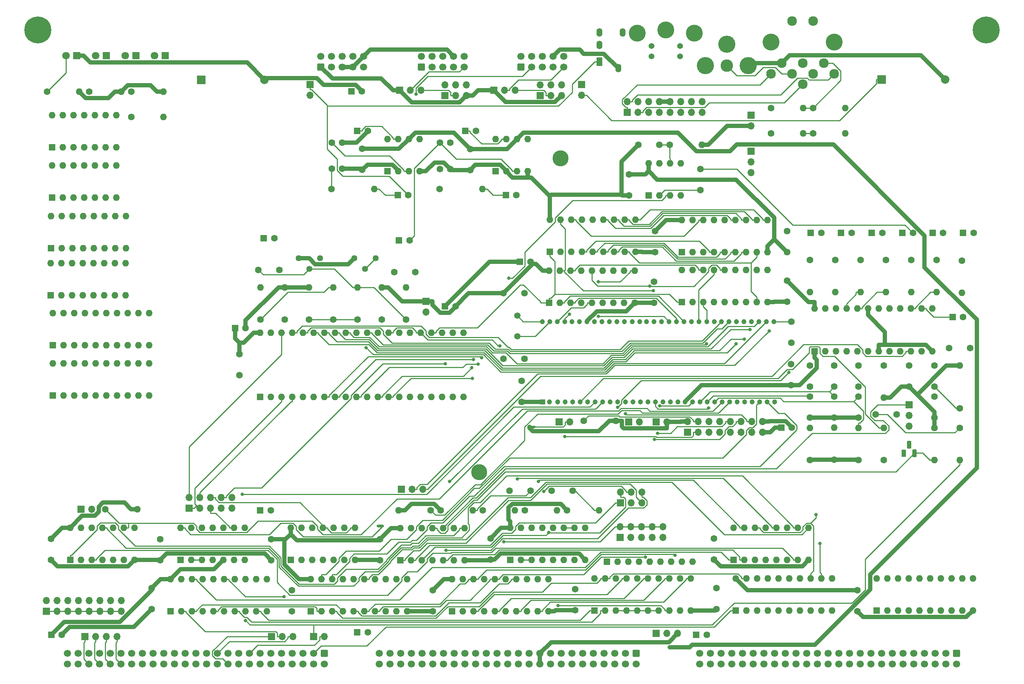
<source format=gbr>
%TF.GenerationSoftware,KiCad,Pcbnew,(6.0.11)*%
%TF.CreationDate,2023-12-29T11:58:43-05:00*%
%TF.ProjectId,input-output.Media,696e7075-742d-46f7-9574-7075742e4d65,rev?*%
%TF.SameCoordinates,Original*%
%TF.FileFunction,Copper,L1,Top*%
%TF.FilePolarity,Positive*%
%FSLAX46Y46*%
G04 Gerber Fmt 4.6, Leading zero omitted, Abs format (unit mm)*
G04 Created by KiCad (PCBNEW (6.0.11)) date 2023-12-29 11:58:43*
%MOMM*%
%LPD*%
G01*
G04 APERTURE LIST*
G04 Aperture macros list*
%AMRoundRect*
0 Rectangle with rounded corners*
0 $1 Rounding radius*
0 $2 $3 $4 $5 $6 $7 $8 $9 X,Y pos of 4 corners*
0 Add a 4 corners polygon primitive as box body*
4,1,4,$2,$3,$4,$5,$6,$7,$8,$9,$2,$3,0*
0 Add four circle primitives for the rounded corners*
1,1,$1+$1,$2,$3*
1,1,$1+$1,$4,$5*
1,1,$1+$1,$6,$7*
1,1,$1+$1,$8,$9*
0 Add four rect primitives between the rounded corners*
20,1,$1+$1,$2,$3,$4,$5,0*
20,1,$1+$1,$4,$5,$6,$7,0*
20,1,$1+$1,$6,$7,$8,$9,0*
20,1,$1+$1,$8,$9,$2,$3,0*%
G04 Aperture macros list end*
%TA.AperFunction,ComponentPad*%
%ADD10C,6.400000*%
%TD*%
%TA.AperFunction,ComponentPad*%
%ADD11RoundRect,0.250000X-0.600000X0.600000X-0.600000X-0.600000X0.600000X-0.600000X0.600000X0.600000X0*%
%TD*%
%TA.AperFunction,ComponentPad*%
%ADD12C,1.700000*%
%TD*%
%TA.AperFunction,ComponentPad*%
%ADD13R,1.100000X1.800000*%
%TD*%
%TA.AperFunction,ComponentPad*%
%ADD14RoundRect,0.275000X-0.275000X-0.625000X0.275000X-0.625000X0.275000X0.625000X-0.275000X0.625000X0*%
%TD*%
%TA.AperFunction,ComponentPad*%
%ADD15C,3.800000*%
%TD*%
%TA.AperFunction,ComponentPad*%
%ADD16O,1.400000X2.000000*%
%TD*%
%TA.AperFunction,ComponentPad*%
%ADD17R,1.400000X2.000000*%
%TD*%
%TA.AperFunction,ComponentPad*%
%ADD18R,1.600000X1.600000*%
%TD*%
%TA.AperFunction,ComponentPad*%
%ADD19C,1.600000*%
%TD*%
%TA.AperFunction,ComponentPad*%
%ADD20R,1.700000X1.700000*%
%TD*%
%TA.AperFunction,ComponentPad*%
%ADD21O,1.700000X1.700000*%
%TD*%
%TA.AperFunction,ComponentPad*%
%ADD22O,1.600000X1.600000*%
%TD*%
%TA.AperFunction,ComponentPad*%
%ADD23R,2.000000X2.000000*%
%TD*%
%TA.AperFunction,ComponentPad*%
%ADD24C,2.000000*%
%TD*%
%TA.AperFunction,ComponentPad*%
%ADD25C,0.600000*%
%TD*%
%TA.AperFunction,ComponentPad*%
%ADD26R,1.800000X1.800000*%
%TD*%
%TA.AperFunction,ComponentPad*%
%ADD27C,1.800000*%
%TD*%
%TA.AperFunction,ComponentPad*%
%ADD28C,1.371600*%
%TD*%
%TA.AperFunction,ComponentPad*%
%ADD29C,4.000500*%
%TD*%
%TA.AperFunction,ComponentPad*%
%ADD30C,1.500000*%
%TD*%
%TA.AperFunction,ComponentPad*%
%ADD31RoundRect,0.250000X0.600000X-0.600000X0.600000X0.600000X-0.600000X0.600000X-0.600000X-0.600000X0*%
%TD*%
%TA.AperFunction,ComponentPad*%
%ADD32R,1.173480X1.173480*%
%TD*%
%TA.AperFunction,ComponentPad*%
%ADD33C,1.198880*%
%TD*%
%TA.AperFunction,ComponentPad*%
%ADD34C,1.440000*%
%TD*%
%TA.AperFunction,ComponentPad*%
%ADD35C,2.300000*%
%TD*%
%TA.AperFunction,ComponentPad*%
%ADD36C,4.000000*%
%TD*%
%TA.AperFunction,ComponentPad*%
%ADD37C,2.971800*%
%TD*%
%TA.AperFunction,ComponentPad*%
%ADD38C,4.064000*%
%TD*%
%TA.AperFunction,ViaPad*%
%ADD39C,0.800000*%
%TD*%
%TA.AperFunction,Conductor*%
%ADD40C,0.250000*%
%TD*%
%TA.AperFunction,Conductor*%
%ADD41C,1.000000*%
%TD*%
G04 APERTURE END LIST*
%TO.C,NT2*%
G36*
X121850000Y-193050000D02*
G01*
X120650000Y-193050000D01*
X120650000Y-192450000D01*
X121850000Y-192450000D01*
X121850000Y-193050000D01*
G37*
%TO.C,NT1*%
G36*
X157850000Y-169550000D02*
G01*
X156650000Y-169550000D01*
X156650000Y-168950000D01*
X157850000Y-168950000D01*
X157850000Y-169550000D01*
G37*
%TD*%
D10*
%TO.P,H2,1,1*%
%TO.N,GND*%
X265000000Y-75000000D03*
%TD*%
%TO.P,H1,1,1*%
%TO.N,GND*%
X40000000Y-75000000D03*
%TD*%
D11*
%TO.P,P2,1,Pin_1*%
%TO.N,VCC*%
X182000000Y-223000000D03*
D12*
%TO.P,P2,2,Pin_2*%
X182000000Y-225540000D03*
%TO.P,P2,3,Pin_3*%
%TO.N,/bus/A15*%
X179460000Y-223000000D03*
%TO.P,P2,4,Pin_4*%
%TO.N,/bus/A31*%
X179460000Y-225540000D03*
%TO.P,P2,5,Pin_5*%
%TO.N,/bus/A14*%
X176920000Y-223000000D03*
%TO.P,P2,6,Pin_6*%
%TO.N,/bus/A30*%
X176920000Y-225540000D03*
%TO.P,P2,7,Pin_7*%
%TO.N,/bus/A13*%
X174380000Y-223000000D03*
%TO.P,P2,8,Pin_8*%
%TO.N,/bus/A29*%
X174380000Y-225540000D03*
%TO.P,P2,9,Pin_9*%
%TO.N,/bus/A12*%
X171840000Y-223000000D03*
%TO.P,P2,10,Pin_10*%
%TO.N,/bus/A28*%
X171840000Y-225540000D03*
%TO.P,P2,11,Pin_11*%
%TO.N,/bus/A11*%
X169300000Y-223000000D03*
%TO.P,P2,12,Pin_12*%
%TO.N,/bus/A27*%
X169300000Y-225540000D03*
%TO.P,P2,13,Pin_13*%
%TO.N,/bus/A10*%
X166760000Y-223000000D03*
%TO.P,P2,14,Pin_14*%
%TO.N,/bus/A26*%
X166760000Y-225540000D03*
%TO.P,P2,15,Pin_15*%
%TO.N,/bus/A9*%
X164220000Y-223000000D03*
%TO.P,P2,16,Pin_16*%
%TO.N,/bus/A25*%
X164220000Y-225540000D03*
%TO.P,P2,17,Pin_17*%
%TO.N,/bus/A8*%
X161680000Y-223000000D03*
%TO.P,P2,18,Pin_18*%
%TO.N,/bus/A24*%
X161680000Y-225540000D03*
%TO.P,P2,19,Pin_19*%
%TO.N,+12V*%
X159140000Y-223000000D03*
%TO.P,P2,20,Pin_20*%
X159140000Y-225540000D03*
%TO.P,P2,21,Pin_21*%
%TO.N,A7*%
X156600000Y-223000000D03*
%TO.P,P2,22,Pin_22*%
%TO.N,/bus/A23*%
X156600000Y-225540000D03*
%TO.P,P2,23,Pin_23*%
%TO.N,A6*%
X154060000Y-223000000D03*
%TO.P,P2,24,Pin_24*%
%TO.N,/bus/A22*%
X154060000Y-225540000D03*
%TO.P,P2,25,Pin_25*%
%TO.N,A5*%
X151520000Y-223000000D03*
%TO.P,P2,26,Pin_26*%
%TO.N,/bus/A21*%
X151520000Y-225540000D03*
%TO.P,P2,27,Pin_27*%
%TO.N,A4*%
X148980000Y-223000000D03*
%TO.P,P2,28,Pin_28*%
%TO.N,/bus/A20*%
X148980000Y-225540000D03*
%TO.P,P2,29,Pin_29*%
%TO.N,A3*%
X146440000Y-223000000D03*
%TO.P,P2,30,Pin_30*%
%TO.N,/bus/A19*%
X146440000Y-225540000D03*
%TO.P,P2,31,Pin_31*%
%TO.N,A2*%
X143900000Y-223000000D03*
%TO.P,P2,32,Pin_32*%
%TO.N,/bus/A18*%
X143900000Y-225540000D03*
%TO.P,P2,33,Pin_33*%
%TO.N,A1*%
X141360000Y-223000000D03*
%TO.P,P2,34,Pin_34*%
%TO.N,/bus/A17*%
X141360000Y-225540000D03*
%TO.P,P2,35,Pin_35*%
%TO.N,A0*%
X138820000Y-223000000D03*
%TO.P,P2,36,Pin_36*%
%TO.N,/bus/A16*%
X138820000Y-225540000D03*
%TO.P,P2,37,Pin_37*%
%TO.N,-12V*%
X136280000Y-223000000D03*
%TO.P,P2,38,Pin_38*%
X136280000Y-225540000D03*
%TO.P,P2,39,Pin_39*%
%TO.N,/bus/IC3*%
X133740000Y-223000000D03*
%TO.P,P2,40,Pin_40*%
%TO.N,/bus/~{TEND1}*%
X133740000Y-225540000D03*
%TO.P,P2,41,Pin_41*%
%TO.N,/bus/IC2*%
X131200000Y-223000000D03*
%TO.P,P2,42,Pin_42*%
%TO.N,/bus/~{DREQ1}*%
X131200000Y-225540000D03*
%TO.P,P2,43,Pin_43*%
%TO.N,/bus/IC1*%
X128660000Y-223000000D03*
%TO.P,P2,44,Pin_44*%
%TO.N,/bus/~{TEND0}*%
X128660000Y-225540000D03*
%TO.P,P2,45,Pin_45*%
%TO.N,/bus/IC0*%
X126120000Y-223000000D03*
%TO.P,P2,46,Pin_46*%
%TO.N,/bus/~{DREQ0}*%
X126120000Y-225540000D03*
%TO.P,P2,47,Pin_47*%
%TO.N,/bus/AUXCLK1*%
X123580000Y-223000000D03*
%TO.P,P2,48,Pin_48*%
%TO.N,/bus/AUXCLK0*%
X123580000Y-225540000D03*
%TO.P,P2,49,Pin_49*%
%TO.N,GND*%
X121040000Y-223000000D03*
%TO.P,P2,50,Pin_50*%
X121040000Y-225540000D03*
%TD*%
D11*
%TO.P,P3,1,Pin_1*%
%TO.N,VCC*%
X258000000Y-223000000D03*
D12*
%TO.P,P3,2,Pin_2*%
X258000000Y-225540000D03*
%TO.P,P3,3,Pin_3*%
%TO.N,/bus/D15*%
X255460000Y-223000000D03*
%TO.P,P3,4,Pin_4*%
%TO.N,/bus/D31*%
X255460000Y-225540000D03*
%TO.P,P3,5,Pin_5*%
%TO.N,/bus/D14*%
X252920000Y-223000000D03*
%TO.P,P3,6,Pin_6*%
%TO.N,/bus/D30*%
X252920000Y-225540000D03*
%TO.P,P3,7,Pin_7*%
%TO.N,/bus/D13*%
X250380000Y-223000000D03*
%TO.P,P3,8,Pin_8*%
%TO.N,/bus/D29*%
X250380000Y-225540000D03*
%TO.P,P3,9,Pin_9*%
%TO.N,/bus/D12*%
X247840000Y-223000000D03*
%TO.P,P3,10,Pin_10*%
%TO.N,/bus/D28*%
X247840000Y-225540000D03*
%TO.P,P3,11,Pin_11*%
%TO.N,/bus/D11*%
X245300000Y-223000000D03*
%TO.P,P3,12,Pin_12*%
%TO.N,/bus/D27*%
X245300000Y-225540000D03*
%TO.P,P3,13,Pin_13*%
%TO.N,/bus/D10*%
X242760000Y-223000000D03*
%TO.P,P3,14,Pin_14*%
%TO.N,/bus/D26*%
X242760000Y-225540000D03*
%TO.P,P3,15,Pin_15*%
%TO.N,/bus/D9*%
X240220000Y-223000000D03*
%TO.P,P3,16,Pin_16*%
%TO.N,/bus/D25*%
X240220000Y-225540000D03*
%TO.P,P3,17,Pin_17*%
%TO.N,/bus/D8*%
X237680000Y-223000000D03*
%TO.P,P3,18,Pin_18*%
%TO.N,/bus/D24*%
X237680000Y-225540000D03*
%TO.P,P3,19,Pin_19*%
%TO.N,D7*%
X235140000Y-223000000D03*
%TO.P,P3,20,Pin_20*%
%TO.N,/bus/D23*%
X235140000Y-225540000D03*
%TO.P,P3,21,Pin_21*%
%TO.N,D6*%
X232600000Y-223000000D03*
%TO.P,P3,22,Pin_22*%
%TO.N,/bus/D22*%
X232600000Y-225540000D03*
%TO.P,P3,23,Pin_23*%
%TO.N,D5*%
X230060000Y-223000000D03*
%TO.P,P3,24,Pin_24*%
%TO.N,/bus/D21*%
X230060000Y-225540000D03*
%TO.P,P3,25,Pin_25*%
%TO.N,D4*%
X227520000Y-223000000D03*
%TO.P,P3,26,Pin_26*%
%TO.N,/bus/D20*%
X227520000Y-225540000D03*
%TO.P,P3,27,Pin_27*%
%TO.N,D3*%
X224980000Y-223000000D03*
%TO.P,P3,28,Pin_28*%
%TO.N,/bus/D19*%
X224980000Y-225540000D03*
%TO.P,P3,29,Pin_29*%
%TO.N,D2*%
X222440000Y-223000000D03*
%TO.P,P3,30,Pin_30*%
%TO.N,/bus/D18*%
X222440000Y-225540000D03*
%TO.P,P3,31,Pin_31*%
%TO.N,D1*%
X219900000Y-223000000D03*
%TO.P,P3,32,Pin_32*%
%TO.N,/bus/D17*%
X219900000Y-225540000D03*
%TO.P,P3,33,Pin_33*%
%TO.N,D0*%
X217360000Y-223000000D03*
%TO.P,P3,34,Pin_34*%
%TO.N,/bus/D16*%
X217360000Y-225540000D03*
%TO.P,P3,35,Pin_35*%
%TO.N,/bus/~{BUSERR}*%
X214820000Y-223000000D03*
%TO.P,P3,36,Pin_36*%
%TO.N,/bus/UDS*%
X214820000Y-225540000D03*
%TO.P,P3,37,Pin_37*%
%TO.N,/bus/~{VPA}*%
X212280000Y-223000000D03*
%TO.P,P3,38,Pin_38*%
%TO.N,/bus/LDS*%
X212280000Y-225540000D03*
%TO.P,P3,39,Pin_39*%
%TO.N,/bus/~{VMA}*%
X209740000Y-223000000D03*
%TO.P,P3,40,Pin_40*%
%TO.N,/bus/S2*%
X209740000Y-225540000D03*
%TO.P,P3,41,Pin_41*%
%TO.N,/bus/~{BHE}*%
X207200000Y-223000000D03*
%TO.P,P3,42,Pin_42*%
%TO.N,/bus/S1*%
X207200000Y-225540000D03*
%TO.P,P3,43,Pin_43*%
%TO.N,/bus/IPL2*%
X204660000Y-223000000D03*
%TO.P,P3,44,Pin_44*%
%TO.N,/bus/S0*%
X204660000Y-225540000D03*
%TO.P,P3,45,Pin_45*%
%TO.N,/bus/IPL1*%
X202120000Y-223000000D03*
%TO.P,P3,46,Pin_46*%
%TO.N,/bus/AUXCLK3*%
X202120000Y-225540000D03*
%TO.P,P3,47,Pin_47*%
%TO.N,/bus/IPL0*%
X199580000Y-223000000D03*
%TO.P,P3,48,Pin_48*%
%TO.N,/bus/AUXCLK2*%
X199580000Y-225540000D03*
%TO.P,P3,49,Pin_49*%
%TO.N,GND*%
X197040000Y-223000000D03*
%TO.P,P3,50,Pin_50*%
X197040000Y-225540000D03*
%TD*%
D11*
%TO.P,P1,1,Pin_1*%
%TO.N,VCC*%
X108000000Y-223000000D03*
D12*
%TO.P,P1,2,Pin_2*%
X108000000Y-225540000D03*
%TO.P,P1,3,Pin_3*%
%TO.N,~{RD}*%
X105460000Y-223000000D03*
%TO.P,P1,4,Pin_4*%
%TO.N,/bus/E*%
X105460000Y-225540000D03*
%TO.P,P1,5,Pin_5*%
%TO.N,~{WR}*%
X102920000Y-223000000D03*
%TO.P,P1,6,Pin_6*%
%TO.N,/bus/ST*%
X102920000Y-225540000D03*
%TO.P,P1,7,Pin_7*%
%TO.N,~{IORQ}*%
X100380000Y-223000000D03*
%TO.P,P1,8,Pin_8*%
%TO.N,/bus/PHI*%
X100380000Y-225540000D03*
%TO.P,P1,9,Pin_9*%
%TO.N,/bus/~{MREQ}*%
X97840000Y-223000000D03*
%TO.P,P1,10,Pin_10*%
%TO.N,/bus/~{INT2}*%
X97840000Y-225540000D03*
%TO.P,P1,11,Pin_11*%
%TO.N,~{M1}*%
X95300000Y-223000000D03*
%TO.P,P1,12,Pin_12*%
%TO.N,/bus/~{INT1}*%
X95300000Y-225540000D03*
%TO.P,P1,13,Pin_13*%
%TO.N,/bus/~{BUSACK}*%
X92760000Y-223000000D03*
%TO.P,P1,14,Pin_14*%
%TO.N,/bus/CRUCLK*%
X92760000Y-225540000D03*
%TO.P,P1,15,Pin_15*%
%TO.N,CLK*%
X90220000Y-223000000D03*
%TO.P,P1,16,Pin_16*%
%TO.N,/bus/CRUOUT*%
X90220000Y-225540000D03*
%TO.P,P1,17,Pin_17*%
%TO.N,/bus/~{INT0}*%
X87680000Y-223000000D03*
%TO.P,P1,18,Pin_18*%
%TO.N,/bus/CRUIN*%
X87680000Y-225540000D03*
%TO.P,P1,19,Pin_19*%
%TO.N,/bus/~{NMI}*%
X85140000Y-223000000D03*
%TO.P,P1,20,Pin_20*%
%TO.N,~{RES_IN}*%
X85140000Y-225540000D03*
%TO.P,P1,21,Pin_21*%
%TO.N,~{RES_OUT}*%
X82600000Y-223000000D03*
%TO.P,P1,22,Pin_22*%
%TO.N,/bus/USER8*%
X82600000Y-225540000D03*
%TO.P,P1,23,Pin_23*%
%TO.N,/bus/~{BUSRQ}*%
X80060000Y-223000000D03*
%TO.P,P1,24,Pin_24*%
%TO.N,/bus/USER7*%
X80060000Y-225540000D03*
%TO.P,P1,25,Pin_25*%
%TO.N,~{WAIT}*%
X77520000Y-223000000D03*
%TO.P,P1,26,Pin_26*%
%TO.N,/bus/USER6*%
X77520000Y-225540000D03*
%TO.P,P1,27,Pin_27*%
%TO.N,/bus/~{HALT}*%
X74980000Y-223000000D03*
%TO.P,P1,28,Pin_28*%
%TO.N,/bus/USER5*%
X74980000Y-225540000D03*
%TO.P,P1,29,Pin_29*%
%TO.N,/bus/~{RFSH}*%
X72440000Y-223000000D03*
%TO.P,P1,30,Pin_30*%
%TO.N,/bus/USER4*%
X72440000Y-225540000D03*
%TO.P,P1,31,Pin_31*%
%TO.N,~{EIRQ7}*%
X69900000Y-223000000D03*
%TO.P,P1,32,Pin_32*%
%TO.N,/bus/USER3*%
X69900000Y-225540000D03*
%TO.P,P1,33,Pin_33*%
%TO.N,~{EIRQ6}*%
X67360000Y-223000000D03*
%TO.P,P1,34,Pin_34*%
%TO.N,/bus/USER2*%
X67360000Y-225540000D03*
%TO.P,P1,35,Pin_35*%
%TO.N,~{EIRQ5}*%
X64820000Y-223000000D03*
%TO.P,P1,36,Pin_36*%
%TO.N,/bus/USER1*%
X64820000Y-225540000D03*
%TO.P,P1,37,Pin_37*%
%TO.N,~{EIRQ4}*%
X62280000Y-223000000D03*
%TO.P,P1,38,Pin_38*%
%TO.N,/bus/USER0*%
X62280000Y-225540000D03*
%TO.P,P1,39,Pin_39*%
%TO.N,~{EIRQ3}*%
X59740000Y-223000000D03*
%TO.P,P1,40,Pin_40*%
%TO.N,~{BAI}*%
X59740000Y-225540000D03*
%TO.P,P1,41,Pin_41*%
%TO.N,~{EIRQ2}*%
X57200000Y-223000000D03*
%TO.P,P1,42,Pin_42*%
%TO.N,~{BAO}*%
X57200000Y-225540000D03*
%TO.P,P1,43,Pin_43*%
%TO.N,~{EIRQ1}*%
X54660000Y-223000000D03*
%TO.P,P1,44,Pin_44*%
%TO.N,~{IEI}*%
X54660000Y-225540000D03*
%TO.P,P1,45,Pin_45*%
%TO.N,~{EIRQ0}*%
X52120000Y-223000000D03*
%TO.P,P1,46,Pin_46*%
%TO.N,~{IEO}*%
X52120000Y-225540000D03*
%TO.P,P1,47,Pin_47*%
%TO.N,/bus/I2C_SCL*%
X49580000Y-223000000D03*
%TO.P,P1,48,Pin_48*%
%TO.N,/bus/I2C_SDA*%
X49580000Y-225540000D03*
%TO.P,P1,49,Pin_49*%
%TO.N,GND*%
X47040000Y-223000000D03*
%TO.P,P1,50,Pin_50*%
X47040000Y-225540000D03*
%TD*%
D13*
%TO.P,Q1,1,E*%
%TO.N,VCC*%
X245480000Y-175510000D03*
D14*
%TO.P,Q1,2,B*%
%TO.N,Net-(JP1-Pad3)*%
X246750000Y-173440000D03*
%TO.P,Q1,3,C*%
%TO.N,Net-(Q1-Pad3)*%
X248020000Y-175510000D03*
%TD*%
D15*
%TO.P,H3,1*%
%TO.N,N/C*%
X164000000Y-105500000D03*
%TD*%
D16*
%TO.P,J12,*%
%TO.N,*%
X178717500Y-75545000D03*
%TO.P,J12,R1*%
%TO.N,/Amplifier/R-CH*%
X173217500Y-78545000D03*
%TO.P,J12,R2*%
%TO.N,unconnected-(J12-PadR2)*%
X173217500Y-75545000D03*
%TO.P,J12,S*%
%TO.N,GND*%
X177717500Y-84045000D03*
D17*
%TO.P,J12,T*%
%TO.N,/Amplifier/L-CH*%
X173217500Y-82545000D03*
%TD*%
D18*
%TO.P,C60,1*%
%TO.N,Net-(C60-Pad1)*%
X252317600Y-123170000D03*
D19*
%TO.P,C60,2*%
%TO.N,/VDP/LUMA*%
X254817600Y-123170000D03*
%TD*%
%TO.P,C34,1*%
%TO.N,GND*%
X142584700Y-108230000D03*
%TO.P,C34,2*%
%TO.N,/Amplifier/AMPPWR*%
X142584700Y-103230000D03*
%TD*%
%TO.P,C43,1*%
%TO.N,/VDP/RED*%
X223250000Y-159670000D03*
%TO.P,C43,2*%
%TO.N,Net-(C43-Pad2)*%
X223250000Y-154670000D03*
%TD*%
D15*
%TO.P,H4,1*%
%TO.N,N/C*%
X144750000Y-180000000D03*
%TD*%
D20*
%TO.P,SW1,1,Pin_1*%
%TO.N,Net-(RN1-Pad2)*%
X178125000Y-195475000D03*
D21*
%TO.P,SW1,2,Pin_2*%
%TO.N,ZERO*%
X178125000Y-192935000D03*
%TO.P,SW1,3,Pin_3*%
%TO.N,Net-(RN1-Pad3)*%
X180665000Y-195475000D03*
%TO.P,SW1,4,Pin_4*%
%TO.N,ZERO*%
X180665000Y-192935000D03*
%TO.P,SW1,5,Pin_5*%
%TO.N,Net-(RN1-Pad4)*%
X183205000Y-195475000D03*
%TO.P,SW1,6,Pin_6*%
%TO.N,ZERO*%
X183205000Y-192935000D03*
%TO.P,SW1,7,Pin_7*%
%TO.N,Net-(RN1-Pad5)*%
X185745000Y-195475000D03*
%TO.P,SW1,8,Pin_8*%
%TO.N,ZERO*%
X185745000Y-192935000D03*
%TO.P,SW1,9,Pin_9*%
%TO.N,Net-(RN1-Pad6)*%
X188285000Y-195475000D03*
%TO.P,SW1,10,Pin_10*%
%TO.N,ZERO*%
X188285000Y-192935000D03*
%TD*%
D18*
%TO.P,U17,1,~{A}*%
%TO.N,~{CS_ACR}*%
X152125000Y-200800000D03*
D22*
%TO.P,U17,2,B*%
%TO.N,ONE*%
X154665000Y-200800000D03*
%TO.P,U17,3,~{CLR}*%
X157205000Y-200800000D03*
%TO.P,U17,4,~{Q}*%
%TO.N,unconnected-(U17-Pad4)*%
X159745000Y-200800000D03*
%TO.P,U17,5,Q*%
%TO.N,/PSG/PWA2*%
X162285000Y-200800000D03*
%TO.P,U17,6,Cext*%
%TO.N,Net-(C85-Pad2)*%
X164825000Y-200800000D03*
%TO.P,U17,7,RCext*%
%TO.N,Net-(C85-Pad1)*%
X167365000Y-200800000D03*
%TO.P,U17,8,GND*%
%TO.N,GND*%
X169905000Y-200800000D03*
%TO.P,U17,9,~{A}*%
%TO.N,~{CS_ACR}*%
X169905000Y-193180000D03*
%TO.P,U17,10,B*%
%TO.N,ONE*%
X167365000Y-193180000D03*
%TO.P,U17,11,~{CLR}*%
X164825000Y-193180000D03*
%TO.P,U17,12,~{Q}*%
%TO.N,unconnected-(U17-Pad12)*%
X162285000Y-193180000D03*
%TO.P,U17,13,Q*%
%TO.N,/PSG/PWA1*%
X159745000Y-193180000D03*
%TO.P,U17,14,Cext*%
%TO.N,Net-(C84-Pad2)*%
X157205000Y-193180000D03*
%TO.P,U17,15,RCext*%
%TO.N,Net-(C84-Pad1)*%
X154665000Y-193180000D03*
%TO.P,U17,16,VCC*%
%TO.N,VCC*%
X152125000Y-193180000D03*
%TD*%
D18*
%TO.P,C59,1*%
%TO.N,Net-(C59-Pad1)*%
X245135200Y-123170000D03*
D19*
%TO.P,C59,2*%
%TO.N,/VDP/COMP*%
X247635200Y-123170000D03*
%TD*%
D18*
%TO.P,J1,1,Pin_1*%
%TO.N,unconnected-(J1-Pad1)*%
X43375000Y-114800000D03*
D22*
%TO.P,J1,2,Pin_2*%
%TO.N,unconnected-(J1-Pad2)*%
X45915000Y-114800000D03*
%TO.P,J1,3,Pin_3*%
%TO.N,unconnected-(J1-Pad3)*%
X48455000Y-114800000D03*
%TO.P,J1,4,Pin_4*%
%TO.N,unconnected-(J1-Pad4)*%
X50995000Y-114800000D03*
%TO.P,J1,5,Pin_5*%
%TO.N,unconnected-(J1-Pad5)*%
X53535000Y-114800000D03*
%TO.P,J1,6,Pin_6*%
%TO.N,unconnected-(J1-Pad6)*%
X56075000Y-114800000D03*
%TO.P,J1,7,Pin_7*%
%TO.N,unconnected-(J1-Pad7)*%
X58615000Y-114800000D03*
%TO.P,J1,8,Pin_8*%
%TO.N,unconnected-(J1-Pad8)*%
X58615000Y-107180000D03*
%TO.P,J1,9,Pin_9*%
%TO.N,unconnected-(J1-Pad9)*%
X56075000Y-107180000D03*
%TO.P,J1,10,Pin_10*%
%TO.N,unconnected-(J1-Pad10)*%
X53535000Y-107180000D03*
%TO.P,J1,11,Pin_11*%
%TO.N,unconnected-(J1-Pad11)*%
X50995000Y-107180000D03*
%TO.P,J1,12,Pin_12*%
%TO.N,unconnected-(J1-Pad12)*%
X48455000Y-107180000D03*
%TO.P,J1,13,Pin_13*%
%TO.N,unconnected-(J1-Pad13)*%
X45915000Y-107180000D03*
%TO.P,J1,14,Pin_14*%
%TO.N,unconnected-(J1-Pad14)*%
X43375000Y-107180000D03*
%TD*%
D20*
%TO.P,JP9,1,A*%
%TO.N,/Amplifier/L-CH*%
X104580000Y-87970000D03*
D21*
%TO.P,JP9,2,B*%
%TO.N,Net-(JP9-Pad2)*%
X104580000Y-90510000D03*
%TD*%
D19*
%TO.P,C5,1*%
%TO.N,VCC*%
X180250000Y-109250000D03*
%TO.P,C5,2*%
%TO.N,GND*%
X180250000Y-114250000D03*
%TD*%
D20*
%TO.P,JP4,1,A*%
%TO.N,GND*%
X132100000Y-139425000D03*
D21*
%TO.P,JP4,2,B*%
%TO.N,Net-(JP4-Pad2)*%
X132100000Y-141965000D03*
%TD*%
D19*
%TO.P,R17,1*%
%TO.N,Net-(C60-Pad1)*%
X247250000Y-129610000D03*
D22*
%TO.P,R17,2*%
%TO.N,Net-(R17-Pad2)*%
X247250000Y-137230000D03*
%TD*%
D20*
%TO.P,JP2,1,A*%
%TO.N,Net-(JP2-Pad1)*%
X50275000Y-188750000D03*
D21*
%TO.P,JP2,2,B*%
%TO.N,~{WAIT}*%
X52815000Y-188750000D03*
%TD*%
D19*
%TO.P,R30,1*%
%TO.N,Net-(C38-Pad1)*%
X109662000Y-112700000D03*
D22*
%TO.P,R30,2*%
%TO.N,Net-(C46-Pad1)*%
X119822000Y-112700000D03*
%TD*%
D19*
%TO.P,C85,1*%
%TO.N,Net-(C85-Pad1)*%
X161900000Y-184400000D03*
%TO.P,C85,2*%
%TO.N,Net-(C85-Pad2)*%
X166900000Y-184400000D03*
%TD*%
%TO.P,R16,1*%
%TO.N,Net-(C59-Pad1)*%
X241250000Y-129610000D03*
D22*
%TO.P,R16,2*%
%TO.N,Net-(R16-Pad2)*%
X241250000Y-137230000D03*
%TD*%
D19*
%TO.P,C80,1*%
%TO.N,GND*%
X97350000Y-131950000D03*
%TO.P,C80,2*%
%TO.N,Net-(C80-Pad2)*%
X92350000Y-131950000D03*
%TD*%
D23*
%TO.P,LS1,1,1*%
%TO.N,Net-(JP9-Pad2)*%
X78760000Y-86800000D03*
D24*
%TO.P,LS1,2,2*%
%TO.N,GND*%
X93760000Y-86800000D03*
%TD*%
D18*
%TO.P,C61,1*%
%TO.N,Net-(C61-Pad1)*%
X259567600Y-123170000D03*
D19*
%TO.P,C61,2*%
%TO.N,/VDP/CHROMA*%
X262067600Y-123170000D03*
%TD*%
%TO.P,R15,1*%
%TO.N,Net-(C58-Pad1)*%
X235250000Y-129610000D03*
D22*
%TO.P,R15,2*%
%TO.N,Net-(R15-Pad2)*%
X235250000Y-137230000D03*
%TD*%
D19*
%TO.P,R22,1*%
%TO.N,Net-(C4-Pad1)*%
X189940000Y-102250000D03*
D22*
%TO.P,R22,2*%
%TO.N,GND*%
X197560000Y-102250000D03*
%TD*%
D18*
%TO.P,U1,1,I1/CLK*%
%TO.N,unconnected-(U1-Pad1)*%
X104750000Y-213000000D03*
D22*
%TO.P,U1,2,I2*%
%TO.N,~{bWR}*%
X107290000Y-213000000D03*
%TO.P,U1,3,I3*%
%TO.N,~{CS_MEDIA}*%
X109830000Y-213000000D03*
%TO.P,U1,4,I4*%
%TO.N,~{bRD}*%
X112370000Y-213000000D03*
%TO.P,U1,5,I5*%
%TO.N,bA2*%
X114910000Y-213000000D03*
%TO.P,U1,6,I6*%
%TO.N,bA0*%
X117450000Y-213000000D03*
%TO.P,U1,7,I7*%
%TO.N,bA1*%
X119990000Y-213000000D03*
%TO.P,U1,8,I8*%
%TO.N,unconnected-(U1-Pad8)*%
X122530000Y-213000000D03*
%TO.P,U1,9,I9*%
%TO.N,unconnected-(U1-Pad9)*%
X125070000Y-213000000D03*
%TO.P,U1,10,GND*%
%TO.N,GND*%
X127610000Y-213000000D03*
%TO.P,U1,11,I10/~{OE}*%
%TO.N,unconnected-(U1-Pad11)*%
X127610000Y-205380000D03*
%TO.P,U1,12,IO8*%
%TO.N,unconnected-(U1-Pad12)*%
X125070000Y-205380000D03*
%TO.P,U1,13,IO7*%
%TO.N,unconnected-(U1-Pad13)*%
X122530000Y-205380000D03*
%TO.P,U1,14,IO6*%
%TO.N,~{CS_ACR}*%
X119990000Y-205380000D03*
%TO.P,U1,15,IO5*%
%TO.N,~{CS_ACR_WR}*%
X117450000Y-205380000D03*
%TO.P,U1,16,IO4*%
%TO.N,~{CS_PSG_A0}*%
X114910000Y-205380000D03*
%TO.P,U1,17,I03*%
%TO.N,~{CS_PSG_WR}*%
X112370000Y-205380000D03*
%TO.P,U1,18,IO2*%
%TO.N,~{VDP_RD}*%
X109830000Y-205380000D03*
%TO.P,U1,19,IO1*%
%TO.N,~{VDP_WR}*%
X107290000Y-205380000D03*
%TO.P,U1,20,VCC*%
%TO.N,VCC*%
X104750000Y-205380000D03*
%TD*%
D20*
%TO.P,JP8,1,A*%
%TO.N,VCC*%
X186725000Y-218250000D03*
D21*
%TO.P,JP8,2,C*%
%TO.N,/Amplifier/AMPPWR*%
X189265000Y-218250000D03*
%TO.P,JP8,3,B*%
%TO.N,+12V*%
X191805000Y-218250000D03*
%TD*%
D18*
%TO.P,U4,1*%
%TO.N,Net-(U24-Pad8)*%
X47675000Y-200800000D03*
D22*
%TO.P,U4,2*%
%TO.N,Net-(JP2-Pad1)*%
X50215000Y-200800000D03*
%TO.P,U4,3*%
%TO.N,/ACR/STATUS-VDP*%
X52755000Y-200800000D03*
%TO.P,U4,4*%
%TO.N,Net-(D2-Pad1)*%
X55295000Y-200800000D03*
%TO.P,U4,5*%
%TO.N,/VDP/~{VINT}*%
X57835000Y-200800000D03*
%TO.P,U4,6*%
%TO.N,Net-(J7-Pad1)*%
X60375000Y-200800000D03*
%TO.P,U4,7,GND*%
%TO.N,GND*%
X62915000Y-200800000D03*
%TO.P,U4,8*%
%TO.N,Net-(D3-Pad1)*%
X62915000Y-193180000D03*
%TO.P,U4,9*%
%TO.N,/VDP/~{VINT}*%
X60375000Y-193180000D03*
%TO.P,U4,10*%
%TO.N,Net-(D4-Pad1)*%
X57835000Y-193180000D03*
%TO.P,U4,11*%
%TO.N,/ACR/STATUS-PSG*%
X55295000Y-193180000D03*
%TO.P,U4,12*%
%TO.N,unconnected-(U4-Pad12)*%
X52755000Y-193180000D03*
%TO.P,U4,13*%
%TO.N,unconnected-(U4-Pad13)*%
X50215000Y-193180000D03*
%TO.P,U4,14,VCC*%
%TO.N,VCC*%
X47675000Y-193180000D03*
%TD*%
D19*
%TO.P,L1,1*%
%TO.N,Net-(C51-Pad2)*%
X258750000Y-164830000D03*
D22*
%TO.P,L1,2*%
%TO.N,GND*%
X258750000Y-154670000D03*
%TD*%
D20*
%TO.P,P8,1,Pin_1*%
%TO.N,Net-(P8-Pad1)*%
X75925000Y-188540000D03*
D21*
%TO.P,P8,2,Pin_2*%
%TO.N,Net-(P8-Pad2)*%
X75925000Y-186000000D03*
%TO.P,P8,3,Pin_3*%
%TO.N,Net-(P8-Pad1)*%
X78465000Y-188540000D03*
%TO.P,P8,4,Pin_4*%
%TO.N,Net-(P8-Pad4)*%
X78465000Y-186000000D03*
%TO.P,P8,5,Pin_5*%
%TO.N,Net-(P8-Pad5)*%
X81005000Y-188540000D03*
%TO.P,P8,6,Pin_6*%
%TO.N,/PSG/CLK_AY3*%
X81005000Y-186000000D03*
%TO.P,P8,7,Pin_7*%
%TO.N,Net-(P8-Pad7)*%
X83545000Y-188540000D03*
%TO.P,P8,8,Pin_8*%
X83545000Y-186000000D03*
%TO.P,P8,9,Pin_9*%
%TO.N,Net-(P8-Pad9)*%
X86085000Y-188540000D03*
%TO.P,P8,10,Pin_10*%
%TO.N,Net-(P8-Pad10)*%
X86085000Y-186000000D03*
%TD*%
D25*
%TO.P,NT2,1,1*%
%TO.N,GND*%
X120650000Y-192750000D03*
%TO.P,NT2,2,2*%
%TO.N,ZERO*%
X121850000Y-192750000D03*
%TD*%
D20*
%TO.P,J8,1,Pin_1*%
%TO.N,VCC*%
X148175000Y-89290000D03*
D21*
%TO.P,J8,2,Pin_2*%
%TO.N,Net-(J8-Pad2)*%
X150715000Y-89290000D03*
%TO.P,J8,3,Pin_3*%
%TO.N,/PSG/JOYBG*%
X153255000Y-89290000D03*
%TD*%
D18*
%TO.P,J4,1,Pin_1*%
%TO.N,unconnected-(J4-Pad1)*%
X43375000Y-102800000D03*
D22*
%TO.P,J4,2,Pin_2*%
%TO.N,unconnected-(J4-Pad2)*%
X45915000Y-102800000D03*
%TO.P,J4,3,Pin_3*%
%TO.N,unconnected-(J4-Pad3)*%
X48455000Y-102800000D03*
%TO.P,J4,4,Pin_4*%
%TO.N,unconnected-(J4-Pad4)*%
X50995000Y-102800000D03*
%TO.P,J4,5,Pin_5*%
%TO.N,unconnected-(J4-Pad5)*%
X53535000Y-102800000D03*
%TO.P,J4,6,Pin_6*%
%TO.N,unconnected-(J4-Pad6)*%
X56075000Y-102800000D03*
%TO.P,J4,7,Pin_7*%
%TO.N,unconnected-(J4-Pad7)*%
X58615000Y-102800000D03*
%TO.P,J4,8,Pin_8*%
%TO.N,unconnected-(J4-Pad8)*%
X58615000Y-95180000D03*
%TO.P,J4,9,Pin_9*%
%TO.N,unconnected-(J4-Pad9)*%
X56075000Y-95180000D03*
%TO.P,J4,10,Pin_10*%
%TO.N,unconnected-(J4-Pad10)*%
X53535000Y-95180000D03*
%TO.P,J4,11,Pin_11*%
%TO.N,unconnected-(J4-Pad11)*%
X50995000Y-95180000D03*
%TO.P,J4,12,Pin_12*%
%TO.N,unconnected-(J4-Pad12)*%
X48455000Y-95180000D03*
%TO.P,J4,13,Pin_13*%
%TO.N,unconnected-(J4-Pad13)*%
X45915000Y-95180000D03*
%TO.P,J4,14,Pin_14*%
%TO.N,unconnected-(J4-Pad14)*%
X43375000Y-95180000D03*
%TD*%
D19*
%TO.P,R3,1*%
%TO.N,GND*%
X213940000Y-99500000D03*
D22*
%TO.P,R3,2*%
%TO.N,/VDP/YS*%
X221560000Y-99500000D03*
%TD*%
D19*
%TO.P,C66,1*%
%TO.N,VCC*%
X217750000Y-139500000D03*
%TO.P,C66,2*%
%TO.N,GND*%
X217750000Y-134500000D03*
%TD*%
D18*
%TO.P,U7,1,OE*%
%TO.N,ZERO*%
X192850000Y-139550000D03*
D22*
%TO.P,U7,2,IO1*%
%TO.N,/VDP/VD0*%
X195390000Y-139550000D03*
%TO.P,U7,3,IO2*%
%TO.N,/VDP/VD1*%
X197930000Y-139550000D03*
%TO.P,U7,4,WE*%
%TO.N,/VDP/~{VRW}*%
X200470000Y-139550000D03*
%TO.P,U7,5,RAS*%
%TO.N,/VDP/~{RAS}*%
X203010000Y-139550000D03*
%TO.P,U7,6,A6*%
%TO.N,/VDP/AD6*%
X205550000Y-139550000D03*
%TO.P,U7,7,A5*%
%TO.N,/VDP/AD5*%
X208090000Y-139550000D03*
%TO.P,U7,8,A4*%
%TO.N,/VDP/AD4*%
X210630000Y-139550000D03*
%TO.P,U7,9,VCC*%
%TO.N,VCC*%
X213170000Y-139550000D03*
%TO.P,U7,10,A7*%
%TO.N,/VDP/AD7*%
X213170000Y-131930000D03*
%TO.P,U7,11,A3*%
%TO.N,/VDP/AD3*%
X210630000Y-131930000D03*
%TO.P,U7,12,A2*%
%TO.N,/VDP/AD2*%
X208090000Y-131930000D03*
%TO.P,U7,13,A1*%
%TO.N,/VDP/AD1*%
X205550000Y-131930000D03*
%TO.P,U7,14,A0*%
%TO.N,/VDP/AD0*%
X203010000Y-131930000D03*
%TO.P,U7,15,IO3*%
%TO.N,/VDP/VD2*%
X200470000Y-131930000D03*
%TO.P,U7,16,CAS*%
%TO.N,/VDP/~{CAS0}*%
X197930000Y-131930000D03*
%TO.P,U7,17,IO4*%
%TO.N,/VDP/VD3*%
X195390000Y-131930000D03*
%TO.P,U7,18,GND*%
%TO.N,GND*%
X192850000Y-131930000D03*
%TD*%
D20*
%TO.P,JP6,1,A*%
%TO.N,/VDP/~{HSYNC}*%
X180225000Y-168000000D03*
D21*
%TO.P,JP6,2,B*%
%TO.N,ZERO*%
X182765000Y-168000000D03*
%TD*%
D26*
%TO.P,D1,1,K*%
%TO.N,GND*%
X49250000Y-81100000D03*
D27*
%TO.P,D1,2,A*%
%TO.N,Net-(D1-Pad2)*%
X46710000Y-81100000D03*
%TD*%
D19*
%TO.P,R2,1*%
%TO.N,GND*%
X213940000Y-93500000D03*
D22*
%TO.P,R2,2*%
%TO.N,/VDP/AV*%
X221560000Y-93500000D03*
%TD*%
D19*
%TO.P,R5,1*%
%TO.N,GND*%
X223250000Y-177060000D03*
D22*
%TO.P,R5,2*%
%TO.N,/VDP/RED*%
X223250000Y-169440000D03*
%TD*%
D19*
%TO.P,R39,1*%
%TO.N,VCC*%
X135590000Y-189000000D03*
D22*
%TO.P,R39,2*%
%TO.N,Net-(C84-Pad2)*%
X143210000Y-189000000D03*
%TD*%
D20*
%TO.P,P13,1,Pin_1*%
%TO.N,Net-(P13-Pad1)*%
X178225000Y-187275000D03*
D21*
%TO.P,P13,2,Pin_2*%
%TO.N,/VDP/VSYNC*%
X178225000Y-184735000D03*
%TO.P,P13,3,Pin_3*%
%TO.N,/VDP/VGA-HSYNC*%
X180765000Y-187275000D03*
%TO.P,P13,4,Pin_4*%
%TO.N,/VDP/VGA-VSYNC*%
X180765000Y-184735000D03*
%TO.P,P13,5,Pin_5*%
%TO.N,/VDP/~{HSYNC}*%
X183305000Y-187275000D03*
%TO.P,P13,6,Pin_6*%
%TO.N,/VDP/~{VSYNC}*%
X183305000Y-184735000D03*
%TD*%
D18*
%TO.P,U5,1,GND*%
%TO.N,GND*%
X224275000Y-151270000D03*
D22*
%TO.P,U5,2,RIN*%
%TO.N,Net-(C43-Pad2)*%
X226815000Y-151270000D03*
%TO.P,U5,3,GIN*%
%TO.N,Net-(C44-Pad2)*%
X229355000Y-151270000D03*
%TO.P,U5,4,BIN*%
%TO.N,Net-(C45-Pad2)*%
X231895000Y-151270000D03*
%TO.P,U5,5,NC*%
%TO.N,unconnected-(U5-Pad5)*%
X234435000Y-151270000D03*
%TO.P,U5,6,SCIN*%
%TO.N,Net-(C49-Pad1)*%
X236975000Y-151270000D03*
%TO.P,U5,7,NTSC/~{PAL}*%
%TO.N,VCC*%
X239515000Y-151270000D03*
%TO.P,U5,8,BFOUT*%
%TO.N,unconnected-(U5-Pad8)*%
X242055000Y-151270000D03*
%TO.P,U5,9,YCLPC*%
%TO.N,Net-(C50-Pad1)*%
X244595000Y-151270000D03*
%TO.P,U5,10,SYNCIN*%
%TO.N,/VDP/SYNCIN*%
X247135000Y-151270000D03*
%TO.P,U5,11,NC*%
%TO.N,unconnected-(U5-Pad11)*%
X249675000Y-151270000D03*
%TO.P,U5,12,VCC*%
%TO.N,VCC*%
X252215000Y-151270000D03*
%TO.P,U5,13,IREF*%
%TO.N,Net-(C55-Pad1)*%
X252215000Y-141110000D03*
%TO.P,U5,14,VREF*%
%TO.N,Net-(C54-Pad1)*%
X249675000Y-141110000D03*
%TO.P,U5,15,COUT*%
%TO.N,Net-(R18-Pad2)*%
X247135000Y-141110000D03*
%TO.P,U5,16,YOUT*%
%TO.N,Net-(R17-Pad2)*%
X244595000Y-141110000D03*
%TO.P,U5,17,YTRAP*%
%TO.N,Net-(C51-Pad1)*%
X242055000Y-141110000D03*
%TO.P,U5,18,FO*%
%TO.N,Net-(R11-Pad1)*%
X239515000Y-141110000D03*
%TO.P,U5,19,VCC*%
%TO.N,VCC*%
X236975000Y-141110000D03*
%TO.P,U5,20,CVOUT*%
%TO.N,Net-(R16-Pad2)*%
X234435000Y-141110000D03*
%TO.P,U5,21,BOUT*%
%TO.N,Net-(R15-Pad2)*%
X231895000Y-141110000D03*
%TO.P,U5,22,GOUT*%
%TO.N,Net-(R14-Pad2)*%
X229355000Y-141110000D03*
%TO.P,U5,23,ROUT*%
%TO.N,Net-(R13-Pad2)*%
X226815000Y-141110000D03*
%TO.P,U5,24,GND*%
%TO.N,GND*%
X224275000Y-141110000D03*
%TD*%
D19*
%TO.P,R24,1*%
%TO.N,/VDP/~{VINT}*%
X55990000Y-188750000D03*
D22*
%TO.P,R24,2*%
%TO.N,VCC*%
X63610000Y-188750000D03*
%TD*%
D28*
%TO.P,J14,1*%
%TO.N,GND*%
X185600000Y-78750000D03*
%TO.P,J14,2*%
X192400000Y-78750000D03*
%TO.P,J14,3*%
%TO.N,/VDP/LUMA*%
X185600000Y-81250000D03*
%TO.P,J14,4*%
%TO.N,/VDP/CHROMA*%
X192400000Y-81250000D03*
D29*
%TO.P,J14,~*%
%TO.N,N/C*%
X195750000Y-75750000D03*
X182250000Y-75750000D03*
X189000000Y-74950000D03*
%TD*%
D19*
%TO.P,R38,1*%
%TO.N,Net-(P8-Pad1)*%
X110100000Y-143700000D03*
D22*
%TO.P,R38,2*%
%TO.N,Net-(C81-Pad1)*%
X110100000Y-136080000D03*
%TD*%
D19*
%TO.P,R41,1*%
%TO.N,/PSG/POTA1*%
X145590000Y-189000000D03*
D22*
%TO.P,R41,2*%
%TO.N,Net-(C84-Pad2)*%
X153210000Y-189000000D03*
%TD*%
D19*
%TO.P,C79,1*%
%TO.N,VCC*%
X95400000Y-195900000D03*
%TO.P,C79,2*%
%TO.N,GND*%
X95400000Y-200900000D03*
%TD*%
D18*
%TO.P,C57,1*%
%TO.N,Net-(C57-Pad1)*%
X230612900Y-123170000D03*
D19*
%TO.P,C57,2*%
%TO.N,/VDP/GOUT*%
X233112900Y-123170000D03*
%TD*%
%TO.P,C15,1*%
%TO.N,VCC*%
X67000000Y-207500000D03*
%TO.P,C15,2*%
%TO.N,GND*%
X67000000Y-212500000D03*
%TD*%
D18*
%TO.P,U20,1,GND*%
%TO.N,GND*%
X92725000Y-162075000D03*
D22*
%TO.P,U20,2,NC2*%
%TO.N,unconnected-(U20-Pad2)*%
X95265000Y-162075000D03*
%TO.P,U20,3,OUTB*%
%TO.N,Net-(P8-Pad1)*%
X97805000Y-162075000D03*
%TO.P,U20,4,OUTA*%
%TO.N,Net-(P8-Pad4)*%
X100345000Y-162075000D03*
%TO.P,U20,5,NC5*%
%TO.N,unconnected-(U20-Pad5)*%
X102885000Y-162075000D03*
%TO.P,U20,6,IOB7*%
%TO.N,/PSG/SPAREB*%
X105425000Y-162075000D03*
%TO.P,U20,7,IOB6*%
%TO.N,/PSG/JOYBH*%
X107965000Y-162075000D03*
%TO.P,U20,8,IOB5*%
%TO.N,/PSG/JOYBG*%
X110505000Y-162075000D03*
%TO.P,U20,9,IOB4*%
%TO.N,/PSG/JOYBF*%
X113045000Y-162075000D03*
%TO.P,U20,10,IOB3*%
%TO.N,/PSG/JOYBR*%
X115585000Y-162075000D03*
%TO.P,U20,11,IOB2*%
%TO.N,/PSG/JOYBL*%
X118125000Y-162075000D03*
%TO.P,U20,12,IOB1*%
%TO.N,/PSG/JOYBD*%
X120665000Y-162075000D03*
%TO.P,U20,13,IOB0*%
%TO.N,/PSG/JOYBU*%
X123205000Y-162075000D03*
%TO.P,U20,14,IOA7*%
%TO.N,/PSG/SPAREA*%
X125745000Y-162075000D03*
%TO.P,U20,15,IOA6*%
%TO.N,/PSG/PWA2*%
X128285000Y-162075000D03*
%TO.P,U20,16,IOA5*%
%TO.N,/PSG/PWA1*%
X130825000Y-162075000D03*
%TO.P,U20,17,IOA4*%
%TO.N,/PSG/JOYAF*%
X133365000Y-162075000D03*
%TO.P,U20,18,IOA3*%
%TO.N,/PSG/JOYAR*%
X135905000Y-162075000D03*
%TO.P,U20,19,IOA2*%
%TO.N,/PSG/JOYAL*%
X138445000Y-162075000D03*
%TO.P,U20,20,IOA1*%
%TO.N,/PSG/JOYAD*%
X140985000Y-162075000D03*
%TO.P,U20,21,IOA0*%
%TO.N,/PSG/JOYAU*%
X140985000Y-146835000D03*
%TO.P,U20,22,CLOCK*%
%TO.N,Net-(P8-Pad7)*%
X138445000Y-146835000D03*
%TO.P,U20,23,RESET*%
%TO.N,~{RESAY3}*%
X135905000Y-146835000D03*
%TO.P,U20,24,A9*%
%TO.N,ZERO*%
X133365000Y-146835000D03*
%TO.P,U20,25,A8*%
%TO.N,ONE*%
X130825000Y-146835000D03*
%TO.P,U20,26,TEST2*%
%TO.N,Net-(JP4-Pad2)*%
X128285000Y-146835000D03*
%TO.P,U20,27,BDIR*%
%TO.N,~{CS_PSG_WR}*%
X125745000Y-146835000D03*
%TO.P,U20,28,BC2*%
%TO.N,ONE*%
X123205000Y-146835000D03*
%TO.P,U20,29,BC1*%
%TO.N,~{CS_PSG_A0}*%
X120665000Y-146835000D03*
%TO.P,U20,30,D7*%
%TO.N,bD7*%
X118125000Y-146835000D03*
%TO.P,U20,31,D6*%
%TO.N,bD6*%
X115585000Y-146835000D03*
%TO.P,U20,32,D5*%
%TO.N,bD5*%
X113045000Y-146835000D03*
%TO.P,U20,33,D4*%
%TO.N,bD4*%
X110505000Y-146835000D03*
%TO.P,U20,34,D3*%
%TO.N,bD3*%
X107965000Y-146835000D03*
%TO.P,U20,35,D2*%
%TO.N,bD2*%
X105425000Y-146835000D03*
%TO.P,U20,36,D1*%
%TO.N,bD1*%
X102885000Y-146835000D03*
%TO.P,U20,37,D0*%
%TO.N,bD0*%
X100345000Y-146835000D03*
%TO.P,U20,38,OUTC*%
%TO.N,Net-(P8-Pad2)*%
X97805000Y-146835000D03*
%TO.P,U20,39,TEST1*%
%TO.N,unconnected-(U20-Pad39)*%
X95265000Y-146835000D03*
%TO.P,U20,40,VCC*%
%TO.N,VCC*%
X92725000Y-146835000D03*
%TD*%
D19*
%TO.P,C2,1*%
%TO.N,VCC*%
X147400000Y-195700000D03*
%TO.P,C2,2*%
%TO.N,GND*%
X147400000Y-200700000D03*
%TD*%
%TO.P,C12,1*%
%TO.N,VCC*%
X69065000Y-195900000D03*
%TO.P,C12,2*%
%TO.N,GND*%
X69065000Y-200900000D03*
%TD*%
D18*
%TO.P,U11,1,OE*%
%TO.N,ZERO*%
X161470000Y-127600000D03*
D22*
%TO.P,U11,2,IO1*%
%TO.N,/VDP/VD4*%
X164010000Y-127600000D03*
%TO.P,U11,3,IO2*%
%TO.N,/VDP/VD5*%
X166550000Y-127600000D03*
%TO.P,U11,4,WE*%
%TO.N,/VDP/~{VRW}*%
X169090000Y-127600000D03*
%TO.P,U11,5,RAS*%
%TO.N,/VDP/~{RAS}*%
X171630000Y-127600000D03*
%TO.P,U11,6,A6*%
%TO.N,/VDP/AD6*%
X174170000Y-127600000D03*
%TO.P,U11,7,A5*%
%TO.N,/VDP/AD5*%
X176710000Y-127600000D03*
%TO.P,U11,8,A4*%
%TO.N,/VDP/AD4*%
X179250000Y-127600000D03*
%TO.P,U11,9,VCC*%
%TO.N,VCC*%
X181790000Y-127600000D03*
%TO.P,U11,10,A7*%
%TO.N,/VDP/AD7*%
X181790000Y-119980000D03*
%TO.P,U11,11,A3*%
%TO.N,/VDP/AD3*%
X179250000Y-119980000D03*
%TO.P,U11,12,A2*%
%TO.N,/VDP/AD2*%
X176710000Y-119980000D03*
%TO.P,U11,13,A1*%
%TO.N,/VDP/AD1*%
X174170000Y-119980000D03*
%TO.P,U11,14,A0*%
%TO.N,/VDP/AD0*%
X171630000Y-119980000D03*
%TO.P,U11,15,IO3*%
%TO.N,/VDP/VD6*%
X169090000Y-119980000D03*
%TO.P,U11,16,CAS*%
%TO.N,/VDP/~{CAS1}*%
X166550000Y-119980000D03*
%TO.P,U11,17,IO4*%
%TO.N,/VDP/VD7*%
X164010000Y-119980000D03*
%TO.P,U11,18,GND*%
%TO.N,GND*%
X161470000Y-119980000D03*
%TD*%
D19*
%TO.P,R40,1*%
%TO.N,VCC*%
X165590000Y-189000000D03*
D22*
%TO.P,R40,2*%
%TO.N,Net-(C85-Pad2)*%
X173210000Y-189000000D03*
%TD*%
D19*
%TO.P,C49,1*%
%TO.N,Net-(C49-Pad1)*%
X238750000Y-166250000D03*
%TO.P,C49,2*%
%TO.N,GND*%
X243750000Y-166250000D03*
%TD*%
%TO.P,C51,1*%
%TO.N,Net-(C51-Pad1)*%
X252750000Y-154670000D03*
%TO.P,C51,2*%
%TO.N,Net-(C51-Pad2)*%
X252750000Y-159670000D03*
%TD*%
D18*
%TO.P,C21,1*%
%TO.N,VCC*%
X216400000Y-169400000D03*
D19*
%TO.P,C21,2*%
%TO.N,GND*%
X218900000Y-169400000D03*
%TD*%
D30*
%TO.P,X1,1,1*%
%TO.N,Net-(C52-Pad1)*%
X153750000Y-147700000D03*
%TO.P,X1,2,2*%
%TO.N,Net-(C53-Pad1)*%
X153750000Y-142820000D03*
%TD*%
D19*
%TO.P,C19,1*%
%TO.N,VCC*%
X87794900Y-151900000D03*
%TO.P,C19,2*%
%TO.N,GND*%
X87794900Y-156900000D03*
%TD*%
D18*
%TO.P,U10,1,OE*%
%TO.N,ZERO*%
X192850000Y-127750000D03*
D22*
%TO.P,U10,2,IO1*%
%TO.N,/VDP/VD0*%
X195390000Y-127750000D03*
%TO.P,U10,3,IO2*%
%TO.N,/VDP/VD1*%
X197930000Y-127750000D03*
%TO.P,U10,4,WE*%
%TO.N,/VDP/~{VRW}*%
X200470000Y-127750000D03*
%TO.P,U10,5,RAS*%
%TO.N,/VDP/~{RAS}*%
X203010000Y-127750000D03*
%TO.P,U10,6,A6*%
%TO.N,/VDP/AD6*%
X205550000Y-127750000D03*
%TO.P,U10,7,A5*%
%TO.N,/VDP/AD5*%
X208090000Y-127750000D03*
%TO.P,U10,8,A4*%
%TO.N,/VDP/AD4*%
X210630000Y-127750000D03*
%TO.P,U10,9,VCC*%
%TO.N,VCC*%
X213170000Y-127750000D03*
%TO.P,U10,10,A7*%
%TO.N,/VDP/AD7*%
X213170000Y-120130000D03*
%TO.P,U10,11,A3*%
%TO.N,/VDP/AD3*%
X210630000Y-120130000D03*
%TO.P,U10,12,A2*%
%TO.N,/VDP/AD2*%
X208090000Y-120130000D03*
%TO.P,U10,13,A1*%
%TO.N,/VDP/AD1*%
X205550000Y-120130000D03*
%TO.P,U10,14,A0*%
%TO.N,/VDP/AD0*%
X203010000Y-120130000D03*
%TO.P,U10,15,IO3*%
%TO.N,/VDP/VD2*%
X200470000Y-120130000D03*
%TO.P,U10,16,CAS*%
%TO.N,/VDP/~{CAS1}*%
X197930000Y-120130000D03*
%TO.P,U10,17,IO4*%
%TO.N,/VDP/VD3*%
X195390000Y-120130000D03*
%TO.P,U10,18,GND*%
%TO.N,GND*%
X192850000Y-120130000D03*
%TD*%
D18*
%TO.P,U8,1,OE*%
%TO.N,ZERO*%
X161310000Y-139770000D03*
D22*
%TO.P,U8,2,IO1*%
%TO.N,/VDP/VD4*%
X163850000Y-139770000D03*
%TO.P,U8,3,IO2*%
%TO.N,/VDP/VD5*%
X166390000Y-139770000D03*
%TO.P,U8,4,WE*%
%TO.N,/VDP/~{VRW}*%
X168930000Y-139770000D03*
%TO.P,U8,5,RAS*%
%TO.N,/VDP/~{RAS}*%
X171470000Y-139770000D03*
%TO.P,U8,6,A6*%
%TO.N,/VDP/AD6*%
X174010000Y-139770000D03*
%TO.P,U8,7,A5*%
%TO.N,/VDP/AD5*%
X176550000Y-139770000D03*
%TO.P,U8,8,A4*%
%TO.N,/VDP/AD4*%
X179090000Y-139770000D03*
%TO.P,U8,9,VCC*%
%TO.N,VCC*%
X181630000Y-139770000D03*
%TO.P,U8,10,A7*%
%TO.N,/VDP/AD7*%
X181630000Y-132150000D03*
%TO.P,U8,11,A3*%
%TO.N,/VDP/AD3*%
X179090000Y-132150000D03*
%TO.P,U8,12,A2*%
%TO.N,/VDP/AD2*%
X176550000Y-132150000D03*
%TO.P,U8,13,A1*%
%TO.N,/VDP/AD1*%
X174010000Y-132150000D03*
%TO.P,U8,14,A0*%
%TO.N,/VDP/AD0*%
X171470000Y-132150000D03*
%TO.P,U8,15,IO3*%
%TO.N,/VDP/VD6*%
X168930000Y-132150000D03*
%TO.P,U8,16,CAS*%
%TO.N,/VDP/~{CAS0}*%
X166390000Y-132150000D03*
%TO.P,U8,17,IO4*%
%TO.N,/VDP/VD7*%
X163850000Y-132150000D03*
%TO.P,U8,18,GND*%
%TO.N,GND*%
X161310000Y-132150000D03*
%TD*%
D18*
%TO.P,C56,1*%
%TO.N,Net-(C56-Pad1)*%
X223385200Y-123170000D03*
D19*
%TO.P,C56,2*%
%TO.N,/VDP/ROUT*%
X225885200Y-123170000D03*
%TD*%
%TO.P,C53,1*%
%TO.N,Net-(C53-Pad1)*%
X155500000Y-137500000D03*
%TO.P,C53,2*%
%TO.N,GND*%
X150500000Y-137500000D03*
%TD*%
D18*
%TO.P,C36,1*%
%TO.N,Net-(C36-Pad1)*%
X141424500Y-98980000D03*
D19*
%TO.P,C36,2*%
%TO.N,GND*%
X143924500Y-98980000D03*
%TD*%
D20*
%TO.P,P4,1,Pin_1*%
%TO.N,~{IEO}*%
X51200000Y-219000000D03*
D21*
%TO.P,P4,2,Pin_2*%
%TO.N,~{IEI}*%
X53740000Y-219000000D03*
%TO.P,P4,3,Pin_3*%
%TO.N,~{BAO}*%
X56280000Y-219000000D03*
%TO.P,P4,4,Pin_4*%
%TO.N,~{BAI}*%
X58820000Y-219000000D03*
%TD*%
D19*
%TO.P,R19,1*%
%TO.N,Net-(C55-Pad1)*%
X259250000Y-129750000D03*
D22*
%TO.P,R19,2*%
%TO.N,GND*%
X259250000Y-137370000D03*
%TD*%
D19*
%TO.P,R6,1*%
%TO.N,Net-(D2-Pad2)*%
X62190000Y-89620000D03*
D22*
%TO.P,R6,2*%
%TO.N,VCC*%
X69810000Y-89620000D03*
%TD*%
D19*
%TO.P,C6,1*%
%TO.N,VCC*%
X167500000Y-207750000D03*
%TO.P,C6,2*%
%TO.N,GND*%
X167500000Y-212750000D03*
%TD*%
D18*
%TO.P,U14,1,A->B*%
%TO.N,~{RD}*%
X205575000Y-212800000D03*
D22*
%TO.P,U14,2,A0*%
%TO.N,D0*%
X208115000Y-212800000D03*
%TO.P,U14,3,A1*%
%TO.N,D1*%
X210655000Y-212800000D03*
%TO.P,U14,4,A2*%
%TO.N,D2*%
X213195000Y-212800000D03*
%TO.P,U14,5,A3*%
%TO.N,D3*%
X215735000Y-212800000D03*
%TO.P,U14,6,A4*%
%TO.N,D4*%
X218275000Y-212800000D03*
%TO.P,U14,7,A5*%
%TO.N,D5*%
X220815000Y-212800000D03*
%TO.P,U14,8,A6*%
%TO.N,D6*%
X223355000Y-212800000D03*
%TO.P,U14,9,A7*%
%TO.N,D7*%
X225895000Y-212800000D03*
%TO.P,U14,10,GND*%
%TO.N,GND*%
X228435000Y-212800000D03*
%TO.P,U14,11,B7*%
%TO.N,bD7*%
X228435000Y-205180000D03*
%TO.P,U14,12,B6*%
%TO.N,bD6*%
X225895000Y-205180000D03*
%TO.P,U14,13,B5*%
%TO.N,bD5*%
X223355000Y-205180000D03*
%TO.P,U14,14,B4*%
%TO.N,bD4*%
X220815000Y-205180000D03*
%TO.P,U14,15,B3*%
%TO.N,bD3*%
X218275000Y-205180000D03*
%TO.P,U14,16,B2*%
%TO.N,bD2*%
X215735000Y-205180000D03*
%TO.P,U14,17,B1*%
%TO.N,bD1*%
X213195000Y-205180000D03*
%TO.P,U14,18,B0*%
%TO.N,bD0*%
X210655000Y-205180000D03*
%TO.P,U14,19,CE*%
%TO.N,~{CS_MEDIA}*%
X208115000Y-205180000D03*
%TO.P,U14,20,VCC*%
%TO.N,VCC*%
X205575000Y-205180000D03*
%TD*%
D19*
%TO.P,R7,1*%
%TO.N,GND*%
X252750000Y-169440000D03*
D22*
%TO.P,R7,2*%
%TO.N,Net-(Q1-Pad3)*%
X252750000Y-177060000D03*
%TD*%
D19*
%TO.P,C9,1*%
%TO.N,VCC*%
X200400000Y-195700000D03*
%TO.P,C9,2*%
%TO.N,GND*%
X200400000Y-200700000D03*
%TD*%
%TO.P,R25,1*%
%TO.N,Net-(D3-Pad2)*%
X62190000Y-95600000D03*
D22*
%TO.P,R25,2*%
%TO.N,VCC*%
X69810000Y-95600000D03*
%TD*%
D19*
%TO.P,R12,1*%
%TO.N,/VDP/~{DLCLK}*%
X169500000Y-167750000D03*
D22*
%TO.P,R12,2*%
%TO.N,VCC*%
X177120000Y-167750000D03*
%TD*%
D18*
%TO.P,C83,1*%
%TO.N,Net-(C81-Pad1)*%
X125689800Y-124950000D03*
D19*
%TO.P,C83,2*%
%TO.N,AUDIO_R*%
X128189800Y-124950000D03*
%TD*%
D18*
%TO.P,J6,1,Pin_1*%
%TO.N,unconnected-(J6-Pad1)*%
X43575000Y-149800000D03*
D22*
%TO.P,J6,2,Pin_2*%
%TO.N,unconnected-(J6-Pad2)*%
X46115000Y-149800000D03*
%TO.P,J6,3,Pin_3*%
%TO.N,unconnected-(J6-Pad3)*%
X48655000Y-149800000D03*
%TO.P,J6,4,Pin_4*%
%TO.N,unconnected-(J6-Pad4)*%
X51195000Y-149800000D03*
%TO.P,J6,5,Pin_5*%
%TO.N,unconnected-(J6-Pad5)*%
X53735000Y-149800000D03*
%TO.P,J6,6,Pin_6*%
%TO.N,unconnected-(J6-Pad6)*%
X56275000Y-149800000D03*
%TO.P,J6,7,Pin_7*%
%TO.N,unconnected-(J6-Pad7)*%
X58815000Y-149800000D03*
%TO.P,J6,8,Pin_8*%
%TO.N,unconnected-(J6-Pad8)*%
X61355000Y-149800000D03*
%TO.P,J6,9,Pin_9*%
%TO.N,unconnected-(J6-Pad9)*%
X63895000Y-149800000D03*
%TO.P,J6,10,Pin_10*%
%TO.N,unconnected-(J6-Pad10)*%
X66435000Y-149800000D03*
%TO.P,J6,11,Pin_11*%
%TO.N,unconnected-(J6-Pad11)*%
X66435000Y-142180000D03*
%TO.P,J6,12,Pin_12*%
%TO.N,unconnected-(J6-Pad12)*%
X63895000Y-142180000D03*
%TO.P,J6,13,Pin_13*%
%TO.N,unconnected-(J6-Pad13)*%
X61355000Y-142180000D03*
%TO.P,J6,14,Pin_14*%
%TO.N,unconnected-(J6-Pad14)*%
X58815000Y-142180000D03*
%TO.P,J6,15,Pin_15*%
%TO.N,unconnected-(J6-Pad15)*%
X56275000Y-142180000D03*
%TO.P,J6,16,Pin_16*%
%TO.N,unconnected-(J6-Pad16)*%
X53735000Y-142180000D03*
%TO.P,J6,17,Pin_17*%
%TO.N,unconnected-(J6-Pad17)*%
X51195000Y-142180000D03*
%TO.P,J6,18,Pin_18*%
%TO.N,unconnected-(J6-Pad18)*%
X48655000Y-142180000D03*
%TO.P,J6,19,Pin_19*%
%TO.N,unconnected-(J6-Pad19)*%
X46115000Y-142180000D03*
%TO.P,J6,20,Pin_20*%
%TO.N,unconnected-(J6-Pad20)*%
X43575000Y-142180000D03*
%TD*%
D18*
%TO.P,RN1,1,common*%
%TO.N,VCC*%
X175025000Y-201200000D03*
D22*
%TO.P,RN1,2,R1*%
%TO.N,Net-(RN1-Pad2)*%
X177565000Y-201200000D03*
%TO.P,RN1,3,R2*%
%TO.N,Net-(RN1-Pad3)*%
X180105000Y-201200000D03*
%TO.P,RN1,4,R3*%
%TO.N,Net-(RN1-Pad4)*%
X182645000Y-201200000D03*
%TO.P,RN1,5,R4*%
%TO.N,Net-(RN1-Pad5)*%
X185185000Y-201200000D03*
%TO.P,RN1,6,R5*%
%TO.N,Net-(RN1-Pad6)*%
X187725000Y-201200000D03*
%TO.P,RN1,7,R6*%
%TO.N,unconnected-(RN1-Pad7)*%
X190265000Y-201200000D03*
%TO.P,RN1,8,R7*%
%TO.N,unconnected-(RN1-Pad8)*%
X192805000Y-201200000D03*
%TO.P,RN1,9,R8*%
%TO.N,Net-(RN1-Pad9)*%
X195345000Y-201200000D03*
%TD*%
D20*
%TO.P,P6,1,Pin_1*%
%TO.N,GND*%
X194125000Y-170525000D03*
D21*
%TO.P,P6,2,Pin_2*%
%TO.N,VCC*%
X194125000Y-167985000D03*
%TO.P,P6,3,Pin_3*%
%TO.N,/VDP/~{DHCLK}*%
X196665000Y-170525000D03*
%TO.P,P6,4,Pin_4*%
%TO.N,/VDP/~{DLCLK}*%
X196665000Y-167985000D03*
%TO.P,P6,5,Pin_5*%
%TO.N,/VDP/C0*%
X199205000Y-170525000D03*
%TO.P,P6,6,Pin_6*%
%TO.N,/VDP/C1*%
X199205000Y-167985000D03*
%TO.P,P6,7,Pin_7*%
%TO.N,/VDP/C2*%
X201745000Y-170525000D03*
%TO.P,P6,8,Pin_8*%
%TO.N,/VDP/C3*%
X201745000Y-167985000D03*
%TO.P,P6,9,Pin_9*%
%TO.N,/VDP/C4*%
X204285000Y-170525000D03*
%TO.P,P6,10,Pin_10*%
%TO.N,/VDP/C5*%
X204285000Y-167985000D03*
%TO.P,P6,11,Pin_11*%
%TO.N,/VDP/C6*%
X206825000Y-170525000D03*
%TO.P,P6,12,Pin_12*%
%TO.N,/VDP/C7*%
X206825000Y-167985000D03*
%TO.P,P6,13,Pin_13*%
%TO.N,unconnected-(P6-Pad13)*%
X209365000Y-170525000D03*
%TO.P,P6,14,Pin_14*%
%TO.N,/VDP/CBDR*%
X209365000Y-167985000D03*
%TO.P,P6,15,Pin_15*%
%TO.N,VCC*%
X211905000Y-170525000D03*
%TO.P,P6,16,Pin_16*%
%TO.N,GND*%
X211905000Y-167985000D03*
%TD*%
D31*
%TO.P,P11,1,Pin_1*%
%TO.N,/PSG/JOYBU*%
X154670000Y-83742500D03*
D12*
%TO.P,P11,2,Pin_2*%
%TO.N,/PSG/JOYBD*%
X154670000Y-81202500D03*
%TO.P,P11,3,Pin_3*%
%TO.N,/PSG/JOYBL*%
X157210000Y-83742500D03*
%TO.P,P11,4,Pin_4*%
%TO.N,/PSG/JOYBR*%
X157210000Y-81202500D03*
%TO.P,P11,5,Pin_5*%
%TO.N,Net-(J11-Pad2)*%
X159750000Y-83742500D03*
%TO.P,P11,6,Pin_6*%
%TO.N,/PSG/JOYBF*%
X159750000Y-81202500D03*
%TO.P,P11,7,Pin_7*%
%TO.N,Net-(J11-Pad4)*%
X162290000Y-83742500D03*
%TO.P,P11,8,Pin_8*%
%TO.N,GND*%
X162290000Y-81202500D03*
%TO.P,P11,9,Pin_9*%
%TO.N,Net-(J8-Pad2)*%
X164830000Y-83742500D03*
%TO.P,P11,10,Pin_10*%
%TO.N,Net-(J11-Pad6)*%
X164830000Y-81202500D03*
%TD*%
D20*
%TO.P,JP5,1,A*%
%TO.N,VRY_CLK*%
X105475000Y-219000000D03*
D21*
%TO.P,JP5,2,B*%
%TO.N,CLK*%
X108015000Y-219000000D03*
%TD*%
D18*
%TO.P,U15,1,OEa*%
%TO.N,ZERO*%
X71500000Y-213000000D03*
D22*
%TO.P,U15,2,I0a*%
%TO.N,Net-(J9-Pad2)*%
X74040000Y-213000000D03*
%TO.P,U15,3,O3b*%
%TO.N,~{bRD}*%
X76580000Y-213000000D03*
%TO.P,U15,4,I1a*%
%TO.N,VRY*%
X79120000Y-213000000D03*
%TO.P,U15,5,O2b*%
%TO.N,~{bWR}*%
X81660000Y-213000000D03*
%TO.P,U15,6,I2a*%
%TO.N,unconnected-(U15-Pad6)*%
X84200000Y-213000000D03*
%TO.P,U15,7,O1b*%
%TO.N,~{bM1}*%
X86740000Y-213000000D03*
%TO.P,U15,8,I3a*%
%TO.N,unconnected-(U15-Pad8)*%
X89280000Y-213000000D03*
%TO.P,U15,9,O0b*%
%TO.N,~{bIORQ}*%
X91820000Y-213000000D03*
%TO.P,U15,10,GND*%
%TO.N,GND*%
X94360000Y-213000000D03*
%TO.P,U15,11,I0b*%
%TO.N,~{IORQ}*%
X94360000Y-205380000D03*
%TO.P,U15,12,O3a*%
%TO.N,unconnected-(U15-Pad12)*%
X91820000Y-205380000D03*
%TO.P,U15,13,I1b*%
%TO.N,~{M1}*%
X89280000Y-205380000D03*
%TO.P,U15,14,O2a*%
%TO.N,unconnected-(U15-Pad14)*%
X86740000Y-205380000D03*
%TO.P,U15,15,I2b*%
%TO.N,~{WR}*%
X84200000Y-205380000D03*
%TO.P,U15,16,O1a*%
%TO.N,VRY_CLK*%
X81660000Y-205380000D03*
%TO.P,U15,17,I3b*%
%TO.N,~{RD}*%
X79120000Y-205380000D03*
%TO.P,U15,18,O0a*%
%TO.N,~{bRESET}*%
X76580000Y-205380000D03*
%TO.P,U15,19,OEb*%
%TO.N,ZERO*%
X74040000Y-205380000D03*
%TO.P,U15,20,VCC*%
%TO.N,VCC*%
X71500000Y-205380000D03*
%TD*%
D19*
%TO.P,C14,1*%
%TO.N,VCC*%
X121200000Y-195900000D03*
%TO.P,C14,2*%
%TO.N,GND*%
X121200000Y-200900000D03*
%TD*%
D18*
%TO.P,J2,1,Pin_1*%
%TO.N,unconnected-(J2-Pad1)*%
X43000000Y-138000000D03*
D22*
%TO.P,J2,2,Pin_2*%
%TO.N,unconnected-(J2-Pad2)*%
X45540000Y-138000000D03*
%TO.P,J2,3,Pin_3*%
%TO.N,unconnected-(J2-Pad3)*%
X48080000Y-138000000D03*
%TO.P,J2,4,Pin_4*%
%TO.N,unconnected-(J2-Pad4)*%
X50620000Y-138000000D03*
%TO.P,J2,5,Pin_5*%
%TO.N,unconnected-(J2-Pad5)*%
X53160000Y-138000000D03*
%TO.P,J2,6,Pin_6*%
%TO.N,unconnected-(J2-Pad6)*%
X55700000Y-138000000D03*
%TO.P,J2,7,Pin_7*%
%TO.N,unconnected-(J2-Pad7)*%
X58240000Y-138000000D03*
%TO.P,J2,8,Pin_8*%
%TO.N,unconnected-(J2-Pad8)*%
X60780000Y-138000000D03*
%TO.P,J2,9,Pin_9*%
%TO.N,unconnected-(J2-Pad9)*%
X60780000Y-130380000D03*
%TO.P,J2,10,Pin_10*%
%TO.N,unconnected-(J2-Pad10)*%
X58240000Y-130380000D03*
%TO.P,J2,11,Pin_11*%
%TO.N,unconnected-(J2-Pad11)*%
X55700000Y-130380000D03*
%TO.P,J2,12,Pin_12*%
%TO.N,unconnected-(J2-Pad12)*%
X53160000Y-130380000D03*
%TO.P,J2,13,Pin_13*%
%TO.N,unconnected-(J2-Pad13)*%
X50620000Y-130380000D03*
%TO.P,J2,14,Pin_14*%
%TO.N,unconnected-(J2-Pad14)*%
X48080000Y-130380000D03*
%TO.P,J2,15,Pin_15*%
%TO.N,unconnected-(J2-Pad15)*%
X45540000Y-130380000D03*
%TO.P,J2,16,Pin_16*%
%TO.N,unconnected-(J2-Pad16)*%
X43000000Y-130380000D03*
%TD*%
D18*
%TO.P,C26,1*%
%TO.N,VCC*%
X196200000Y-218600000D03*
D19*
%TO.P,C26,2*%
%TO.N,GND*%
X198700000Y-218600000D03*
%TD*%
D20*
%TO.P,P5,1,Pin_1*%
%TO.N,/VDP/ROUT*%
X179875000Y-94525000D03*
D21*
%TO.P,P5,2,Pin_2*%
%TO.N,/VDP/GOUT*%
X179875000Y-91985000D03*
%TO.P,P5,3,Pin_3*%
%TO.N,/VDP/BOUT*%
X182415000Y-94525000D03*
%TO.P,P5,4,Pin_4*%
%TO.N,unconnected-(P5-Pad4)*%
X182415000Y-91985000D03*
%TO.P,P5,5,Pin_5*%
%TO.N,GND*%
X184955000Y-94525000D03*
%TO.P,P5,6,Pin_6*%
X184955000Y-91985000D03*
%TO.P,P5,7,Pin_7*%
X187495000Y-94525000D03*
%TO.P,P5,8,Pin_8*%
X187495000Y-91985000D03*
%TO.P,P5,9,Pin_9*%
%TO.N,VCC*%
X190035000Y-94525000D03*
%TO.P,P5,10,Pin_10*%
%TO.N,GND*%
X190035000Y-91985000D03*
%TO.P,P5,11,Pin_11*%
%TO.N,unconnected-(P5-Pad11)*%
X192575000Y-94525000D03*
%TO.P,P5,12,Pin_12*%
%TO.N,unconnected-(P5-Pad12)*%
X192575000Y-91985000D03*
%TO.P,P5,13,Pin_13*%
%TO.N,Net-(K2-Pad2)*%
X195115000Y-94525000D03*
%TO.P,P5,14,Pin_14*%
%TO.N,/VDP/VGA-VSYNC*%
X195115000Y-91985000D03*
%TO.P,P5,15,Pin_15*%
%TO.N,unconnected-(P5-Pad15)*%
X197655000Y-94525000D03*
%TO.P,P5,16,Pin_16*%
%TO.N,/VDP/VGA-CSYNC*%
X197655000Y-91985000D03*
%TD*%
D19*
%TO.P,C32,1*%
%TO.N,AUDIO_L*%
X109742000Y-101700000D03*
%TO.P,C32,2*%
%TO.N,GND*%
X112242000Y-101700000D03*
%TD*%
D20*
%TO.P,J11,1,Pin_1*%
%TO.N,/PSG/JOYBH*%
X159175000Y-90565000D03*
D21*
%TO.P,J11,2,Pin_2*%
%TO.N,Net-(J11-Pad2)*%
X159175000Y-88025000D03*
%TO.P,J11,3,Pin_3*%
%TO.N,/PSG/JOYBG*%
X161715000Y-90565000D03*
%TO.P,J11,4,Pin_4*%
%TO.N,Net-(J11-Pad4)*%
X161715000Y-88025000D03*
%TO.P,J11,5,Pin_5*%
%TO.N,VCC*%
X164255000Y-90565000D03*
%TO.P,J11,6,Pin_6*%
%TO.N,Net-(J11-Pad6)*%
X164255000Y-88025000D03*
%TD*%
D19*
%TO.P,C7,1*%
%TO.N,VCC*%
X218750000Y-154300000D03*
%TO.P,C7,2*%
%TO.N,GND*%
X218750000Y-159300000D03*
%TD*%
%TO.P,C40,1*%
%TO.N,Net-(C40-Pad1)*%
X135374700Y-107965000D03*
%TO.P,C40,2*%
%TO.N,GND*%
X137874700Y-107965000D03*
%TD*%
D18*
%TO.P,J3,1,Pin_1*%
%TO.N,unconnected-(J3-Pad1)*%
X43575000Y-161800000D03*
D22*
%TO.P,J3,2,Pin_2*%
%TO.N,unconnected-(J3-Pad2)*%
X46115000Y-161800000D03*
%TO.P,J3,3,Pin_3*%
%TO.N,unconnected-(J3-Pad3)*%
X48655000Y-161800000D03*
%TO.P,J3,4,Pin_4*%
%TO.N,unconnected-(J3-Pad4)*%
X51195000Y-161800000D03*
%TO.P,J3,5,Pin_5*%
%TO.N,unconnected-(J3-Pad5)*%
X53735000Y-161800000D03*
%TO.P,J3,6,Pin_6*%
%TO.N,unconnected-(J3-Pad6)*%
X56275000Y-161800000D03*
%TO.P,J3,7,Pin_7*%
%TO.N,unconnected-(J3-Pad7)*%
X58815000Y-161800000D03*
%TO.P,J3,8,Pin_8*%
%TO.N,unconnected-(J3-Pad8)*%
X61355000Y-161800000D03*
%TO.P,J3,9,Pin_9*%
%TO.N,unconnected-(J3-Pad9)*%
X63895000Y-161800000D03*
%TO.P,J3,10,Pin_10*%
%TO.N,unconnected-(J3-Pad10)*%
X66435000Y-161800000D03*
%TO.P,J3,11,Pin_11*%
%TO.N,unconnected-(J3-Pad11)*%
X66435000Y-154180000D03*
%TO.P,J3,12,Pin_12*%
%TO.N,unconnected-(J3-Pad12)*%
X63895000Y-154180000D03*
%TO.P,J3,13,Pin_13*%
%TO.N,unconnected-(J3-Pad13)*%
X61355000Y-154180000D03*
%TO.P,J3,14,Pin_14*%
%TO.N,unconnected-(J3-Pad14)*%
X58815000Y-154180000D03*
%TO.P,J3,15,Pin_15*%
%TO.N,unconnected-(J3-Pad15)*%
X56275000Y-154180000D03*
%TO.P,J3,16,Pin_16*%
%TO.N,unconnected-(J3-Pad16)*%
X53735000Y-154180000D03*
%TO.P,J3,17,Pin_17*%
%TO.N,unconnected-(J3-Pad17)*%
X51195000Y-154180000D03*
%TO.P,J3,18,Pin_18*%
%TO.N,unconnected-(J3-Pad18)*%
X48655000Y-154180000D03*
%TO.P,J3,19,Pin_19*%
%TO.N,unconnected-(J3-Pad19)*%
X46115000Y-154180000D03*
%TO.P,J3,20,Pin_20*%
%TO.N,unconnected-(J3-Pad20)*%
X43575000Y-154180000D03*
%TD*%
D19*
%TO.P,R20,1*%
%TO.N,/VDP/AV*%
X223940000Y-93500000D03*
D22*
%TO.P,R20,2*%
%TO.N,VCC*%
X231560000Y-93500000D03*
%TD*%
D18*
%TO.P,U2,1,GAIN*%
%TO.N,unconnected-(U2-Pad1)*%
X122942000Y-108500000D03*
D22*
%TO.P,U2,2,-*%
%TO.N,GND*%
X125482000Y-108500000D03*
%TO.P,U2,3,+*%
%TO.N,AUDIO_L*%
X128022000Y-108500000D03*
%TO.P,U2,4,GND*%
%TO.N,GND*%
X130562000Y-108500000D03*
%TO.P,U2,5*%
%TO.N,Net-(C46-Pad1)*%
X130562000Y-100880000D03*
%TO.P,U2,6,V+*%
%TO.N,/Amplifier/AMPPWR*%
X128022000Y-100880000D03*
%TO.P,U2,7,BYPASS*%
%TO.N,Net-(C35-Pad1)*%
X125482000Y-100880000D03*
%TO.P,U2,8,GAIN*%
%TO.N,unconnected-(U2-Pad8)*%
X122942000Y-100880000D03*
%TD*%
D19*
%TO.P,R11,1*%
%TO.N,Net-(R11-Pad1)*%
X240750000Y-154690000D03*
D22*
%TO.P,R11,2*%
%TO.N,GND*%
X240750000Y-162310000D03*
%TD*%
D19*
%TO.P,C31,1*%
%TO.N,AUDIO_R*%
X135374700Y-101715000D03*
%TO.P,C31,2*%
%TO.N,GND*%
X137874700Y-101715000D03*
%TD*%
D20*
%TO.P,K1,1,Pin_1*%
%TO.N,Net-(K1-Pad1)*%
X126225000Y-184000000D03*
D21*
%TO.P,K1,2,Pin_2*%
%TO.N,/VDP/VGA-CSYNC*%
X128765000Y-184000000D03*
%TO.P,K1,3,Pin_3*%
%TO.N,/VDP/SYNCIN*%
X131305000Y-184000000D03*
%TD*%
D19*
%TO.P,C33,1*%
%TO.N,GND*%
X116992000Y-108200000D03*
%TO.P,C33,2*%
%TO.N,/Amplifier/AMPPWR*%
X116992000Y-103200000D03*
%TD*%
%TO.P,C84,1*%
%TO.N,Net-(C84-Pad1)*%
X151900000Y-184400000D03*
%TO.P,C84,2*%
%TO.N,Net-(C84-Pad2)*%
X156900000Y-184400000D03*
%TD*%
D18*
%TO.P,C22,1*%
%TO.N,VCC*%
X92769300Y-189000000D03*
D19*
%TO.P,C22,2*%
%TO.N,GND*%
X95269300Y-189000000D03*
%TD*%
D26*
%TO.P,D2,1,K*%
%TO.N,Net-(D2-Pad1)*%
X63250000Y-81100000D03*
D27*
%TO.P,D2,2,A*%
%TO.N,Net-(D2-Pad2)*%
X60710000Y-81100000D03*
%TD*%
D19*
%TO.P,C41,1*%
%TO.N,/VDP/RED*%
X223250000Y-162000000D03*
%TO.P,C41,2*%
%TO.N,GND*%
X223250000Y-167000000D03*
%TD*%
D18*
%TO.P,U3,1,GAIN*%
%TO.N,unconnected-(U3-Pad1)*%
X148574700Y-108515000D03*
D22*
%TO.P,U3,2,-*%
%TO.N,GND*%
X151114700Y-108515000D03*
%TO.P,U3,3,+*%
%TO.N,AUDIO_R*%
X153654700Y-108515000D03*
%TO.P,U3,4,GND*%
%TO.N,GND*%
X156194700Y-108515000D03*
%TO.P,U3,5*%
%TO.N,Net-(C42-Pad1)*%
X156194700Y-100895000D03*
%TO.P,U3,6,V+*%
%TO.N,/Amplifier/AMPPWR*%
X153654700Y-100895000D03*
%TO.P,U3,7,BYPASS*%
%TO.N,Net-(C36-Pad1)*%
X151114700Y-100895000D03*
%TO.P,U3,8,GAIN*%
%TO.N,unconnected-(U3-Pad8)*%
X148574700Y-100895000D03*
%TD*%
D19*
%TO.P,R37,1*%
%TO.N,Net-(C40-Pad1)*%
X135294700Y-112730000D03*
D22*
%TO.P,R37,2*%
%TO.N,Net-(C42-Pad1)*%
X145454700Y-112730000D03*
%TD*%
D18*
%TO.P,C82,1*%
%TO.N,Net-(C80-Pad2)*%
X93599800Y-124450000D03*
D19*
%TO.P,C82,2*%
%TO.N,AUDIO_L*%
X96099800Y-124450000D03*
%TD*%
D18*
%TO.P,C35,1*%
%TO.N,Net-(C35-Pad1)*%
X115786900Y-98950000D03*
D19*
%TO.P,C35,2*%
%TO.N,GND*%
X118286900Y-98950000D03*
%TD*%
%TO.P,C81,1*%
%TO.N,Net-(C81-Pad1)*%
X129600000Y-132450000D03*
%TO.P,C81,2*%
%TO.N,GND*%
X124600000Y-132450000D03*
%TD*%
%TO.P,C38,1*%
%TO.N,Net-(C38-Pad1)*%
X109742000Y-107950000D03*
%TO.P,C38,2*%
%TO.N,GND*%
X112242000Y-107950000D03*
%TD*%
%TO.P,R18,1*%
%TO.N,Net-(C61-Pad1)*%
X253250000Y-129610000D03*
D22*
%TO.P,R18,2*%
%TO.N,Net-(R18-Pad2)*%
X253250000Y-137230000D03*
%TD*%
D19*
%TO.P,R27,1*%
%TO.N,GND*%
X234750000Y-177060000D03*
D22*
%TO.P,R27,2*%
%TO.N,/VDP/BLUE*%
X234750000Y-169440000D03*
%TD*%
D19*
%TO.P,C52,1*%
%TO.N,Net-(C52-Pad1)*%
X155500000Y-153000000D03*
%TO.P,C52,2*%
%TO.N,GND*%
X150500000Y-153000000D03*
%TD*%
%TO.P,R10,1*%
%TO.N,Net-(D4-Pad2)*%
X52190000Y-89620000D03*
D22*
%TO.P,R10,2*%
%TO.N,VCC*%
X59810000Y-89620000D03*
%TD*%
D19*
%TO.P,R42,1*%
%TO.N,/PSG/POTA2*%
X155590000Y-189000000D03*
D22*
%TO.P,R42,2*%
%TO.N,Net-(C85-Pad2)*%
X163210000Y-189000000D03*
%TD*%
D26*
%TO.P,D4,1,K*%
%TO.N,Net-(D4-Pad1)*%
X56250000Y-81100000D03*
D27*
%TO.P,D4,2,A*%
%TO.N,Net-(D4-Pad2)*%
X53710000Y-81100000D03*
%TD*%
D32*
%TO.P,U6,1,GND*%
%TO.N,GND*%
X159753060Y-163267400D03*
D33*
%TO.P,U6,2,~{DHCLK}*%
%TO.N,/VDP/~{DHCLK}*%
X161432000Y-163267400D03*
%TO.P,U6,3,~{DLCLK}*%
%TO.N,/VDP/~{DLCLK}*%
X163311600Y-163267400D03*
%TO.P,U6,4,~{VDS}/~{VRESET}*%
%TO.N,Net-(JP7-Pad1)*%
X165092140Y-163267400D03*
%TO.P,U6,5,~{HSYNC}*%
%TO.N,/VDP/~{HSYNC}*%
X166872680Y-163267400D03*
%TO.P,U6,6,~{CSYNC}*%
%TO.N,/VDP/~{CSYNC}*%
X168653220Y-163267400D03*
%TO.P,U6,7,BLEO*%
%TO.N,/VDP/BLANK*%
X170431220Y-163267400D03*
%TO.P,U6,8,CPUCLK/~{VDS}*%
%TO.N,VRY*%
X172211760Y-163267400D03*
%TO.P,U6,9,~{RESET}*%
%TO.N,~{RESVDP}*%
X173992300Y-163267400D03*
%TO.P,U6,10,~{YS}*%
%TO.N,/VDP/VBY*%
X175772840Y-163267400D03*
%TO.P,U6,11,CBDR*%
%TO.N,/VDP/CBDR*%
X177550840Y-163267400D03*
%TO.P,U6,12,C7*%
%TO.N,/VDP/C7*%
X179432980Y-163267400D03*
%TO.P,U6,13,C6*%
%TO.N,/VDP/C6*%
X181210980Y-163267400D03*
%TO.P,U6,14,C5*%
%TO.N,/VDP/C5*%
X182991520Y-163267400D03*
%TO.P,U6,15,C4*%
%TO.N,/VDP/C4*%
X184769520Y-163267400D03*
%TO.P,U6,16,C3*%
%TO.N,/VDP/C3*%
X186550060Y-163267400D03*
%TO.P,U6,17,C2*%
%TO.N,/VDP/C2*%
X188330600Y-163267400D03*
%TO.P,U6,18,C1*%
%TO.N,/VDP/C1*%
X190108600Y-163267400D03*
%TO.P,U6,19,C0*%
%TO.N,/VDP/C0*%
X191889140Y-163267400D03*
%TO.P,U6,20,GND*%
%TO.N,GND*%
X193570620Y-163267400D03*
%TO.P,U6,21,COMPVID/DACVCC*%
%TO.N,Net-(JP3-Pad1)*%
X195348620Y-163267400D03*
%TO.P,U6,22,G*%
%TO.N,/VDP/GREEN*%
X197129160Y-163287720D03*
%TO.P,U6,23,R*%
%TO.N,/VDP/RED*%
X198810640Y-163287720D03*
%TO.P,U6,24,B*%
%TO.N,/VDP/BLUE*%
X200588640Y-163287720D03*
%TO.P,U6,25,~{INT}*%
%TO.N,/VDP/~{VINT}*%
X202379340Y-163287720D03*
%TO.P,U6,26,~{LPS}/~{WAIT}*%
%TO.N,/VDP/~{LPS-WAIT}*%
X204159880Y-163287720D03*
%TO.P,U6,27,~{LPD}/~{HRESET}*%
%TO.N,ONE*%
X205940420Y-163287720D03*
%TO.P,U6,28,MODE1*%
%TO.N,bA1*%
X207718420Y-163287720D03*
%TO.P,U6,29,MODE0*%
%TO.N,bA0*%
X209498960Y-163287720D03*
%TO.P,U6,30,~{CSW}*%
%TO.N,~{VDP_WR}*%
X211279500Y-163287720D03*
%TO.P,U6,31,~{CSR}*%
%TO.N,~{VDP_RD}*%
X213060040Y-163287720D03*
%TO.P,U6,32,CD7*%
%TO.N,bD7*%
X214840580Y-163287720D03*
%TO.P,U6,33,VBB*%
%TO.N,Net-(C62-Pad1)*%
X214670400Y-144209780D03*
%TO.P,U6,34,CD6*%
%TO.N,bD6*%
X212889860Y-144209780D03*
%TO.P,U6,35,CD5*%
%TO.N,bD5*%
X211109320Y-144209780D03*
%TO.P,U6,36,CD4*%
%TO.N,bD4*%
X209328780Y-144209780D03*
%TO.P,U6,37,CD3*%
%TO.N,bD3*%
X207548240Y-144209780D03*
%TO.P,U6,38,CD2*%
%TO.N,bD2*%
X205770240Y-144209780D03*
%TO.P,U6,39,CD1*%
%TO.N,bD1*%
X203989700Y-144209780D03*
%TO.P,U6,40,CD0*%
%TO.N,bD0*%
X202209160Y-144209780D03*
%TO.P,U6,41,RD0*%
%TO.N,/VDP/VD0*%
X200530220Y-144209780D03*
%TO.P,U6,42,RD1*%
%TO.N,/VDP/VD1*%
X198749680Y-144209780D03*
%TO.P,U6,43,RD2*%
%TO.N,/VDP/VD2*%
X196918340Y-144209780D03*
%TO.P,U6,44,RD3*%
%TO.N,/VDP/VD3*%
X195140340Y-144209780D03*
%TO.P,U6,45,RD4*%
%TO.N,/VDP/VD4*%
X193359800Y-144209780D03*
%TO.P,U6,46,RD5*%
%TO.N,/VDP/VD5*%
X191579260Y-144209780D03*
%TO.P,U6,47,RD6*%
%TO.N,/VDP/VD6*%
X189798720Y-144209780D03*
%TO.P,U6,48,RD7*%
%TO.N,/VDP/VD7*%
X188018180Y-144209780D03*
%TO.P,U6,49,AD0*%
%TO.N,/VDP/AD0*%
X186240180Y-144209780D03*
%TO.P,U6,50,AD1*%
%TO.N,/VDP/AD1*%
X184459640Y-144209780D03*
%TO.P,U6,51,AD2*%
%TO.N,/VDP/AD2*%
X182780700Y-144209780D03*
%TO.P,U6,52,AD3*%
%TO.N,/VDP/AD3*%
X181002700Y-144209780D03*
%TO.P,U6,53,AD4*%
%TO.N,/VDP/AD4*%
X179222160Y-144199620D03*
%TO.P,U6,54,AD5*%
%TO.N,/VDP/AD5*%
X177441620Y-144199620D03*
%TO.P,U6,55,AD6*%
%TO.N,/VDP/AD6*%
X175661080Y-144199620D03*
%TO.P,U6,56,AD7*%
%TO.N,/VDP/AD7*%
X173883080Y-144199620D03*
%TO.P,U6,57,R/~{W}*%
%TO.N,/VDP/~{VRW}*%
X172102540Y-144199620D03*
%TO.P,U6,58,VCC*%
%TO.N,VCC*%
X170322000Y-144199620D03*
%TO.P,U6,59,~{CASX}*%
%TO.N,unconnected-(U6-Pad59)*%
X168541460Y-144199620D03*
%TO.P,U6,60,~{CAS1}*%
%TO.N,/VDP/~{CAS1}*%
X166760920Y-144199620D03*
%TO.P,U6,61,~{CAS0}*%
%TO.N,/VDP/~{CAS0}*%
X165081980Y-144199620D03*
%TO.P,U6,62,~{RAS}*%
%TO.N,/VDP/~{RAS}*%
X163301440Y-144199620D03*
%TO.P,U6,63,XTAL1*%
%TO.N,Net-(C52-Pad1)*%
X161520900Y-144199620D03*
%TO.P,U6,64,XTAL2*%
%TO.N,Net-(C53-Pad1)*%
X159742900Y-144199620D03*
%TD*%
D20*
%TO.P,J10,1,Pin_1*%
%TO.N,VCC*%
X125830000Y-89295000D03*
D21*
%TO.P,J10,2,Pin_2*%
%TO.N,Net-(J10-Pad2)*%
X128370000Y-89295000D03*
%TO.P,J10,3,Pin_3*%
%TO.N,/PSG/POTA1*%
X130910000Y-89295000D03*
%TD*%
D19*
%TO.P,C44,1*%
%TO.N,/VDP/GREEN*%
X229000000Y-159670000D03*
%TO.P,C44,2*%
%TO.N,Net-(C44-Pad2)*%
X229000000Y-154670000D03*
%TD*%
D20*
%TO.P,J7,1,Pin_1*%
%TO.N,Net-(J7-Pad1)*%
X42000000Y-213000000D03*
D21*
%TO.P,J7,2,Pin_2*%
%TO.N,~{EIRQ0}*%
X42000000Y-210460000D03*
%TO.P,J7,3,Pin_3*%
%TO.N,Net-(J7-Pad1)*%
X44540000Y-213000000D03*
%TO.P,J7,4,Pin_4*%
%TO.N,~{EIRQ1}*%
X44540000Y-210460000D03*
%TO.P,J7,5,Pin_5*%
%TO.N,Net-(J7-Pad1)*%
X47080000Y-213000000D03*
%TO.P,J7,6,Pin_6*%
%TO.N,~{EIRQ2}*%
X47080000Y-210460000D03*
%TO.P,J7,7,Pin_7*%
%TO.N,Net-(J7-Pad1)*%
X49620000Y-213000000D03*
%TO.P,J7,8,Pin_8*%
%TO.N,~{EIRQ3}*%
X49620000Y-210460000D03*
%TO.P,J7,9,Pin_9*%
%TO.N,Net-(J7-Pad1)*%
X52160000Y-213000000D03*
%TO.P,J7,10,Pin_10*%
%TO.N,~{EIRQ4}*%
X52160000Y-210460000D03*
%TO.P,J7,11,Pin_11*%
%TO.N,Net-(J7-Pad1)*%
X54700000Y-213000000D03*
%TO.P,J7,12,Pin_12*%
%TO.N,~{EIRQ5}*%
X54700000Y-210460000D03*
%TO.P,J7,13,Pin_13*%
%TO.N,Net-(J7-Pad1)*%
X57240000Y-213000000D03*
%TO.P,J7,14,Pin_14*%
%TO.N,~{EIRQ6}*%
X57240000Y-210460000D03*
%TO.P,J7,15,Pin_15*%
%TO.N,Net-(J7-Pad1)*%
X59780000Y-213000000D03*
%TO.P,J7,16,Pin_16*%
%TO.N,~{EIRQ7}*%
X59780000Y-210460000D03*
%TD*%
D19*
%TO.P,R14,1*%
%TO.N,Net-(C57-Pad1)*%
X229250000Y-129610000D03*
D22*
%TO.P,R14,2*%
%TO.N,Net-(R14-Pad2)*%
X229250000Y-137230000D03*
%TD*%
D19*
%TO.P,C18,1*%
%TO.N,VCC*%
X100250000Y-208000000D03*
%TO.P,C18,2*%
%TO.N,GND*%
X100250000Y-213000000D03*
%TD*%
D18*
%TO.P,C20,1*%
%TO.N,VCC*%
X136594900Y-140600000D03*
D19*
%TO.P,C20,2*%
%TO.N,GND*%
X139094900Y-140600000D03*
%TD*%
D18*
%TO.P,J5,1,Pin_1*%
%TO.N,unconnected-(J5-Pad1)*%
X43125000Y-126800000D03*
D22*
%TO.P,J5,2,Pin_2*%
%TO.N,unconnected-(J5-Pad2)*%
X45665000Y-126800000D03*
%TO.P,J5,3,Pin_3*%
%TO.N,unconnected-(J5-Pad3)*%
X48205000Y-126800000D03*
%TO.P,J5,4,Pin_4*%
%TO.N,unconnected-(J5-Pad4)*%
X50745000Y-126800000D03*
%TO.P,J5,5,Pin_5*%
%TO.N,unconnected-(J5-Pad5)*%
X53285000Y-126800000D03*
%TO.P,J5,6,Pin_6*%
%TO.N,unconnected-(J5-Pad6)*%
X55825000Y-126800000D03*
%TO.P,J5,7,Pin_7*%
%TO.N,unconnected-(J5-Pad7)*%
X58365000Y-126800000D03*
%TO.P,J5,8,Pin_8*%
%TO.N,unconnected-(J5-Pad8)*%
X60905000Y-126800000D03*
%TO.P,J5,9,Pin_9*%
%TO.N,unconnected-(J5-Pad9)*%
X60905000Y-119180000D03*
%TO.P,J5,10,Pin_10*%
%TO.N,unconnected-(J5-Pad10)*%
X58365000Y-119180000D03*
%TO.P,J5,11,Pin_11*%
%TO.N,unconnected-(J5-Pad11)*%
X55825000Y-119180000D03*
%TO.P,J5,12,Pin_12*%
%TO.N,unconnected-(J5-Pad12)*%
X53285000Y-119180000D03*
%TO.P,J5,13,Pin_13*%
%TO.N,unconnected-(J5-Pad13)*%
X50745000Y-119180000D03*
%TO.P,J5,14,Pin_14*%
%TO.N,unconnected-(J5-Pad14)*%
X48205000Y-119180000D03*
%TO.P,J5,15,Pin_15*%
%TO.N,unconnected-(J5-Pad15)*%
X45665000Y-119180000D03*
%TO.P,J5,16,Pin_16*%
%TO.N,unconnected-(J5-Pad16)*%
X43125000Y-119180000D03*
%TD*%
D18*
%TO.P,C25,1*%
%TO.N,VCC*%
X115800000Y-218000000D03*
D19*
%TO.P,C25,2*%
%TO.N,GND*%
X118300000Y-218000000D03*
%TD*%
D20*
%TO.P,JP3,1,A*%
%TO.N,Net-(JP3-Pad1)*%
X186725000Y-168000000D03*
D21*
%TO.P,JP3,2,B*%
%TO.N,VCC*%
X189265000Y-168000000D03*
%TD*%
D23*
%TO.P,LS2,1,1*%
%TO.N,Net-(JP10-Pad2)*%
X240260000Y-86750000D03*
D24*
%TO.P,LS2,2,2*%
%TO.N,GND*%
X255260000Y-86750000D03*
%TD*%
D18*
%TO.P,U22,1,CP1..3*%
%TO.N,/PSG/CLK_AY3*%
X73840000Y-200800000D03*
D22*
%TO.P,U22,2,R0(1)*%
%TO.N,ZERO*%
X76380000Y-200800000D03*
%TO.P,U22,3,R0(2)*%
X78920000Y-200800000D03*
%TO.P,U22,4*%
%TO.N,N/C*%
X81460000Y-200800000D03*
%TO.P,U22,5,VCC*%
%TO.N,VCC*%
X84000000Y-200800000D03*
%TO.P,U22,6*%
%TO.N,N/C*%
X86540000Y-200800000D03*
%TO.P,U22,7*%
X89080000Y-200800000D03*
%TO.P,U22,8,Q2*%
%TO.N,Net-(P8-Pad10)*%
X89080000Y-193180000D03*
%TO.P,U22,9,Q1*%
%TO.N,Net-(P8-Pad5)*%
X86540000Y-193180000D03*
%TO.P,U22,10,GND*%
%TO.N,GND*%
X84000000Y-193180000D03*
%TO.P,U22,11,Q3*%
%TO.N,Net-(P8-Pad9)*%
X81460000Y-193180000D03*
%TO.P,U22,12,Q0*%
%TO.N,unconnected-(U22-Pad12)*%
X78920000Y-193180000D03*
%TO.P,U22,13*%
%TO.N,N/C*%
X76380000Y-193180000D03*
%TO.P,U22,14,CP0*%
%TO.N,ZERO*%
X73840000Y-193180000D03*
%TD*%
D18*
%TO.P,C54,1*%
%TO.N,Net-(C54-Pad1)*%
X257044900Y-143170000D03*
D19*
%TO.P,C54,2*%
%TO.N,GND*%
X259544900Y-143170000D03*
%TD*%
%TO.P,C65,1*%
%TO.N,VCC*%
X186500000Y-127750000D03*
%TO.P,C65,2*%
%TO.N,GND*%
X186500000Y-122750000D03*
%TD*%
D34*
%TO.P,RV1,1,1*%
%TO.N,GND*%
X101850000Y-129200000D03*
%TO.P,RV1,2,2*%
%TO.N,Net-(C80-Pad2)*%
X104390000Y-131740000D03*
%TO.P,RV1,3,3*%
X106930000Y-129200000D03*
%TD*%
D26*
%TO.P,D3,1,K*%
%TO.N,Net-(D3-Pad1)*%
X70250000Y-81100000D03*
D27*
%TO.P,D3,2,A*%
%TO.N,Net-(D3-Pad2)*%
X67710000Y-81100000D03*
%TD*%
D20*
%TO.P,K2,1,Pin_1*%
%TO.N,/VDP/VGA-HSYNC*%
X209250000Y-103725000D03*
D21*
%TO.P,K2,2,Pin_2*%
%TO.N,Net-(K2-Pad2)*%
X209250000Y-106265000D03*
%TO.P,K2,3,Pin_3*%
%TO.N,/VDP/VGA-CSYNC*%
X209250000Y-108805000D03*
%TD*%
D19*
%TO.P,C10,1*%
%TO.N,VCC*%
X201000000Y-207500000D03*
%TO.P,C10,2*%
%TO.N,GND*%
X201000000Y-212500000D03*
%TD*%
D25*
%TO.P,NT1,1,1*%
%TO.N,VCC*%
X156650000Y-169250000D03*
%TO.P,NT1,2,2*%
%TO.N,ONE*%
X157850000Y-169250000D03*
%TD*%
D18*
%TO.P,C42,1*%
%TO.N,Net-(C42-Pad1)*%
X151047300Y-114200000D03*
D19*
%TO.P,C42,2*%
%TO.N,/Amplifier/R-CH*%
X153547300Y-114200000D03*
%TD*%
D35*
%TO.P,J13,1*%
%TO.N,GND*%
X216500000Y-82861500D03*
%TO.P,J13,2*%
%TO.N,/VDP/AUDIO*%
X221500000Y-82861500D03*
%TO.P,J13,3*%
%TO.N,/VDP/AV*%
X226500000Y-82861500D03*
%TO.P,J13,4*%
%TO.N,/VDP/COMP*%
X219000000Y-85361500D03*
%TO.P,J13,5*%
%TO.N,/VDP/YS*%
X224000000Y-85361500D03*
%TO.P,J13,6*%
%TO.N,/VDP/ROUT*%
X214000000Y-85361500D03*
%TO.P,J13,7*%
%TO.N,/VDP/GOUT*%
X229000000Y-85361500D03*
%TO.P,J13,8*%
%TO.N,/VDP/BOUT*%
X221500000Y-87861500D03*
%TO.P,J13,~*%
%TO.N,N/C*%
X219000000Y-72861500D03*
D36*
X214000000Y-77861500D03*
D35*
X224000000Y-72861500D03*
D36*
X229000000Y-77861500D03*
%TD*%
D18*
%TO.P,U16,1,CSYNC*%
%TO.N,unconnected-(U16-Pad1)*%
X184950000Y-114300000D03*
D22*
%TO.P,U16,2,VIDEO*%
%TO.N,Net-(C1-Pad2)*%
X187490000Y-114300000D03*
%TO.P,U16,3,FRAME*%
%TO.N,/VDP/VSYNC*%
X190030000Y-114300000D03*
%TO.P,U16,4,GND*%
%TO.N,GND*%
X192570000Y-114300000D03*
%TO.P,U16,5,BURST*%
%TO.N,unconnected-(U16-Pad5)*%
X192570000Y-106680000D03*
%TO.P,U16,6,INT*%
%TO.N,Net-(C4-Pad1)*%
X190030000Y-106680000D03*
%TO.P,U16,7,O/E*%
%TO.N,unconnected-(U16-Pad7)*%
X187490000Y-106680000D03*
%TO.P,U16,8,VCC*%
%TO.N,VCC*%
X184950000Y-106680000D03*
%TD*%
D19*
%TO.P,C45,1*%
%TO.N,/VDP/BLUE*%
X234750000Y-159670000D03*
%TO.P,C45,2*%
%TO.N,Net-(C45-Pad2)*%
X234750000Y-154670000D03*
%TD*%
%TO.P,C1,1*%
%TO.N,/VDP/COMP*%
X197250000Y-108000000D03*
%TO.P,C1,2*%
%TO.N,Net-(C1-Pad2)*%
X197250000Y-113000000D03*
%TD*%
%TO.P,R32,1*%
%TO.N,Net-(P8-Pad2)*%
X98600000Y-143700000D03*
D22*
%TO.P,R32,2*%
%TO.N,GND*%
X98600000Y-136080000D03*
%TD*%
D18*
%TO.P,U12,1,I1/CLK*%
%TO.N,unconnected-(U12-Pad1)*%
X239000000Y-212800000D03*
D22*
%TO.P,U12,2,I2*%
%TO.N,unconnected-(U12-Pad2)*%
X241540000Y-212800000D03*
%TO.P,U12,3,I3*%
%TO.N,unconnected-(U12-Pad3)*%
X244080000Y-212800000D03*
%TO.P,U12,4,I4*%
%TO.N,unconnected-(U12-Pad4)*%
X246620000Y-212800000D03*
%TO.P,U12,5,I5*%
%TO.N,unconnected-(U12-Pad5)*%
X249160000Y-212800000D03*
%TO.P,U12,6,I6*%
%TO.N,unconnected-(U12-Pad6)*%
X251700000Y-212800000D03*
%TO.P,U12,7,I7*%
%TO.N,unconnected-(U12-Pad7)*%
X254240000Y-212800000D03*
%TO.P,U12,8,I8*%
%TO.N,unconnected-(U12-Pad8)*%
X256780000Y-212800000D03*
%TO.P,U12,9,I9*%
%TO.N,unconnected-(U12-Pad9)*%
X259320000Y-212800000D03*
%TO.P,U12,10,GND*%
%TO.N,GND*%
X261860000Y-212800000D03*
%TO.P,U12,11,I10/~{OE}*%
%TO.N,unconnected-(U12-Pad11)*%
X261860000Y-205180000D03*
%TO.P,U12,12,IO8*%
%TO.N,unconnected-(U12-Pad12)*%
X259320000Y-205180000D03*
%TO.P,U12,13,IO7*%
%TO.N,unconnected-(U12-Pad13)*%
X256780000Y-205180000D03*
%TO.P,U12,14,IO6*%
%TO.N,unconnected-(U12-Pad14)*%
X254240000Y-205180000D03*
%TO.P,U12,15,IO5*%
%TO.N,unconnected-(U12-Pad15)*%
X251700000Y-205180000D03*
%TO.P,U12,16,IO4*%
%TO.N,unconnected-(U12-Pad16)*%
X249160000Y-205180000D03*
%TO.P,U12,17,I03*%
%TO.N,unconnected-(U12-Pad17)*%
X246620000Y-205180000D03*
%TO.P,U12,18,IO2*%
%TO.N,unconnected-(U12-Pad18)*%
X244080000Y-205180000D03*
%TO.P,U12,19,IO1*%
%TO.N,unconnected-(U12-Pad19)*%
X241540000Y-205180000D03*
%TO.P,U12,20,VCC*%
%TO.N,VCC*%
X239000000Y-205180000D03*
%TD*%
D19*
%TO.P,R26,1*%
%TO.N,GND*%
X229000000Y-177000000D03*
D22*
%TO.P,R26,2*%
%TO.N,/VDP/GREEN*%
X229000000Y-169380000D03*
%TD*%
D19*
%TO.P,R21,1*%
%TO.N,/VDP/YS*%
X223940000Y-99500000D03*
D22*
%TO.P,R21,2*%
%TO.N,VCC*%
X231560000Y-99500000D03*
%TD*%
D18*
%TO.P,P7,1,Pin_1*%
%TO.N,unconnected-(P7-Pad1)*%
X100000000Y-200800000D03*
D22*
%TO.P,P7,2,Pin_2*%
%TO.N,unconnected-(P7-Pad2)*%
X102540000Y-200800000D03*
%TO.P,P7,3,Pin_3*%
%TO.N,unconnected-(P7-Pad3)*%
X105080000Y-200800000D03*
%TO.P,P7,4,Pin_4*%
%TO.N,GND*%
X107620000Y-200800000D03*
%TO.P,P7,5,Pin_5*%
%TO.N,unconnected-(P7-Pad5)*%
X110160000Y-200800000D03*
%TO.P,P7,6,Pin_6*%
%TO.N,unconnected-(P7-Pad6)*%
X112700000Y-200800000D03*
%TO.P,P7,7,Pin_7*%
%TO.N,GND*%
X115240000Y-200800000D03*
%TO.P,P7,8,Pin_8*%
%TO.N,/PSG/CLK_AY3*%
X115240000Y-193180000D03*
%TO.P,P7,9,Pin_9*%
%TO.N,unconnected-(P7-Pad9)*%
X112700000Y-193180000D03*
%TO.P,P7,10,Pin_10*%
%TO.N,unconnected-(P7-Pad10)*%
X110160000Y-193180000D03*
%TO.P,P7,11,Pin_11*%
%TO.N,/PSG/CLK_AY3*%
X107620000Y-193180000D03*
%TO.P,P7,12,Pin_12*%
%TO.N,unconnected-(P7-Pad12)*%
X105080000Y-193180000D03*
%TO.P,P7,13,Pin_13*%
%TO.N,unconnected-(P7-Pad13)*%
X102540000Y-193180000D03*
%TO.P,P7,14,Pin_14*%
%TO.N,VCC*%
X100000000Y-193180000D03*
%TD*%
D34*
%TO.P,RV2,1,1*%
%TO.N,GND*%
X115060000Y-129200000D03*
%TO.P,RV2,2,2*%
%TO.N,Net-(C81-Pad1)*%
X117600000Y-131740000D03*
%TO.P,RV2,3,3*%
X120140000Y-129200000D03*
%TD*%
D18*
%TO.P,C46,1*%
%TO.N,Net-(C46-Pad1)*%
X125394700Y-114200000D03*
D19*
%TO.P,C46,2*%
%TO.N,/Amplifier/L-CH*%
X127894700Y-114200000D03*
%TD*%
%TO.P,C63,1*%
%TO.N,VCC*%
X186250000Y-139750000D03*
%TO.P,C63,2*%
%TO.N,GND*%
X186250000Y-134750000D03*
%TD*%
D20*
%TO.P,JP11,1,A*%
%TO.N,/VDP/AUDIO*%
X209250000Y-95225000D03*
D21*
%TO.P,JP11,2,B*%
%TO.N,GND*%
X209250000Y-97765000D03*
%TD*%
D19*
%TO.P,C4,1*%
%TO.N,Net-(C4-Pad1)*%
X187500000Y-102250000D03*
%TO.P,C4,2*%
%TO.N,GND*%
X182500000Y-102250000D03*
%TD*%
D20*
%TO.P,JP1,1,A*%
%TO.N,Net-(JP1-Pad1)*%
X246750000Y-163975000D03*
D21*
%TO.P,JP1,2,C*%
%TO.N,/VDP/SYNCIN*%
X246750000Y-166515000D03*
%TO.P,JP1,3,B*%
%TO.N,Net-(JP1-Pad3)*%
X246750000Y-169055000D03*
%TD*%
D19*
%TO.P,C50,1*%
%TO.N,Net-(C50-Pad1)*%
X246750000Y-154670000D03*
%TO.P,C50,2*%
%TO.N,GND*%
X246750000Y-159670000D03*
%TD*%
D18*
%TO.P,C24,1*%
%TO.N,VCC*%
X86789800Y-145800000D03*
D19*
%TO.P,C24,2*%
%TO.N,GND*%
X89289800Y-145800000D03*
%TD*%
D20*
%TO.P,P10,1,Pin_1*%
%TO.N,/PSG/POTA2*%
X136555000Y-90570000D03*
D21*
%TO.P,P10,2,Pin_2*%
%TO.N,Net-(P10-Pad2)*%
X136555000Y-88030000D03*
%TO.P,P10,3,Pin_3*%
%TO.N,/PSG/POTA1*%
X139095000Y-90570000D03*
%TO.P,P10,4,Pin_4*%
%TO.N,Net-(P10-Pad4)*%
X139095000Y-88030000D03*
%TO.P,P10,5,Pin_5*%
%TO.N,VCC*%
X141635000Y-90570000D03*
%TO.P,P10,6,Pin_6*%
%TO.N,Net-(P10-Pad6)*%
X141635000Y-88030000D03*
%TD*%
D18*
%TO.P,C23,1*%
%TO.N,VCC*%
X154394900Y-130000000D03*
D19*
%TO.P,C23,2*%
%TO.N,GND*%
X156894900Y-130000000D03*
%TD*%
%TO.P,C16,1*%
%TO.N,VCC*%
X43110000Y-195800000D03*
%TO.P,C16,2*%
%TO.N,GND*%
X43110000Y-200800000D03*
%TD*%
%TO.P,R33,1*%
%TO.N,Net-(P8-Pad4)*%
X121600000Y-143700000D03*
D22*
%TO.P,R33,2*%
%TO.N,GND*%
X121600000Y-136080000D03*
%TD*%
D20*
%TO.P,JP7,1,A*%
%TO.N,Net-(JP7-Pad1)*%
X163725000Y-168000000D03*
D21*
%TO.P,JP7,2,B*%
%TO.N,ONE*%
X166265000Y-168000000D03*
%TD*%
D37*
%TO.P,J15,1,In*%
%TO.N,/VDP/COMP*%
X203500000Y-83469000D03*
D38*
%TO.P,J15,2,Ext*%
%TO.N,GND*%
X208580000Y-83469000D03*
X198420000Y-83469000D03*
X203500000Y-78389000D03*
%TD*%
D31*
%TO.P,P9,1,Pin_1*%
%TO.N,VCC*%
X107170000Y-83742500D03*
D12*
%TO.P,P9,2,Pin_2*%
X107170000Y-81202500D03*
%TO.P,P9,3,Pin_3*%
%TO.N,AUDIO_L*%
X109710000Y-83742500D03*
%TO.P,P9,4,Pin_4*%
%TO.N,/PSG/SPAREA*%
X109710000Y-81202500D03*
%TO.P,P9,5,Pin_5*%
%TO.N,GND*%
X112250000Y-83742500D03*
%TO.P,P9,6,Pin_6*%
%TO.N,/PSG/SPAREB*%
X112250000Y-81202500D03*
%TO.P,P9,7,Pin_7*%
%TO.N,GND*%
X114790000Y-83742500D03*
%TO.P,P9,8,Pin_8*%
%TO.N,ACR5*%
X114790000Y-81202500D03*
%TO.P,P9,9,Pin_9*%
%TO.N,AUDIO_R*%
X117330000Y-83742500D03*
%TO.P,P9,10,Pin_10*%
%TO.N,GND*%
X117330000Y-81202500D03*
%TD*%
D18*
%TO.P,U24,1*%
%TO.N,/VDP/~{HSYNC}*%
X125975000Y-200900000D03*
D22*
%TO.P,U24,2*%
%TO.N,Net-(P13-Pad1)*%
X128515000Y-200900000D03*
%TO.P,U24,3*%
%TO.N,/VDP/VSYNC*%
X131055000Y-200900000D03*
%TO.P,U24,4*%
%TO.N,/VDP/~{VSYNC}*%
X133595000Y-200900000D03*
%TO.P,U24,5*%
%TO.N,Net-(U24-Pad5)*%
X136135000Y-200900000D03*
%TO.P,U24,6*%
%TO.N,~{RESVDP}*%
X138675000Y-200900000D03*
%TO.P,U24,7,GND*%
%TO.N,GND*%
X141215000Y-200900000D03*
%TO.P,U24,8*%
%TO.N,Net-(U24-Pad8)*%
X141215000Y-193280000D03*
%TO.P,U24,9*%
%TO.N,/VDP/~{LPS-WAIT}*%
X138675000Y-193280000D03*
%TO.P,U24,10*%
%TO.N,Net-(JP1-Pad1)*%
X136135000Y-193280000D03*
%TO.P,U24,11*%
%TO.N,Net-(Q1-Pad3)*%
X133595000Y-193280000D03*
%TO.P,U24,12*%
%TO.N,Net-(K1-Pad1)*%
X131055000Y-193280000D03*
%TO.P,U24,13*%
%TO.N,/VDP/SYNCIN*%
X128515000Y-193280000D03*
%TO.P,U24,14,VCC*%
%TO.N,VCC*%
X125975000Y-193280000D03*
%TD*%
D19*
%TO.P,R36,1*%
%TO.N,Net-(P8-Pad1)*%
X115850000Y-143700000D03*
D22*
%TO.P,R36,2*%
%TO.N,Net-(C80-Pad2)*%
X115850000Y-136080000D03*
%TD*%
D18*
%TO.P,C28,1*%
%TO.N,/Amplifier/AMPPWR*%
X114372000Y-89545000D03*
D19*
%TO.P,C28,2*%
%TO.N,GND*%
X116872000Y-89545000D03*
%TD*%
D18*
%TO.P,U9,1,~{Mr}*%
%TO.N,~{bRESET}*%
X205125000Y-200800000D03*
D22*
%TO.P,U9,2,Q0*%
%TO.N,Net-(U24-Pad5)*%
X207665000Y-200800000D03*
%TO.P,U9,3,D0*%
%TO.N,bD0*%
X210205000Y-200800000D03*
%TO.P,U9,4,D1*%
%TO.N,bD1*%
X212745000Y-200800000D03*
%TO.P,U9,5,Q1*%
%TO.N,unconnected-(U9-Pad5)*%
X215285000Y-200800000D03*
%TO.P,U9,6,D2*%
%TO.N,bD2*%
X217825000Y-200800000D03*
%TO.P,U9,7,Q2*%
%TO.N,/ACR/STATUS-VDP*%
X220365000Y-200800000D03*
%TO.P,U9,8,GND*%
%TO.N,GND*%
X222905000Y-200800000D03*
%TO.P,U9,9,Cp*%
%TO.N,~{CS_ACR_WR}*%
X222905000Y-193180000D03*
%TO.P,U9,10,Q3*%
%TO.N,/ACR/STATUS-PSG*%
X220365000Y-193180000D03*
%TO.P,U9,11,D3*%
%TO.N,bD3*%
X217825000Y-193180000D03*
%TO.P,U9,12,Q4*%
%TO.N,~{RESAY3}*%
X215285000Y-193180000D03*
%TO.P,U9,13,D4*%
%TO.N,bD4*%
X212745000Y-193180000D03*
%TO.P,U9,14,D5*%
%TO.N,bD5*%
X210205000Y-193180000D03*
%TO.P,U9,15,Q5*%
%TO.N,ACR5*%
X207665000Y-193180000D03*
%TO.P,U9,16,VCC*%
%TO.N,VCC*%
X205125000Y-193180000D03*
%TD*%
D18*
%TO.P,C27,1*%
%TO.N,VCC*%
X43200000Y-218600000D03*
D19*
%TO.P,C27,2*%
%TO.N,GND*%
X45700000Y-218600000D03*
%TD*%
D18*
%TO.P,C58,1*%
%TO.N,Net-(C58-Pad1)*%
X237885200Y-123170000D03*
D19*
%TO.P,C58,2*%
%TO.N,/VDP/BOUT*%
X240385200Y-123170000D03*
%TD*%
%TO.P,R1,1*%
%TO.N,Net-(D1-Pad2)*%
X42190000Y-89620000D03*
D22*
%TO.P,R1,2*%
%TO.N,VCC*%
X49810000Y-89620000D03*
%TD*%
D19*
%TO.P,C39,1*%
%TO.N,/VDP/GREEN*%
X229000000Y-162000000D03*
%TO.P,C39,2*%
%TO.N,GND*%
X229000000Y-167000000D03*
%TD*%
D18*
%TO.P,U21,1,G*%
%TO.N,~{bIORQ}*%
X172075000Y-212800000D03*
D22*
%TO.P,U21,2,P0*%
%TO.N,~{bM1}*%
X174615000Y-212800000D03*
%TO.P,U21,3,R0*%
%TO.N,Net-(RN1-Pad9)*%
X177155000Y-212800000D03*
%TO.P,U21,4,P1*%
X179695000Y-212800000D03*
%TO.P,U21,5,R1*%
X182235000Y-212800000D03*
%TO.P,U21,6,P2*%
X184775000Y-212800000D03*
%TO.P,U21,7,R2*%
X187315000Y-212800000D03*
%TO.P,U21,8,P3*%
%TO.N,bA3*%
X189855000Y-212800000D03*
%TO.P,U21,9,R3*%
%TO.N,Net-(RN1-Pad6)*%
X192395000Y-212800000D03*
%TO.P,U21,10,GND*%
%TO.N,GND*%
X194935000Y-212800000D03*
%TO.P,U21,11,P4*%
%TO.N,bA4*%
X194935000Y-205180000D03*
%TO.P,U21,12,R4*%
%TO.N,Net-(RN1-Pad5)*%
X192395000Y-205180000D03*
%TO.P,U21,13,P5*%
%TO.N,bA5*%
X189855000Y-205180000D03*
%TO.P,U21,14,R5*%
%TO.N,Net-(RN1-Pad4)*%
X187315000Y-205180000D03*
%TO.P,U21,15,P6*%
%TO.N,bA6*%
X184775000Y-205180000D03*
%TO.P,U21,16,R6*%
%TO.N,Net-(RN1-Pad3)*%
X182235000Y-205180000D03*
%TO.P,U21,17,P7*%
%TO.N,bA7*%
X179695000Y-205180000D03*
%TO.P,U21,18,R7*%
%TO.N,Net-(RN1-Pad2)*%
X177155000Y-205180000D03*
%TO.P,U21,19,P=R*%
%TO.N,~{CS_MEDIA}*%
X174615000Y-205180000D03*
%TO.P,U21,20,VCC*%
%TO.N,VCC*%
X172075000Y-205180000D03*
%TD*%
D19*
%TO.P,C64,1*%
%TO.N,VCC*%
X217750000Y-127750000D03*
%TO.P,C64,2*%
%TO.N,GND*%
X217750000Y-122750000D03*
%TD*%
D31*
%TO.P,P12,1,Pin_1*%
%TO.N,/PSG/JOYAU*%
X131000000Y-83742500D03*
D12*
%TO.P,P12,2,Pin_2*%
%TO.N,/PSG/JOYAD*%
X131000000Y-81202500D03*
%TO.P,P12,3,Pin_3*%
%TO.N,/PSG/JOYAL*%
X133540000Y-83742500D03*
%TO.P,P12,4,Pin_4*%
%TO.N,/PSG/JOYAR*%
X133540000Y-81202500D03*
%TO.P,P12,5,Pin_5*%
%TO.N,Net-(P10-Pad2)*%
X136080000Y-83742500D03*
%TO.P,P12,6,Pin_6*%
%TO.N,/PSG/JOYAF*%
X136080000Y-81202500D03*
%TO.P,P12,7,Pin_7*%
%TO.N,Net-(P10-Pad4)*%
X138620000Y-83742500D03*
%TO.P,P12,8,Pin_8*%
%TO.N,GND*%
X138620000Y-81202500D03*
%TO.P,P12,9,Pin_9*%
%TO.N,Net-(J10-Pad2)*%
X141160000Y-83742500D03*
%TO.P,P12,10,Pin_10*%
%TO.N,Net-(P10-Pad6)*%
X141160000Y-81202500D03*
%TD*%
D19*
%TO.P,R13,1*%
%TO.N,Net-(C56-Pad1)*%
X223250000Y-129610000D03*
D22*
%TO.P,R13,2*%
%TO.N,Net-(R13-Pad2)*%
X223250000Y-137230000D03*
%TD*%
D19*
%TO.P,C62,1*%
%TO.N,Net-(C62-Pad1)*%
X218800000Y-144250000D03*
%TO.P,C62,2*%
%TO.N,GND*%
X218800000Y-149250000D03*
%TD*%
%TO.P,C3,1*%
%TO.N,VCC*%
X133750000Y-208000000D03*
%TO.P,C3,2*%
%TO.N,GND*%
X133750000Y-213000000D03*
%TD*%
%TO.P,R9,1*%
%TO.N,Net-(C49-Pad1)*%
X258750000Y-169440000D03*
D22*
%TO.P,R9,2*%
%TO.N,VRY_CLK*%
X258750000Y-177060000D03*
%TD*%
D19*
%TO.P,C55,1*%
%TO.N,Net-(C55-Pad1)*%
X256250000Y-150500000D03*
%TO.P,C55,2*%
%TO.N,GND*%
X261250000Y-150500000D03*
%TD*%
%TO.P,R35,1*%
%TO.N,Net-(C81-Pad1)*%
X92850000Y-143700000D03*
D22*
%TO.P,R35,2*%
%TO.N,Net-(P8-Pad2)*%
X92850000Y-136080000D03*
%TD*%
D19*
%TO.P,R34,1*%
%TO.N,Net-(C80-Pad2)*%
X127350000Y-143700000D03*
D22*
%TO.P,R34,2*%
%TO.N,Net-(P8-Pad4)*%
X127350000Y-136080000D03*
%TD*%
D20*
%TO.P,JP10,1,A*%
%TO.N,/Amplifier/R-CH*%
X169000000Y-87965000D03*
D21*
%TO.P,JP10,2,B*%
%TO.N,Net-(JP10-Pad2)*%
X169000000Y-90505000D03*
%TD*%
D19*
%TO.P,R4,1*%
%TO.N,Net-(JP1-Pad3)*%
X240750000Y-177060000D03*
D22*
%TO.P,R4,2*%
%TO.N,/VDP/~{CSYNC}*%
X240750000Y-169440000D03*
%TD*%
D19*
%TO.P,R8,1*%
%TO.N,/VDP/~{LPS-WAIT}*%
X133200000Y-189000000D03*
D22*
%TO.P,R8,2*%
%TO.N,VCC*%
X125580000Y-189000000D03*
%TD*%
D19*
%TO.P,R31,1*%
%TO.N,Net-(P8-Pad1)*%
X104350000Y-143700000D03*
D22*
%TO.P,R31,2*%
%TO.N,GND*%
X104350000Y-136080000D03*
%TD*%
D19*
%TO.P,C11,1*%
%TO.N,VCC*%
X154800000Y-158300000D03*
%TO.P,C11,2*%
%TO.N,GND*%
X154800000Y-163300000D03*
%TD*%
D18*
%TO.P,U13,1,OEa*%
%TO.N,ZERO*%
X138250000Y-213000000D03*
D22*
%TO.P,U13,2,I0a*%
%TO.N,A0*%
X140790000Y-213000000D03*
%TO.P,U13,3,O3b*%
%TO.N,bA7*%
X143330000Y-213000000D03*
%TO.P,U13,4,I1a*%
%TO.N,A1*%
X145870000Y-213000000D03*
%TO.P,U13,5,O2b*%
%TO.N,bA6*%
X148410000Y-213000000D03*
%TO.P,U13,6,I2a*%
%TO.N,A2*%
X150950000Y-213000000D03*
%TO.P,U13,7,O1b*%
%TO.N,bA5*%
X153490000Y-213000000D03*
%TO.P,U13,8,I3a*%
%TO.N,A3*%
X156030000Y-213000000D03*
%TO.P,U13,9,O0b*%
%TO.N,bA4*%
X158570000Y-213000000D03*
%TO.P,U13,10,GND*%
%TO.N,GND*%
X161110000Y-213000000D03*
%TO.P,U13,11,I0b*%
%TO.N,A4*%
X161110000Y-205380000D03*
%TO.P,U13,12,O3a*%
%TO.N,bA3*%
X158570000Y-205380000D03*
%TO.P,U13,13,I1b*%
%TO.N,A5*%
X156030000Y-205380000D03*
%TO.P,U13,14,O2a*%
%TO.N,bA2*%
X153490000Y-205380000D03*
%TO.P,U13,15,I2b*%
%TO.N,A6*%
X150950000Y-205380000D03*
%TO.P,U13,16,O1a*%
%TO.N,bA1*%
X148410000Y-205380000D03*
%TO.P,U13,17,I3b*%
%TO.N,A7*%
X145870000Y-205380000D03*
%TO.P,U13,18,O0a*%
%TO.N,bA0*%
X143330000Y-205380000D03*
%TO.P,U13,19,OEb*%
%TO.N,ZERO*%
X140790000Y-205380000D03*
%TO.P,U13,20,VCC*%
%TO.N,VCC*%
X138250000Y-205380000D03*
%TD*%
D19*
%TO.P,C37,1*%
%TO.N,/VDP/BLUE*%
X234750000Y-162000000D03*
%TO.P,C37,2*%
%TO.N,GND*%
X234750000Y-167000000D03*
%TD*%
%TO.P,C47,1*%
%TO.N,/VDP/SYNCIN*%
X252750000Y-162000000D03*
%TO.P,C47,2*%
%TO.N,GND*%
X252750000Y-167000000D03*
%TD*%
D20*
%TO.P,J9,1,Pin_1*%
%TO.N,~{RES_IN}*%
X95475000Y-219000000D03*
D21*
%TO.P,J9,2,Pin_2*%
%TO.N,Net-(J9-Pad2)*%
X98015000Y-219000000D03*
%TO.P,J9,3,Pin_3*%
%TO.N,~{RES_OUT}*%
X100555000Y-219000000D03*
%TD*%
D19*
%TO.P,C17,1*%
%TO.N,VCC*%
X234500000Y-208000000D03*
%TO.P,C17,2*%
%TO.N,GND*%
X234500000Y-213000000D03*
%TD*%
D39*
%TO.N,ONE*%
X149623100Y-149989104D03*
%TO.N,~{WR}*%
X98395100Y-209528700D03*
%TO.N,ZERO*%
X150562400Y-196460800D03*
%TO.N,bD6*%
X225580100Y-196887100D03*
X117920600Y-150375700D03*
%TO.N,bD5*%
X224629500Y-190082500D03*
%TO.N,bD4*%
X209015300Y-146071200D03*
%TO.N,bD3*%
X207669800Y-148363000D03*
%TO.N,bD2*%
X205677200Y-149494200D03*
%TO.N,bA0*%
X191243900Y-199659100D03*
%TO.N,bD7*%
X198671100Y-149471300D03*
%TO.N,bA1*%
X184170400Y-200144600D03*
%TO.N,bA3*%
X163460600Y-211592500D03*
%TO.N,/Amplifier/AMPPWR*%
X189952300Y-221551000D03*
%TO.N,/PSG/JOYBG*%
X143399400Y-153243400D03*
%TO.N,/PSG/JOYBH*%
X145356600Y-152820200D03*
%TO.N,Net-(JP3-Pad1)*%
X187531800Y-164224000D03*
%TO.N,VRY_CLK*%
X89292700Y-215162300D03*
%TO.N,/VDP/C3*%
X199166500Y-164730300D03*
%TO.N,/VDP/C5*%
X187057700Y-170699000D03*
%TO.N,/VDP/C7*%
X186323100Y-172211100D03*
%TO.N,/VDP/CBDR*%
X179398500Y-166083000D03*
%TO.N,Net-(P8-Pad7)*%
X136644200Y-154226700D03*
%TO.N,ACR5*%
X158801900Y-182139000D03*
%TO.N,/PSG/JOYBU*%
X143118000Y-157657500D03*
%TO.N,/PSG/JOYBD*%
X142974700Y-155186600D03*
%TO.N,/PSG/JOYBL*%
X129734600Y-90193800D03*
%TO.N,/PSG/JOYBR*%
X144479600Y-154278200D03*
%TO.N,/VDP/AD7*%
X172974500Y-134731700D03*
%TO.N,/VDP/AD0*%
X185193100Y-135760400D03*
%TO.N,/VDP/VD6*%
X173020900Y-142994100D03*
%TO.N,/VDP/VD7*%
X186057400Y-136886700D03*
%TO.N,~{RESAY3}*%
X153785800Y-181584300D03*
%TO.N,VRY*%
X88518800Y-185175400D03*
%TO.N,/VDP/VGA-CSYNC*%
X213565600Y-146426900D03*
%TO.N,~{RESVDP}*%
X137729200Y-182185900D03*
%TO.N,/VDP/VGA-HSYNC*%
X177596300Y-164571900D03*
X218182500Y-156296100D03*
%TO.N,/VDP/~{DHCLK}*%
X165033600Y-171470500D03*
%TO.N,/VDP/~{CAS0}*%
X166105000Y-142478700D03*
%TO.N,/VDP/VGA-VSYNC*%
X160023900Y-184577100D03*
%TO.N,/VDP/VSYNC*%
X161190700Y-194281000D03*
X151742800Y-133928100D03*
%TO.N,/VDP/~{VSYNC}*%
X136856300Y-198482700D03*
%TD*%
D40*
%TO.N,ZERO*%
X154500000Y-135500000D02*
X144290300Y-145709700D01*
X155250000Y-135500000D02*
X154500000Y-135500000D01*
X159270000Y-139520000D02*
X155250000Y-135500000D01*
X159270000Y-139770000D02*
X159270000Y-139520000D01*
X159270000Y-139770000D02*
X161310000Y-139770000D01*
X135334200Y-145709700D02*
X144290300Y-145709700D01*
%TO.N,bD0*%
X197633500Y-148785500D02*
X202209200Y-144209800D01*
X180214500Y-148785500D02*
X197633500Y-148785500D01*
X178150000Y-150850000D02*
X180214500Y-148785500D01*
X152372792Y-150850000D02*
X178150000Y-150850000D01*
X151786396Y-150263604D02*
X152372792Y-150850000D01*
X151500000Y-150263604D02*
X151786396Y-150263604D01*
X149205996Y-147969600D02*
X151500000Y-150263604D01*
X132907000Y-147969600D02*
X149205996Y-147969600D01*
X132095000Y-147157600D02*
X132907000Y-147969600D01*
X132095000Y-146469800D02*
X132095000Y-147157600D01*
X130882600Y-145257400D02*
X132095000Y-146469800D01*
X102766600Y-145257400D02*
X130882600Y-145257400D01*
X101470300Y-146553700D02*
X102766600Y-145257400D01*
X101470300Y-146835000D02*
X101470300Y-146553700D01*
X100345000Y-146835000D02*
X101470300Y-146835000D01*
%TO.N,ONE*%
X147828200Y-148578200D02*
X149239104Y-149989104D01*
X149239104Y-149989104D02*
X149623100Y-149989104D01*
X132568200Y-148578200D02*
X147828200Y-148578200D01*
%TO.N,bD1*%
X202291600Y-145907900D02*
X203989700Y-144209800D01*
X201208700Y-145907900D02*
X202291600Y-145907900D01*
X197813100Y-149303500D02*
X201208700Y-145907900D01*
X180581908Y-149303500D02*
X197813100Y-149303500D01*
X178585408Y-151300000D02*
X180581908Y-149303500D01*
X152186396Y-151300000D02*
X178585408Y-151300000D01*
X151600000Y-150713604D02*
X152186396Y-151300000D01*
X148500000Y-150713604D02*
X151600000Y-150713604D01*
X147089896Y-149303500D02*
X148500000Y-150713604D01*
X124070500Y-149303500D02*
X147089896Y-149303500D01*
X121935000Y-147168000D02*
X124070500Y-149303500D01*
X121935000Y-146438700D02*
X121935000Y-147168000D01*
X121206000Y-145709700D02*
X121935000Y-146438700D01*
X104854200Y-145709700D02*
X121206000Y-145709700D01*
X104010300Y-146553600D02*
X104854200Y-145709700D01*
X104010300Y-146835000D02*
X104010300Y-146553600D01*
X102885000Y-146835000D02*
X104010300Y-146835000D01*
%TO.N,bD7*%
X178786008Y-151750000D02*
X152000000Y-151750000D01*
X179143004Y-151393004D02*
X178786008Y-151750000D01*
X180768004Y-149753800D02*
X179143004Y-151378800D01*
X151413604Y-151163604D02*
X152000000Y-151750000D01*
X181253800Y-149753800D02*
X180768004Y-149753800D01*
X179143004Y-151378800D02*
X179143004Y-151393004D01*
X181253800Y-149753800D02*
X198388600Y-149753800D01*
X148163604Y-151163604D02*
X150250000Y-151163604D01*
X148000000Y-151000000D02*
X148163604Y-151163604D01*
X146753800Y-149753800D02*
X148000000Y-151000000D01*
X150250000Y-151163604D02*
X151413604Y-151163604D01*
X145996200Y-149753800D02*
X146753800Y-149753800D01*
X121966200Y-149753800D02*
X145996200Y-149753800D01*
%TO.N,bD5*%
X209998300Y-145320800D02*
X211109300Y-144209800D01*
X203847500Y-145320800D02*
X209998300Y-145320800D01*
X198964200Y-150204100D02*
X203847500Y-145320800D01*
X180954100Y-150204100D02*
X198964200Y-150204100D01*
X180954100Y-150218304D02*
X180954100Y-150204100D01*
X176086510Y-152211202D02*
X178961202Y-152211202D01*
X174065910Y-154231802D02*
X176086510Y-152211202D01*
X153731802Y-154231802D02*
X174065910Y-154231802D01*
X151113604Y-151613604D02*
X153731802Y-154231802D01*
X121001100Y-150204100D02*
X146476892Y-150204100D01*
X118757300Y-147960300D02*
X121001100Y-150204100D01*
X178961202Y-152211202D02*
X180954100Y-150218304D01*
X147886396Y-151613604D02*
X151113604Y-151613604D01*
X115014200Y-147960300D02*
X118757300Y-147960300D01*
X146476892Y-150204100D02*
X147886396Y-151613604D01*
X114170300Y-147116400D02*
X115014200Y-147960300D01*
X113045000Y-146835000D02*
X114170300Y-146835000D01*
X114170300Y-146835000D02*
X114170300Y-147116400D01*
%TO.N,bD4*%
X204370900Y-146071200D02*
X209015300Y-146071200D01*
X199787700Y-150654400D02*
X204370900Y-146071200D01*
X181154400Y-150654400D02*
X199787700Y-150654400D01*
X179076998Y-152731802D02*
X181154400Y-150654400D01*
X176202306Y-152731802D02*
X179076998Y-152731802D01*
X174252306Y-154681802D02*
X176202306Y-152731802D01*
X150318198Y-154681802D02*
X174252306Y-154681802D01*
X146290796Y-150654400D02*
X150318198Y-154681802D01*
X120814500Y-150654400D02*
X146290796Y-150654400D01*
X118657900Y-148497800D02*
X120814500Y-150654400D01*
X113011800Y-148497800D02*
X118657900Y-148497800D01*
X111630300Y-147116300D02*
X113011800Y-148497800D01*
X111630300Y-146835000D02*
X111630300Y-147116300D01*
X110505000Y-146835000D02*
X111630300Y-146835000D01*
%TO.N,bD3*%
X181508904Y-151104700D02*
X181854700Y-151104700D01*
X179431802Y-153181802D02*
X181508904Y-151104700D01*
X176388702Y-153181802D02*
X179431802Y-153181802D01*
X174320504Y-155250000D02*
X176388702Y-153181802D01*
X150250000Y-155250000D02*
X174320504Y-155250000D01*
X146104700Y-151104700D02*
X150250000Y-155250000D01*
X120627900Y-151104700D02*
X146104700Y-151104700D01*
X110922100Y-148948100D02*
X118471300Y-148948100D01*
X107965000Y-146835000D02*
X109090300Y-146835000D01*
X181854700Y-151104700D02*
X201744100Y-151104700D01*
X118471300Y-148948100D02*
X120627900Y-151104700D01*
X109090300Y-146835000D02*
X109090300Y-147116300D01*
X109090300Y-147116300D02*
X110922100Y-148948100D01*
X204485800Y-148363000D02*
X207669800Y-148363000D01*
X201744100Y-151104700D02*
X204485800Y-148363000D01*
%TO.N,bD2*%
X176499900Y-153707000D02*
X179543000Y-153707000D01*
X179543000Y-153707000D02*
X181660900Y-151589100D01*
X203582300Y-151589100D02*
X181660900Y-151589100D01*
X174500000Y-155706900D02*
X176499900Y-153707000D01*
X150025896Y-155706900D02*
X174500000Y-155706900D01*
X145908096Y-151589100D02*
X150025896Y-155706900D01*
X145410900Y-151589100D02*
X145908096Y-151589100D01*
X145410900Y-151589100D02*
X120475400Y-151589100D01*
%TO.N,bD6*%
X176706604Y-154157000D02*
X202942700Y-154157000D01*
X149839500Y-156156900D02*
X174706704Y-156156900D01*
X174706704Y-156156900D02*
X176706604Y-154157000D01*
X202942700Y-154157000D02*
X212889900Y-144209800D01*
X145750400Y-152067800D02*
X149839500Y-156156900D01*
X119612700Y-152067800D02*
X145750400Y-152067800D01*
X117920600Y-150375700D02*
X119612700Y-152067800D01*
%TO.N,/VDP/VGA-CSYNC*%
X205385100Y-154607400D02*
X213565600Y-146426900D01*
X176892600Y-154607400D02*
X205385100Y-154607400D01*
X132389100Y-182824700D02*
X158606900Y-156606900D01*
X158606900Y-156606900D02*
X174893100Y-156606900D01*
X174893100Y-156606900D02*
X176892600Y-154607400D01*
X130748200Y-182824700D02*
X132389100Y-182824700D01*
X129940300Y-184000000D02*
X129940300Y-183632600D01*
X129940300Y-183632600D02*
X130748200Y-182824700D01*
X128765000Y-184000000D02*
X129940300Y-184000000D01*
D41*
%TO.N,GND*%
X112250000Y-83742500D02*
X114790000Y-83742500D01*
X258750000Y-154670000D02*
X257249700Y-154670000D01*
X101850000Y-129200000D02*
X104390000Y-129200000D01*
X116742000Y-107950000D02*
X116992000Y-108200000D01*
X105813500Y-130623500D02*
X113636500Y-130623500D01*
X192850000Y-120130000D02*
X189120000Y-120130000D01*
X121100000Y-200800000D02*
X121200000Y-200900000D01*
X249507800Y-80997800D02*
X255260000Y-86750000D01*
X104390000Y-129200000D02*
X105813500Y-130623500D01*
X147400000Y-200700000D02*
X148359400Y-200700000D01*
X234750000Y-177060000D02*
X234690000Y-177000000D01*
X161470000Y-114414300D02*
X161470000Y-119980000D01*
X104350000Y-136080000D02*
X98600000Y-136080000D01*
X121600000Y-136080000D02*
X123100300Y-136080000D01*
X115465600Y-88044700D02*
X107823300Y-88044700D01*
X137688400Y-142100400D02*
X135453700Y-142100400D01*
X125482000Y-108500000D02*
X125482000Y-108367700D01*
X244890300Y-159670000D02*
X246750000Y-159670000D01*
X116872000Y-89545000D02*
X116872000Y-89451100D01*
X158212200Y-130552500D02*
X157447500Y-130552500D01*
X115635500Y-101700000D02*
X118286900Y-99048600D01*
X159753100Y-163267400D02*
X158466100Y-163267400D01*
X197560000Y-102250000D02*
X199060300Y-102250000D01*
X209250000Y-97765000D02*
X203545300Y-97765000D01*
X208580000Y-83469000D02*
X209187500Y-82861500D01*
X213455300Y-167985000D02*
X213560700Y-167879600D01*
X93799600Y-199299600D02*
X95400000Y-200900000D01*
X52450600Y-82700300D02*
X50850300Y-81100000D01*
X69065000Y-200800000D02*
X64415300Y-200800000D01*
X134106400Y-106455900D02*
X136365600Y-106455900D01*
X62915000Y-200800000D02*
X64415300Y-200800000D01*
X248666800Y-161586800D02*
X246750000Y-159670000D01*
X112242000Y-101700000D02*
X115635500Y-101700000D01*
X138139700Y-108230000D02*
X142584700Y-108230000D01*
X255583600Y-154670000D02*
X257249700Y-154670000D01*
X151114700Y-108515000D02*
X152615000Y-110015300D01*
X126445300Y-139425000D02*
X123100300Y-136080000D01*
X149767100Y-199292300D02*
X168397300Y-199292300D01*
X224275000Y-139609700D02*
X222859700Y-139609700D01*
X174298200Y-80625700D02*
X177717500Y-84045000D01*
X162290000Y-81202500D02*
X163853000Y-79639500D01*
X148359400Y-200700000D02*
X149767100Y-199292300D01*
X252750000Y-169440000D02*
X252750000Y-167000000D01*
X202000400Y-202300400D02*
X200400000Y-200700000D01*
X139094900Y-140600000D02*
X142194900Y-137500000D01*
X44640000Y-202330000D02*
X61385000Y-202330000D01*
X168397300Y-199292300D02*
X169905000Y-200800000D01*
X156194700Y-108515000D02*
X156194700Y-110015300D01*
X130562000Y-108500000D02*
X132062300Y-108500000D01*
X178537300Y-114095000D02*
X178692300Y-114250000D01*
X132100000Y-139425000D02*
X133650300Y-139425000D01*
X229000000Y-167000000D02*
X234750000Y-167000000D01*
X223250000Y-167000000D02*
X229000000Y-167000000D01*
X216500000Y-82861500D02*
X218363700Y-80997800D01*
X252750000Y-167000000D02*
X252750000Y-165670000D01*
X193570600Y-163188300D02*
X193570600Y-163267400D01*
X137066300Y-79648800D02*
X118883700Y-79648800D01*
X161310000Y-132150000D02*
X159809700Y-132150000D01*
X137874700Y-107965000D02*
X138139700Y-108230000D01*
X194935000Y-212800000D02*
X200700000Y-212800000D01*
X132100000Y-139425000D02*
X126445300Y-139425000D01*
X161470000Y-114414300D02*
X157071000Y-110015300D01*
X200700000Y-212800000D02*
X201000000Y-212500000D01*
X139094900Y-140693900D02*
X137688400Y-142100400D01*
X178537300Y-106212700D02*
X178537300Y-114095000D01*
X127610000Y-213000000D02*
X133750000Y-213000000D01*
X252750000Y-165670000D02*
X248666800Y-161586800D01*
X260325600Y-214334400D02*
X261860000Y-212800000D01*
X178692300Y-114250000D02*
X180250000Y-114250000D01*
X136365600Y-106455900D02*
X137874700Y-107965000D01*
X222859700Y-139609700D02*
X217750000Y-134500000D01*
X142194900Y-137500000D02*
X150500000Y-137500000D01*
X49250000Y-81100000D02*
X50850300Y-81100000D01*
X240750000Y-162310000D02*
X242250300Y-162310000D01*
X222905000Y-200800000D02*
X221404600Y-202300400D01*
X149738000Y-107014600D02*
X151114700Y-108391300D01*
X229000000Y-177000000D02*
X223310000Y-177000000D01*
X69065000Y-200900000D02*
X69065000Y-200800000D01*
X43110000Y-200800000D02*
X44640000Y-202330000D01*
X116872000Y-89451100D02*
X115465600Y-88044700D01*
X162860300Y-212750000D02*
X162610300Y-213000000D01*
X118286900Y-99048600D02*
X118286900Y-98950000D01*
X220757400Y-159300000D02*
X224794800Y-155262600D01*
X190035000Y-91985000D02*
X187495000Y-91985000D01*
X218900000Y-169309600D02*
X218900000Y-169400000D01*
X89660300Y-82700300D02*
X52450600Y-82700300D01*
X217470000Y-167879600D02*
X218900000Y-169309600D01*
X211905000Y-167985000D02*
X213455300Y-167985000D01*
X218363700Y-80997800D02*
X249507800Y-80997800D01*
X234500000Y-213000000D02*
X235834400Y-214334400D01*
X114790000Y-83742500D02*
X117330000Y-81202500D01*
X218750000Y-159300000D02*
X220757400Y-159300000D01*
X89289800Y-143889900D02*
X89289800Y-145800000D01*
X156894900Y-130000000D02*
X157447500Y-130552500D01*
X118883700Y-79648800D02*
X117330000Y-81202500D01*
X224794800Y-153290100D02*
X224275000Y-152770300D01*
X135453700Y-142100400D02*
X133650300Y-140297000D01*
X161110000Y-213000000D02*
X162610300Y-213000000D01*
X107823300Y-88044700D02*
X106158600Y-86380000D01*
X224794800Y-155262600D02*
X224794800Y-153290100D01*
X248666800Y-161586800D02*
X255583600Y-154670000D01*
X142584700Y-108230000D02*
X143800100Y-107014600D01*
X93760000Y-86800000D02*
X89660300Y-82700300D01*
X234690000Y-177000000D02*
X229000000Y-177000000D01*
X178537300Y-114095000D02*
X161789300Y-114095000D01*
X94180000Y-86380000D02*
X93760000Y-86800000D01*
X224275000Y-151270000D02*
X224275000Y-152770300D01*
X69065000Y-200800000D02*
X70565400Y-199299600D01*
X97099700Y-136080000D02*
X89289800Y-143889900D01*
X213560700Y-167879600D02*
X217470000Y-167879600D01*
X161789300Y-114095000D02*
X161470000Y-114414300D01*
X154800000Y-163300000D02*
X158433500Y-163300000D01*
X147200000Y-200900000D02*
X147400000Y-200700000D01*
X115240000Y-200800000D02*
X121100000Y-200800000D01*
X133650300Y-140297000D02*
X133650300Y-139425000D01*
X159809700Y-132150000D02*
X158212200Y-130552500D01*
X152615000Y-110015300D02*
X156194700Y-110015300D01*
X169567900Y-80625700D02*
X174298200Y-80625700D01*
X141215000Y-200900000D02*
X147200000Y-200900000D01*
X224275000Y-141110000D02*
X224275000Y-139609700D01*
X118192400Y-106999600D02*
X116992000Y-108200000D01*
X157447500Y-130552500D02*
X150500000Y-137500000D01*
X47549600Y-216750400D02*
X45700000Y-218600000D01*
X151114700Y-108391300D02*
X151114700Y-108515000D01*
X197458900Y-159300000D02*
X193570600Y-163188300D01*
X158433500Y-163300000D02*
X158466100Y-163267400D01*
X203545300Y-97765000D02*
X199060300Y-102250000D01*
X98600000Y-136080000D02*
X97099700Y-136080000D01*
X157071000Y-110015300D02*
X156194700Y-110015300D01*
X168581700Y-79639500D02*
X169567900Y-80625700D01*
X163853000Y-79639500D02*
X168581700Y-79639500D01*
X242250300Y-162310000D02*
X244890300Y-159670000D01*
X167500000Y-212750000D02*
X162860300Y-212750000D01*
X132062300Y-108500000D02*
X134106400Y-106455900D01*
X221404600Y-202300400D02*
X202000400Y-202300400D01*
X125482000Y-108367700D02*
X124113900Y-106999600D01*
X106158600Y-86380000D02*
X94180000Y-86380000D01*
X189120000Y-120130000D02*
X186500000Y-122750000D01*
X223310000Y-177000000D02*
X223250000Y-177060000D01*
X235834400Y-214334400D02*
X260325600Y-214334400D01*
X62749600Y-216750400D02*
X47549600Y-216750400D01*
X182500000Y-102250000D02*
X178537300Y-106212700D01*
X67000000Y-212500000D02*
X62749600Y-216750400D01*
X218750000Y-159300000D02*
X197458900Y-159300000D01*
X143800100Y-107014600D02*
X149738000Y-107014600D01*
X70565400Y-199299600D02*
X93799600Y-199299600D01*
X124113900Y-106999600D02*
X118192400Y-106999600D01*
X61385000Y-202330000D02*
X62915000Y-200800000D01*
X112242000Y-107950000D02*
X116742000Y-107950000D01*
X209187500Y-82861500D02*
X216500000Y-82861500D01*
X139094900Y-140600000D02*
X139094900Y-140693900D01*
X138620000Y-81202500D02*
X137066300Y-79648800D01*
X113636500Y-130623500D02*
X115060000Y-129200000D01*
%TO.N,VCC*%
X53505200Y-190327500D02*
X50527500Y-190327500D01*
X164085900Y-187495900D02*
X165590000Y-189000000D01*
X138250000Y-205380000D02*
X136370000Y-205380000D01*
X56784000Y-91145700D02*
X51335700Y-91145700D01*
X157400200Y-170250400D02*
X156650000Y-169500200D01*
X152125000Y-193180000D02*
X152125000Y-191679700D01*
X47675000Y-193180000D02*
X45730000Y-193180000D01*
X170322000Y-144199600D02*
X170322000Y-144105900D01*
X144465300Y-89290000D02*
X143185300Y-90570000D01*
X217750000Y-139500000D02*
X214720300Y-139500000D01*
X86789800Y-145800000D02*
X86789800Y-148219500D01*
X178620300Y-167750000D02*
X178620300Y-169156500D01*
X216400000Y-169400000D02*
X214899700Y-169400000D01*
X67000000Y-207500000D02*
X67000000Y-207997000D01*
X63610000Y-188750000D02*
X62109700Y-188750000D01*
X186991600Y-110500000D02*
X205667000Y-110500000D01*
X205667000Y-110500000D02*
X214709900Y-119542900D01*
X87794900Y-149224600D02*
X87794900Y-151900000D01*
X54437900Y-188151800D02*
X54437900Y-189394800D01*
X213170000Y-127750000D02*
X213170000Y-126249700D01*
X128603400Y-187476900D02*
X134066900Y-187476900D01*
X54437900Y-189394800D02*
X53505200Y-190327500D01*
X121477800Y-86493100D02*
X109920600Y-86493100D01*
X98780300Y-195900000D02*
X100000000Y-194680300D01*
X45730000Y-193180000D02*
X43110000Y-195800000D01*
X69810000Y-89620000D02*
X68309700Y-89620000D01*
X123820000Y-193280000D02*
X121200000Y-195900000D01*
X184950000Y-106680000D02*
X184950000Y-108180300D01*
X186500000Y-127750000D02*
X183440300Y-127750000D01*
X98499600Y-195900000D02*
X98499600Y-201904100D01*
X213170000Y-139550000D02*
X214670300Y-139550000D01*
X178620300Y-169156500D02*
X179014100Y-169550300D01*
X141635000Y-90570000D02*
X143185300Y-90570000D01*
X162704600Y-92115400D02*
X151000400Y-92115400D01*
X95400000Y-195900000D02*
X98499600Y-195900000D01*
X125830000Y-89295000D02*
X128702400Y-92167400D01*
X147194900Y-130000000D02*
X152894600Y-130000000D01*
X234500000Y-208000000D02*
X208395000Y-208000000D01*
X120975200Y-196124800D02*
X101444500Y-196124800D01*
X152592100Y-187495900D02*
X164085900Y-187495900D01*
X179014100Y-169550300D02*
X189265000Y-169550300D01*
X239515000Y-151270000D02*
X239515000Y-149769700D01*
X184950000Y-108180300D02*
X184950000Y-108458400D01*
X136370000Y-205380000D02*
X133750000Y-208000000D01*
X164255000Y-90565000D02*
X162704600Y-92115400D01*
X125975000Y-193280000D02*
X123820000Y-193280000D01*
X181630000Y-139770000D02*
X186230000Y-139770000D01*
X60559300Y-187199600D02*
X55390100Y-187199600D01*
X101444500Y-196124800D02*
X100000000Y-194680300D01*
X241016100Y-146651400D02*
X241016100Y-149768900D01*
X170322000Y-144105900D02*
X172638900Y-141789000D01*
X186230000Y-139770000D02*
X186250000Y-139750000D01*
X154394900Y-130000000D02*
X152894600Y-130000000D01*
X189265000Y-168000000D02*
X189265000Y-169550300D01*
X128702400Y-92167400D02*
X140037600Y-92167400D01*
X173119300Y-170250400D02*
X157400200Y-170250400D01*
X58309700Y-89620000D02*
X56784000Y-91145700D01*
X140037600Y-92167400D02*
X141635000Y-90570000D01*
X250713900Y-149768900D02*
X241016100Y-149768900D01*
X71500000Y-205380000D02*
X73890000Y-202990000D01*
X81810000Y-202990000D02*
X84000000Y-200800000D01*
X147400000Y-195700000D02*
X149920000Y-193180000D01*
X213774700Y-170525000D02*
X214899700Y-169400000D01*
X121200000Y-195900000D02*
X120975200Y-196124800D01*
X61352300Y-88077700D02*
X59810000Y-89620000D01*
X66767400Y-88077700D02*
X61352300Y-88077700D01*
X211905000Y-170525000D02*
X213774700Y-170525000D01*
X124279700Y-89295000D02*
X121477800Y-86493100D01*
X214720300Y-139500000D02*
X214670300Y-139550000D01*
X73890000Y-202990000D02*
X81810000Y-202990000D01*
X192559700Y-168000000D02*
X192574700Y-167985000D01*
X50527500Y-190327500D02*
X47675000Y-193180000D01*
X241015300Y-149769700D02*
X239515000Y-149769700D01*
X151000400Y-92115400D02*
X148175000Y-89290000D01*
X172638900Y-141789000D02*
X179611000Y-141789000D01*
X125580000Y-189000000D02*
X127080300Y-189000000D01*
X109920600Y-86493100D02*
X107170000Y-83742500D01*
X100000000Y-193180000D02*
X100000000Y-194680300D01*
X214709900Y-119542900D02*
X214709900Y-124709800D01*
X68309700Y-89620000D02*
X66767400Y-88077700D01*
X51335700Y-91145700D02*
X49810000Y-89620000D01*
X67000000Y-207997000D02*
X59447000Y-215550000D01*
X184950000Y-108458400D02*
X184158400Y-109250000D01*
X88835100Y-149224600D02*
X87794900Y-149224600D01*
X136594900Y-140600000D02*
X147194900Y-130000000D01*
X59447000Y-215550000D02*
X46250000Y-215550000D01*
X125830000Y-89295000D02*
X124279700Y-89295000D01*
X156650000Y-169500200D02*
X156650000Y-169250000D01*
X127080300Y-189000000D02*
X128603400Y-187476900D01*
X208395000Y-208000000D02*
X205575000Y-205180000D01*
X252215000Y-151270000D02*
X250713900Y-149768900D01*
X175619700Y-167750000D02*
X173119300Y-170250400D01*
X181790000Y-127600000D02*
X183290300Y-127600000D01*
X101975500Y-205380000D02*
X104750000Y-205380000D01*
X241016100Y-149768900D02*
X241015300Y-149769700D01*
X151700600Y-188387400D02*
X152592100Y-187495900D01*
X69120000Y-205380000D02*
X67000000Y-207500000D01*
X184950000Y-108458400D02*
X186991600Y-110500000D01*
X98499600Y-201904100D02*
X101975500Y-205380000D01*
X91224700Y-146835000D02*
X88835100Y-149224600D01*
X189265000Y-168000000D02*
X192559700Y-168000000D01*
X149920000Y-193180000D02*
X152125000Y-193180000D01*
X152125000Y-191679700D02*
X151700600Y-191255300D01*
X151700600Y-191255300D02*
X151700600Y-188387400D01*
X217750000Y-127750000D02*
X214709900Y-124709800D01*
X71500000Y-205380000D02*
X69120000Y-205380000D01*
X62109700Y-188750000D02*
X60559300Y-187199600D01*
X236975000Y-141110000D02*
X236975000Y-142610300D01*
X236975000Y-142610300D02*
X241016100Y-146651400D01*
X59810000Y-89620000D02*
X58309700Y-89620000D01*
X183440300Y-127750000D02*
X183290300Y-127600000D01*
X214709900Y-124709800D02*
X213170000Y-126249700D01*
X177120000Y-167750000D02*
X175619700Y-167750000D01*
X92725000Y-146835000D02*
X91224700Y-146835000D01*
X177120000Y-167750000D02*
X178620300Y-167750000D01*
X98499600Y-195900000D02*
X98780300Y-195900000D01*
X86789800Y-148219500D02*
X87794900Y-149224600D01*
X184158400Y-109250000D02*
X180250000Y-109250000D01*
X179611000Y-141789000D02*
X181630000Y-139770000D01*
X46250000Y-215550000D02*
X43200000Y-218600000D01*
X55390100Y-187199600D02*
X54437900Y-188151800D01*
X134066900Y-187476900D02*
X135590000Y-189000000D01*
X194125000Y-167985000D02*
X192574700Y-167985000D01*
X148175000Y-89290000D02*
X144465300Y-89290000D01*
D40*
%TO.N,/VDP/BLUE*%
X235875300Y-167470800D02*
X235031400Y-168314700D01*
X233586500Y-163163500D02*
X216984300Y-163163500D01*
X235031400Y-168314700D02*
X234750000Y-168314700D01*
X233586500Y-163163500D02*
X235875300Y-165452300D01*
X216173800Y-162353000D02*
X201523300Y-162353000D01*
X234750000Y-162000000D02*
X233586500Y-163163500D01*
X216984300Y-163163500D02*
X216173800Y-162353000D01*
X201523300Y-162353000D02*
X200588600Y-163287700D01*
X235875300Y-165452300D02*
X235875300Y-167470800D01*
X234750000Y-169440000D02*
X234750000Y-168314700D01*
%TO.N,/VDP/GREEN*%
X229000000Y-159670000D02*
X227835100Y-160834900D01*
X227835100Y-160834900D02*
X227835100Y-160835100D01*
X199581800Y-160835100D02*
X197129200Y-163287700D01*
X229000000Y-162000000D02*
X227835100Y-160835100D01*
X227835100Y-160835100D02*
X199581800Y-160835100D01*
%TO.N,Net-(RN1-Pad9)*%
X184775000Y-212800000D02*
X182235000Y-212800000D01*
X182235000Y-212800000D02*
X179695000Y-212800000D01*
X187315000Y-212800000D02*
X184775000Y-212800000D01*
X179695000Y-212800000D02*
X177155000Y-212800000D01*
%TO.N,Net-(D1-Pad2)*%
X42190000Y-89620000D02*
X46710000Y-85100000D01*
X46710000Y-85100000D02*
X46710000Y-81100000D01*
%TO.N,~{WR}*%
X89269700Y-209528700D02*
X85325300Y-205584300D01*
X98395100Y-209528700D02*
X89269700Y-209528700D01*
X84200000Y-205380000D02*
X85325300Y-205380000D01*
X85325300Y-205584300D02*
X85325300Y-205380000D01*
%TO.N,~{RD}*%
X205575000Y-212800000D02*
X204449700Y-212800000D01*
X105460000Y-223000000D02*
X107226800Y-221233200D01*
X118093700Y-221233200D02*
X122629900Y-216697000D01*
X107226800Y-221233200D02*
X118093700Y-221233200D01*
X122629900Y-216697000D02*
X200552700Y-216697000D01*
X200552700Y-216697000D02*
X204449700Y-212800000D01*
D41*
%TO.N,+12V*%
X159140000Y-223000000D02*
X159140000Y-225540000D01*
X161823200Y-220316800D02*
X159140000Y-223000000D01*
X191805000Y-218250000D02*
X189738200Y-220316800D01*
X189738200Y-220316800D02*
X161823200Y-220316800D01*
D40*
%TO.N,ONE*%
X128855800Y-145709700D02*
X129699700Y-146553600D01*
X165089700Y-168808000D02*
X164647700Y-169250000D01*
X129699700Y-146553600D02*
X129699700Y-146835000D01*
X166265000Y-168000000D02*
X165089700Y-168000000D01*
X157205000Y-200800000D02*
X154665000Y-200800000D01*
X124330300Y-146553700D02*
X125174300Y-145709700D01*
X164647700Y-169250000D02*
X157850000Y-169250000D01*
X164825000Y-193180000D02*
X167365000Y-193180000D01*
X124330300Y-146835000D02*
X124330300Y-146553700D01*
X130825000Y-146835000D02*
X129699700Y-146835000D01*
X165089700Y-168000000D02*
X165089700Y-168808000D01*
X125174300Y-145709700D02*
X128855800Y-145709700D01*
X123205000Y-146835000D02*
X124330300Y-146835000D01*
X130825000Y-146835000D02*
X132568200Y-148578200D01*
%TO.N,ZERO*%
X188285000Y-192935000D02*
X185745000Y-192935000D01*
X133365000Y-146835000D02*
X134490300Y-146835000D01*
X173423900Y-196460800D02*
X150562400Y-196460800D01*
X102959600Y-195248600D02*
X119351400Y-195248600D01*
X162692600Y-129947900D02*
X161470000Y-128725300D01*
X183205000Y-192935000D02*
X180665000Y-192935000D01*
X134490300Y-146553600D02*
X135334200Y-145709700D01*
X180665000Y-192935000D02*
X178125000Y-192935000D01*
X101270000Y-192806800D02*
X101270000Y-193559000D01*
X97641700Y-192054700D02*
X100517900Y-192054700D01*
X134490300Y-146835000D02*
X134490300Y-146553600D01*
X185745000Y-192935000D02*
X183205000Y-192935000D01*
X189876400Y-137701700D02*
X191724700Y-139550000D01*
X94940800Y-194755600D02*
X97641700Y-192054700D01*
X74965300Y-193180000D02*
X74965300Y-193461400D01*
X162692600Y-137701700D02*
X189876400Y-137701700D01*
X192850000Y-139550000D02*
X191724700Y-139550000D01*
X178125000Y-192935000D02*
X176949700Y-192935000D01*
X161310000Y-139770000D02*
X161310000Y-138644700D01*
X161470000Y-127600000D02*
X161470000Y-128725300D01*
X101270000Y-193559000D02*
X102959600Y-195248600D01*
X76380000Y-200800000D02*
X78920000Y-200800000D01*
X76259500Y-194755600D02*
X94940800Y-194755600D01*
X161749600Y-138644700D02*
X162692600Y-137701700D01*
X73840000Y-193180000D02*
X74965300Y-193180000D01*
X161310000Y-138644700D02*
X161749600Y-138644700D01*
X176949700Y-192935000D02*
X173423900Y-196460800D01*
X100517900Y-192054700D02*
X101270000Y-192806800D01*
X162692600Y-137701700D02*
X162692600Y-129947900D01*
X74965300Y-193461400D02*
X76259500Y-194755600D01*
X119351400Y-195248600D02*
X121850000Y-192750000D01*
%TO.N,bD6*%
X225895000Y-205180000D02*
X225895000Y-204054700D01*
X225580100Y-203739800D02*
X225895000Y-204054700D01*
X225580100Y-196887100D02*
X225580100Y-203739800D01*
%TO.N,bD5*%
X221524900Y-192927400D02*
X222406800Y-192045500D01*
X220871100Y-194305300D02*
X221524900Y-193651500D01*
X223355000Y-205180000D02*
X223355000Y-204054700D01*
X223385500Y-192045500D02*
X224629500Y-190801500D01*
X212174200Y-194305300D02*
X220871100Y-194305300D01*
X222406800Y-192045500D02*
X223385500Y-192045500D01*
X224629500Y-190801500D02*
X224629500Y-190082500D01*
X210205000Y-193180000D02*
X211330300Y-193180000D01*
X224079800Y-192739800D02*
X224079800Y-203329900D01*
X211330300Y-193461400D02*
X212174200Y-194305300D01*
X221524900Y-193651500D02*
X221524900Y-192927400D01*
X211330300Y-193180000D02*
X211330300Y-193461400D01*
X223385500Y-192045500D02*
X224079800Y-192739800D01*
X224079800Y-203329900D02*
X223355000Y-204054700D01*
%TO.N,bD2*%
X205677200Y-149494200D02*
X203582300Y-151589100D01*
X105425000Y-146835000D02*
X106550300Y-146835000D01*
X118536700Y-149650400D02*
X109084400Y-149650400D01*
X120475400Y-151589100D02*
X118536700Y-149650400D01*
X109084400Y-149650400D02*
X106550300Y-147116300D01*
X106550300Y-147116300D02*
X106550300Y-146835000D01*
%TO.N,~{bWR}*%
X82785300Y-212718700D02*
X83629300Y-211874700D01*
X105742800Y-211874700D02*
X106164700Y-212296600D01*
X81660000Y-213000000D02*
X82785300Y-213000000D01*
X82785300Y-213000000D02*
X82785300Y-212718700D01*
X107290000Y-213000000D02*
X106164700Y-213000000D01*
X83629300Y-211874700D02*
X105742800Y-211874700D01*
X106164700Y-212296600D02*
X106164700Y-213000000D01*
%TO.N,~{bRD}*%
X77705300Y-213000000D02*
X77705300Y-212718700D01*
X77705300Y-212718700D02*
X79000400Y-211423600D01*
X79000400Y-211423600D02*
X110793600Y-211423600D01*
X110793600Y-211423600D02*
X112370000Y-213000000D01*
X76580000Y-213000000D02*
X77705300Y-213000000D01*
%TO.N,bA0*%
X140116600Y-206505300D02*
X141360800Y-206505300D01*
X120043700Y-211250300D02*
X135371600Y-211250300D01*
X118575300Y-212718700D02*
X120043700Y-211250300D01*
X144455300Y-205380000D02*
X144455300Y-205175400D01*
X143330000Y-205380000D02*
X144455300Y-205380000D01*
X142204700Y-205661400D02*
X142204700Y-205380000D01*
X135371600Y-211250300D02*
X140116600Y-206505300D01*
X118575300Y-213000000D02*
X118575300Y-212718700D01*
X144455300Y-205175400D02*
X146481100Y-203149600D01*
X190997600Y-199412800D02*
X191243900Y-199659100D01*
X173719000Y-199412800D02*
X190997600Y-199412800D01*
X141360800Y-206505300D02*
X142204700Y-205661400D01*
X117450000Y-213000000D02*
X118575300Y-213000000D01*
X146481100Y-203149600D02*
X169982200Y-203149600D01*
X169982200Y-203149600D02*
X173719000Y-199412800D01*
X143330000Y-205380000D02*
X142204700Y-205380000D01*
%TO.N,bD7*%
X119250300Y-147037900D02*
X121966200Y-149753800D01*
X118125000Y-146835000D02*
X119250300Y-146835000D01*
X198388600Y-149753800D02*
X198671100Y-149471300D01*
X119250300Y-146835000D02*
X119250300Y-147037900D01*
%TO.N,~{bRESET}*%
X205125000Y-200800000D02*
X203999700Y-200800000D01*
X133525000Y-202612200D02*
X125874300Y-210262900D01*
X173589600Y-198905300D02*
X169882700Y-202612200D01*
X77705300Y-205661300D02*
X77705300Y-205380000D01*
X76580000Y-205380000D02*
X77705300Y-205380000D01*
X125874300Y-210262900D02*
X82306900Y-210262900D01*
X82306900Y-210262900D02*
X77705300Y-205661300D01*
X202105000Y-198905300D02*
X173589600Y-198905300D01*
X169882700Y-202612200D02*
X133525000Y-202612200D01*
X203999700Y-200800000D02*
X202105000Y-198905300D01*
%TO.N,~{bM1}*%
X89021000Y-214437000D02*
X87865300Y-213281300D01*
X86740000Y-213000000D02*
X87865300Y-213000000D01*
X90681800Y-215525600D02*
X89593200Y-214437000D01*
X174615000Y-212800000D02*
X173489700Y-212800000D01*
X89593200Y-214437000D02*
X89021000Y-214437000D01*
X171467400Y-215525600D02*
X90681800Y-215525600D01*
X173489700Y-213503300D02*
X171467400Y-215525600D01*
X87865300Y-213281300D02*
X87865300Y-213000000D01*
X173489700Y-212800000D02*
X173489700Y-213503300D01*
%TO.N,bA7*%
X143330000Y-213000000D02*
X144455300Y-213000000D01*
X175022200Y-209008800D02*
X148246600Y-209008800D01*
X178569700Y-205180000D02*
X178569700Y-205461300D01*
X148246600Y-209008800D02*
X144455300Y-212800100D01*
X178569700Y-205461300D02*
X175022200Y-209008800D01*
X144455300Y-212800100D02*
X144455300Y-213000000D01*
X179695000Y-205180000D02*
X178569700Y-205180000D01*
%TO.N,bA6*%
X148410000Y-213000000D02*
X149535300Y-213000000D01*
X149535300Y-212718700D02*
X149535300Y-213000000D01*
X179124900Y-209909300D02*
X152344700Y-209909300D01*
X184775000Y-205180000D02*
X183649700Y-205180000D01*
X152344700Y-209909300D02*
X149535300Y-212718700D01*
X183649700Y-205384500D02*
X179124900Y-209909300D01*
X183649700Y-205180000D02*
X183649700Y-205384500D01*
%TO.N,bA5*%
X188729700Y-205180000D02*
X188729700Y-205384500D01*
X188729700Y-205384500D02*
X183754500Y-210359700D01*
X154615300Y-212718700D02*
X154615300Y-213000000D01*
X156974300Y-210359700D02*
X154615300Y-212718700D01*
X153490000Y-213000000D02*
X154615300Y-213000000D01*
X183754500Y-210359700D02*
X156974300Y-210359700D01*
X189855000Y-205180000D02*
X188729700Y-205180000D01*
%TO.N,bA4*%
X161603900Y-210810100D02*
X188460900Y-210810100D01*
X193809700Y-205461300D02*
X193809700Y-205180000D01*
X159695300Y-212718700D02*
X161603900Y-210810100D01*
X159695300Y-213000000D02*
X159695300Y-212718700D01*
X158570000Y-213000000D02*
X159695300Y-213000000D01*
X188460900Y-210810100D02*
X193809700Y-205461300D01*
X194935000Y-205180000D02*
X193809700Y-205180000D01*
%TO.N,~{bIORQ}*%
X94739200Y-215075200D02*
X92945300Y-213281300D01*
X170949700Y-212800000D02*
X168674500Y-215075200D01*
X92945300Y-213281300D02*
X92945300Y-213000000D01*
X168674500Y-215075200D02*
X94739200Y-215075200D01*
X91820000Y-213000000D02*
X92945300Y-213000000D01*
X172075000Y-212800000D02*
X170949700Y-212800000D01*
%TO.N,bA1*%
X136905200Y-210353600D02*
X142592400Y-210353600D01*
X121959200Y-211874700D02*
X135384100Y-211874700D01*
X184100400Y-200074600D02*
X184170400Y-200144600D01*
X147284700Y-205661300D02*
X147284700Y-205380000D01*
X150379200Y-204254700D02*
X169514000Y-204254700D01*
X149535300Y-205380000D02*
X149535300Y-205098600D01*
X121115300Y-213000000D02*
X121115300Y-212718600D01*
X173694100Y-200074600D02*
X184100400Y-200074600D01*
X135384100Y-211874700D02*
X136905200Y-210353600D01*
X119990000Y-213000000D02*
X121115300Y-213000000D01*
X148410000Y-205380000D02*
X149535300Y-205380000D01*
X142592400Y-210353600D02*
X147284700Y-205661300D01*
X121115300Y-212718600D02*
X121959200Y-211874700D01*
X169514000Y-204254700D02*
X173694100Y-200074600D01*
X149535300Y-205098600D02*
X150379200Y-204254700D01*
X148410000Y-205380000D02*
X147284700Y-205380000D01*
%TO.N,bA2*%
X153490000Y-205380000D02*
X152364700Y-205380000D01*
X116879200Y-214125300D02*
X134358800Y-214125300D01*
X114910000Y-213000000D02*
X116035300Y-213000000D01*
X116035300Y-213281400D02*
X116879200Y-214125300D01*
X134358800Y-214125300D02*
X137510400Y-210973700D01*
X149476200Y-206505300D02*
X151520800Y-206505300D01*
X137510400Y-210973700D02*
X145007800Y-210973700D01*
X145007800Y-210973700D02*
X149476200Y-206505300D01*
X152364700Y-205661400D02*
X152364700Y-205380000D01*
X151520800Y-206505300D02*
X152364700Y-205661400D01*
X116035300Y-213000000D02*
X116035300Y-213281400D01*
%TO.N,bA3*%
X163460600Y-211592500D02*
X187803500Y-211592500D01*
X187803500Y-211592500D02*
X188729700Y-212518700D01*
X189855000Y-212800000D02*
X188729700Y-212800000D01*
X188729700Y-212518700D02*
X188729700Y-212800000D01*
%TO.N,/VDP/RED*%
X223113900Y-161863900D02*
X200234400Y-161863900D01*
X223250000Y-162000000D02*
X223113900Y-161863900D01*
X200234400Y-161863900D02*
X198810600Y-163287700D01*
%TO.N,/VDP/SYNCIN*%
X247135000Y-151270000D02*
X246009700Y-151270000D01*
X132480300Y-184000000D02*
X159324000Y-157156300D01*
X245139200Y-152421800D02*
X246009700Y-151551300D01*
X221699400Y-149682900D02*
X234500800Y-149682900D01*
X234500800Y-149682900D02*
X235705000Y-150887100D01*
X236497000Y-152421800D02*
X245139200Y-152421800D01*
X235705000Y-150887100D02*
X235705000Y-151629800D01*
X159324000Y-157156300D02*
X214226000Y-157156300D01*
X235705000Y-151629800D02*
X236497000Y-152421800D01*
X214226000Y-157156300D02*
X221699400Y-149682900D01*
X131305000Y-184000000D02*
X132480300Y-184000000D01*
X246009700Y-151551300D02*
X246009700Y-151270000D01*
%TO.N,~{RES_IN}*%
X95475000Y-219000000D02*
X84924400Y-219000000D01*
X83870000Y-224270000D02*
X85140000Y-225540000D01*
X81424600Y-222499800D02*
X81424600Y-223525600D01*
X82169000Y-224270000D02*
X83870000Y-224270000D01*
X81424600Y-223525600D02*
X82169000Y-224270000D01*
X84924400Y-219000000D02*
X81424600Y-222499800D01*
%TO.N,~{RES_OUT}*%
X98571800Y-220175300D02*
X85424700Y-220175300D01*
X99379700Y-219000000D02*
X99379700Y-219367400D01*
X99379700Y-219367400D02*
X98571800Y-220175300D01*
X85424700Y-220175300D02*
X82600000Y-223000000D01*
X100555000Y-219000000D02*
X99379700Y-219000000D01*
%TO.N,Net-(C49-Pad1)*%
X241621100Y-166250000D02*
X238750000Y-166250000D01*
X258750000Y-169440000D02*
X257623300Y-170566700D01*
X257623300Y-170566700D02*
X245937800Y-170566700D01*
X245937800Y-170566700D02*
X241621100Y-166250000D01*
%TO.N,~{BAI}*%
X58557500Y-224357500D02*
X59740000Y-225540000D01*
X58820000Y-220175300D02*
X58557500Y-220437800D01*
X58820000Y-219000000D02*
X58820000Y-220175300D01*
X58557500Y-220437800D02*
X58557500Y-224357500D01*
%TO.N,~{BAO}*%
X56017500Y-220437800D02*
X56017500Y-224357500D01*
X56280000Y-220175300D02*
X56017500Y-220437800D01*
X56017500Y-224357500D02*
X57200000Y-225540000D01*
X56280000Y-219000000D02*
X56280000Y-220175300D01*
%TO.N,~{IEI}*%
X53740000Y-219000000D02*
X53740000Y-220175300D01*
X53477500Y-224357500D02*
X54660000Y-225540000D01*
X53477500Y-220437800D02*
X53477500Y-224357500D01*
X53740000Y-220175300D02*
X53477500Y-220437800D01*
%TO.N,~{IEO}*%
X50937500Y-224357500D02*
X52120000Y-225540000D01*
X51200000Y-219000000D02*
X51200000Y-220175300D01*
X50937500Y-220437800D02*
X50937500Y-224357500D01*
X51200000Y-220175300D02*
X50937500Y-220437800D01*
%TO.N,Net-(C51-Pad2)*%
X257910000Y-164830000D02*
X258750000Y-164830000D01*
X252750000Y-159670000D02*
X257910000Y-164830000D01*
%TO.N,Net-(C52-Pad1)*%
X161520900Y-144199600D02*
X158020500Y-147700000D01*
X158020500Y-147700000D02*
X153750000Y-147700000D01*
%TO.N,Net-(C53-Pad1)*%
X155129600Y-144199600D02*
X153750000Y-142820000D01*
X159742900Y-144199600D02*
X155129600Y-144199600D01*
%TO.N,Net-(C54-Pad1)*%
X252579000Y-143170000D02*
X250800300Y-141391300D01*
X249675000Y-141110000D02*
X250800300Y-141110000D01*
X257044900Y-143170000D02*
X252579000Y-143170000D01*
X250800300Y-141391300D02*
X250800300Y-141110000D01*
%TO.N,/VDP/ROUT*%
X179875000Y-94525000D02*
X179875000Y-93349700D01*
X211373000Y-87988500D02*
X182189000Y-87988500D01*
X182189000Y-87988500D02*
X178699700Y-91477800D01*
X178699700Y-91477800D02*
X178699700Y-92541800D01*
X214000000Y-85361500D02*
X211373000Y-87988500D01*
X179507600Y-93349700D02*
X179875000Y-93349700D01*
X178699700Y-92541800D02*
X179507600Y-93349700D01*
%TO.N,/VDP/GOUT*%
X182308500Y-90359400D02*
X181050300Y-91617600D01*
X229000000Y-85361500D02*
X227502500Y-86859000D01*
X179875000Y-91985000D02*
X181050300Y-91985000D01*
X181050300Y-91617600D02*
X181050300Y-91985000D01*
X227502500Y-86859000D02*
X222997500Y-86859000D01*
X220256400Y-86381600D02*
X216278600Y-90359400D01*
X222520100Y-86381600D02*
X220256400Y-86381600D01*
X216278600Y-90359400D02*
X182308500Y-90359400D01*
X222997500Y-86859000D02*
X222520100Y-86381600D01*
%TO.N,/VDP/BOUT*%
X217138300Y-92223200D02*
X199317000Y-92223200D01*
X182415000Y-94525000D02*
X183590300Y-94525000D01*
X199317000Y-92223200D02*
X198190500Y-93349700D01*
X221500000Y-87861500D02*
X217138300Y-92223200D01*
X183590300Y-94157600D02*
X183590300Y-94525000D01*
X198190500Y-93349700D02*
X184398200Y-93349700D01*
X184398200Y-93349700D02*
X183590300Y-94157600D01*
%TO.N,/VDP/COMP*%
X215000200Y-83861700D02*
X216500000Y-85361500D01*
X203500000Y-83469000D02*
X205861200Y-85830200D01*
X216500000Y-85361500D02*
X219000000Y-85361500D01*
X245748100Y-121282900D02*
X247635200Y-123170000D01*
X205861200Y-85830200D02*
X210153100Y-85830200D01*
X210153100Y-85830200D02*
X212121600Y-83861700D01*
X197250000Y-108000000D02*
X205882600Y-108000000D01*
X212121600Y-83861700D02*
X215000200Y-83861700D01*
X219165500Y-121282900D02*
X245748100Y-121282900D01*
X205882600Y-108000000D02*
X219165500Y-121282900D01*
%TO.N,Net-(C62-Pad1)*%
X214710600Y-144250000D02*
X214670400Y-144209800D01*
X218800000Y-144250000D02*
X214710600Y-144250000D01*
%TO.N,Net-(C80-Pad2)*%
X119730000Y-136080000D02*
X115850000Y-136080000D01*
X93493200Y-133093200D02*
X92350000Y-131950000D01*
X104390000Y-131740000D02*
X103036800Y-133093200D01*
X110384700Y-131740000D02*
X104390000Y-131740000D01*
X115850000Y-136080000D02*
X114724700Y-136080000D01*
X103036800Y-133093200D02*
X93493200Y-133093200D01*
X114724700Y-136080000D02*
X110384700Y-131740000D01*
X127350000Y-143700000D02*
X119730000Y-136080000D01*
%TO.N,Net-(C81-Pad1)*%
X107849400Y-137205300D02*
X108974700Y-136080000D01*
X110100000Y-136080000D02*
X108974700Y-136080000D01*
X92850000Y-143700000D02*
X99344700Y-137205300D01*
X99344700Y-137205300D02*
X107849400Y-137205300D01*
X117600000Y-131740000D02*
X120140000Y-129200000D01*
D41*
%TO.N,/Amplifier/AMPPWR*%
X151319700Y-103230000D02*
X153654700Y-100895000D01*
X128022000Y-100880000D02*
X129529500Y-99372500D01*
X204262400Y-103777700D02*
X205865500Y-102174600D01*
X138727200Y-99372500D02*
X142584700Y-103230000D01*
X142584700Y-103230000D02*
X151319700Y-103230000D01*
X237489700Y-204283300D02*
X237489700Y-207851000D01*
X205865500Y-102174600D02*
X228762500Y-102174600D01*
X129529500Y-99372500D02*
X138727200Y-99372500D01*
X237489700Y-207851000D02*
X224423800Y-220916900D01*
X224423800Y-220916900D02*
X195299900Y-220916900D01*
X195299900Y-220916900D02*
X194665800Y-221551000D01*
X125702000Y-103200000D02*
X128022000Y-100880000D01*
X153654700Y-100895000D02*
X155201100Y-99348600D01*
X262790800Y-178982200D02*
X237489700Y-204283300D01*
X250400900Y-131374000D02*
X262790800Y-143763900D01*
X262790800Y-143763900D02*
X262790800Y-178982200D01*
X228762500Y-102174600D02*
X250400900Y-123813000D01*
X250400900Y-123813000D02*
X250400900Y-131374000D01*
X191844600Y-99348600D02*
X196273700Y-103777700D01*
X194665800Y-221551000D02*
X189952300Y-221551000D01*
X196273700Y-103777700D02*
X204262400Y-103777700D01*
X155201100Y-99348600D02*
X191844600Y-99348600D01*
X116992000Y-103200000D02*
X125702000Y-103200000D01*
D40*
%TO.N,AUDIO_L*%
X112867000Y-104825000D02*
X109742000Y-101700000D01*
X126896700Y-108218700D02*
X123503000Y-104825000D01*
X128022000Y-108500000D02*
X126896700Y-108500000D01*
X123503000Y-104825000D02*
X112867000Y-104825000D01*
X126896700Y-108500000D02*
X126896700Y-108218700D01*
%TO.N,Net-(C84-Pad2)*%
X147473200Y-185525300D02*
X144335300Y-188663200D01*
X143210000Y-189000000D02*
X144335300Y-189000000D01*
X155774700Y-185525300D02*
X147473200Y-185525300D01*
X156900000Y-184400000D02*
X155774700Y-185525300D01*
X144335300Y-188663200D02*
X144335300Y-189000000D01*
%TO.N,Net-(C85-Pad2)*%
X167484700Y-184400000D02*
X172084700Y-189000000D01*
X166900000Y-184400000D02*
X167484700Y-184400000D01*
X173210000Y-189000000D02*
X172084700Y-189000000D01*
%TO.N,Net-(J9-Pad2)*%
X74040000Y-213000000D02*
X75165300Y-213000000D01*
X96839700Y-219000000D02*
X96839700Y-218191900D01*
X98015000Y-219000000D02*
X96839700Y-219000000D01*
X79708700Y-217824700D02*
X75165300Y-213281300D01*
X96472500Y-217824700D02*
X79708700Y-217824700D01*
X96839700Y-218191900D02*
X96472500Y-217824700D01*
X75165300Y-213281300D02*
X75165300Y-213000000D01*
%TO.N,Net-(J8-Pad2)*%
X151890300Y-88922700D02*
X153999700Y-86813300D01*
X153999700Y-86813300D02*
X161759200Y-86813300D01*
X150715000Y-89290000D02*
X151890300Y-89290000D01*
X151890300Y-89290000D02*
X151890300Y-88922700D01*
X161759200Y-86813300D02*
X164830000Y-83742500D01*
%TO.N,/PSG/JOYBG*%
X111630300Y-161793700D02*
X111630300Y-162075000D01*
X110505000Y-162075000D02*
X111630300Y-162075000D01*
X120180600Y-153243400D02*
X111630300Y-161793700D01*
X160072700Y-89290000D02*
X153255000Y-89290000D01*
X143399400Y-153243400D02*
X120180600Y-153243400D01*
X161715000Y-90565000D02*
X160539700Y-90565000D01*
X160539700Y-89757000D02*
X160072700Y-89290000D01*
X160539700Y-90565000D02*
X160539700Y-89757000D01*
%TO.N,Net-(J10-Pad2)*%
X141160000Y-83742500D02*
X139984600Y-84917900D01*
X139984600Y-84917900D02*
X132747100Y-84917900D01*
X132747100Y-84917900D02*
X128370000Y-89295000D01*
%TO.N,/PSG/POTA1*%
X139095000Y-90570000D02*
X137919700Y-90570000D01*
X137919700Y-89762000D02*
X137452700Y-89295000D01*
X137919700Y-90570000D02*
X137919700Y-89762000D01*
X137452700Y-89295000D02*
X130910000Y-89295000D01*
%TO.N,/PSG/JOYBH*%
X109090300Y-161793700D02*
X109090300Y-162075000D01*
X145054500Y-152518100D02*
X118365900Y-152518100D01*
X107965000Y-162075000D02*
X109090300Y-162075000D01*
X145356600Y-152820200D02*
X145054500Y-152518100D01*
X118365900Y-152518100D02*
X109090300Y-161793700D01*
%TO.N,Net-(JP1-Pad1)*%
X241085300Y-170728500D02*
X223676900Y-170728500D01*
X237622100Y-166727400D02*
X238598600Y-167703900D01*
X241877000Y-168975200D02*
X241877000Y-169936800D01*
X144048800Y-186098800D02*
X143225900Y-186098800D01*
X237622100Y-165671900D02*
X237622100Y-166727400D01*
X151014500Y-179133100D02*
X144048800Y-186098800D01*
X246750000Y-163975000D02*
X239319000Y-163975000D01*
X238598600Y-167703900D02*
X240605700Y-167703900D01*
X223676900Y-170728500D02*
X215272300Y-179133100D01*
X215272300Y-179133100D02*
X151014500Y-179133100D01*
X143225900Y-186098800D02*
X136135000Y-193189700D01*
X239319000Y-163975000D02*
X237622100Y-165671900D01*
X240605700Y-167703900D02*
X241877000Y-168975200D01*
X136135000Y-193189700D02*
X136135000Y-193280000D01*
X241877000Y-169936800D02*
X241085300Y-170728500D01*
%TO.N,Net-(JP3-Pad1)*%
X195348600Y-163267400D02*
X194392000Y-164224000D01*
X194392000Y-164224000D02*
X187531800Y-164224000D01*
%TO.N,VRY_CLK*%
X236304200Y-200631100D02*
X236304200Y-207869200D01*
X105475000Y-219000000D02*
X105475000Y-217824700D01*
X90354300Y-216223900D02*
X89292700Y-215162300D01*
X105475000Y-216223900D02*
X90354300Y-216223900D01*
X200041000Y-216223900D02*
X105475000Y-216223900D01*
X205265900Y-210999000D02*
X200041000Y-216223900D01*
X258750000Y-177060000D02*
X258750000Y-178185300D01*
X258750000Y-178185300D02*
X236304200Y-200631100D01*
X236304200Y-207869200D02*
X233174400Y-210999000D01*
X233174400Y-210999000D02*
X205265900Y-210999000D01*
X105475000Y-216223900D02*
X105475000Y-217824700D01*
%TO.N,CLK*%
X105581900Y-221065800D02*
X92154200Y-221065800D01*
X106839700Y-219000000D02*
X106839700Y-219808000D01*
X108015000Y-219000000D02*
X106839700Y-219000000D01*
X106839700Y-219808000D02*
X105581900Y-221065800D01*
X92154200Y-221065800D02*
X90220000Y-223000000D01*
%TO.N,/VDP/AV*%
X228635700Y-82861500D02*
X230498000Y-84723800D01*
X223940000Y-93500000D02*
X222685300Y-93500000D01*
X226500000Y-82861500D02*
X228635700Y-82861500D01*
X230498000Y-84723800D02*
X230498000Y-86942000D01*
X221560000Y-93500000D02*
X222685300Y-93500000D01*
X230498000Y-86942000D02*
X223940000Y-93500000D01*
%TO.N,/VDP/YS*%
X223940000Y-99500000D02*
X221560000Y-99500000D01*
%TO.N,AUDIO_R*%
X153654700Y-108515000D02*
X152529400Y-108515000D01*
X128189800Y-124950000D02*
X129292000Y-123847800D01*
X129292000Y-123847800D02*
X129292000Y-107797700D01*
X129292000Y-107797700D02*
X135374700Y-101715000D01*
X152529400Y-108515000D02*
X152529400Y-108233700D01*
X152529400Y-108233700D02*
X149926200Y-105630500D01*
X149926200Y-105630500D02*
X139290200Y-105630500D01*
X139290200Y-105630500D02*
X135374700Y-101715000D01*
%TO.N,/VDP/C3*%
X186550100Y-164320100D02*
X187181600Y-164951600D01*
X198945200Y-164951600D02*
X199166500Y-164730300D01*
X186550100Y-163267400D02*
X186550100Y-164320100D01*
X187181600Y-164951600D02*
X198945200Y-164951600D01*
%TO.N,/VDP/C5*%
X204285000Y-167985000D02*
X203109700Y-167985000D01*
X203109700Y-167985000D02*
X203109700Y-168352400D01*
X190170600Y-170699000D02*
X187057700Y-170699000D01*
X191709300Y-169160300D02*
X190170600Y-170699000D01*
X203109700Y-168352400D02*
X202301800Y-169160300D01*
X202301800Y-169160300D02*
X191709300Y-169160300D01*
%TO.N,/VDP/C7*%
X203048400Y-170077400D02*
X203965500Y-169160300D01*
X186323100Y-172211100D02*
X201767900Y-172211100D01*
X201767900Y-172211100D02*
X203048400Y-170930600D01*
X203965500Y-169160300D02*
X204841800Y-169160300D01*
X205649700Y-168352400D02*
X205649700Y-167985000D01*
X204841800Y-169160300D02*
X205649700Y-168352400D01*
X203048400Y-170930600D02*
X203048400Y-170077400D01*
X206825000Y-167985000D02*
X205649700Y-167985000D01*
%TO.N,/VDP/CBDR*%
X209365000Y-167985000D02*
X208189700Y-167985000D01*
X208189700Y-167617700D02*
X206931200Y-166359200D01*
X179674700Y-166359200D02*
X179398500Y-166083000D01*
X208189700Y-167985000D02*
X208189700Y-167617700D01*
X206931200Y-166359200D02*
X179674700Y-166359200D01*
%TO.N,/PSG/CLK_AY3*%
X82988200Y-187175300D02*
X82180300Y-186367400D01*
X115240000Y-193180000D02*
X114114700Y-193180000D01*
X108182700Y-193180000D02*
X108745300Y-193180000D01*
X113160800Y-194348000D02*
X114114700Y-193394100D01*
X108182700Y-193180000D02*
X102178000Y-187175300D01*
X108745300Y-193180000D02*
X108745300Y-193458000D01*
X81005000Y-186000000D02*
X82180300Y-186000000D01*
X108745300Y-193458000D02*
X109635300Y-194348000D01*
X109635300Y-194348000D02*
X113160800Y-194348000D01*
X102178000Y-187175300D02*
X82988200Y-187175300D01*
X107620000Y-193180000D02*
X108182700Y-193180000D01*
X114114700Y-193394100D02*
X114114700Y-193180000D01*
X82180300Y-186367400D02*
X82180300Y-186000000D01*
%TO.N,Net-(P8-Pad1)*%
X77877300Y-187952300D02*
X77688000Y-187952300D01*
X97805000Y-162075000D02*
X97805000Y-163200300D01*
X77256600Y-183748700D02*
X77256600Y-187520900D01*
X75925000Y-188540000D02*
X77100300Y-188540000D01*
X77688000Y-187952300D02*
X77100300Y-188540000D01*
X77256600Y-187520900D02*
X77688000Y-187952300D01*
X110100000Y-143700000D02*
X115850000Y-143700000D01*
X78465000Y-188540000D02*
X77877300Y-187952300D01*
X104350000Y-143700000D02*
X110100000Y-143700000D01*
X97805000Y-163200300D02*
X77256600Y-183748700D01*
%TO.N,Net-(P8-Pad2)*%
X97805000Y-152064900D02*
X75925000Y-173944900D01*
X97805000Y-146835000D02*
X97805000Y-152064900D01*
X75925000Y-173944900D02*
X75925000Y-186000000D01*
%TO.N,Net-(P8-Pad4)*%
X100345000Y-163200300D02*
X100089400Y-163200300D01*
X78465000Y-186000000D02*
X78465000Y-184824700D01*
X100089400Y-163200300D02*
X78465000Y-184824700D01*
X100345000Y-162075000D02*
X100345000Y-163200300D01*
%TO.N,Net-(P8-Pad5)*%
X86540000Y-193180000D02*
X85414700Y-193180000D01*
X82180300Y-189715300D02*
X81005000Y-189715300D01*
X85414700Y-192949700D02*
X82180300Y-189715300D01*
X85414700Y-193180000D02*
X85414700Y-192949700D01*
X81005000Y-188540000D02*
X81005000Y-189715300D01*
%TO.N,Net-(P8-Pad7)*%
X93080000Y-183710400D02*
X114315000Y-162475400D01*
X86642600Y-183710400D02*
X93080000Y-183710400D01*
X121838600Y-154226700D02*
X136644200Y-154226700D01*
X114315000Y-162475400D02*
X114315000Y-161750300D01*
X84720300Y-186000000D02*
X84720300Y-185632700D01*
X114315000Y-161750300D02*
X121838600Y-154226700D01*
X84720300Y-185632700D02*
X86642600Y-183710400D01*
X83545000Y-186000000D02*
X84720300Y-186000000D01*
%TO.N,ACR5*%
X159094600Y-181846300D02*
X158801900Y-182139000D01*
X206539700Y-193180000D02*
X206539700Y-192898700D01*
X195487300Y-181846300D02*
X159094600Y-181846300D01*
X207665000Y-193180000D02*
X206539700Y-193180000D01*
X206539700Y-192898700D02*
X195487300Y-181846300D01*
%TO.N,/PSG/JOYBU*%
X128543300Y-157657500D02*
X143118000Y-157657500D01*
X124330300Y-161870500D02*
X128543300Y-157657500D01*
X123205000Y-162075000D02*
X124330300Y-162075000D01*
X124330300Y-162075000D02*
X124330300Y-161870500D01*
%TO.N,/PSG/JOYBD*%
X120665000Y-162075000D02*
X121790300Y-162075000D01*
X141003900Y-157157400D02*
X126426600Y-157157400D01*
X126426600Y-157157400D02*
X121790300Y-161793700D01*
X121790300Y-161793700D02*
X121790300Y-162075000D01*
X142974700Y-155186600D02*
X141003900Y-157157400D01*
%TO.N,/PSG/JOYBL*%
X129734600Y-88777000D02*
X129734600Y-90193800D01*
X155000400Y-85952100D02*
X132559500Y-85952100D01*
X157210000Y-83742500D02*
X155000400Y-85952100D01*
X132559500Y-85952100D02*
X129734600Y-88777000D01*
%TO.N,/PSG/JOYBR*%
X116710300Y-161793700D02*
X116710300Y-162075000D01*
X115585000Y-162075000D02*
X116710300Y-162075000D01*
X144479600Y-154278200D02*
X141631600Y-154278200D01*
X141631600Y-154278200D02*
X140802900Y-155106900D01*
X123397100Y-155106900D02*
X116710300Y-161793700D01*
X140802900Y-155106900D02*
X123397100Y-155106900D01*
%TO.N,Net-(Q1-Pad3)*%
X252750000Y-177060000D02*
X251624700Y-177060000D01*
X150937600Y-179847000D02*
X144235400Y-186549200D01*
X144235400Y-186549200D02*
X143412400Y-186549200D01*
X133595000Y-193280000D02*
X134720300Y-193280000D01*
X248020000Y-175419400D02*
X243592400Y-179847000D01*
X137260400Y-192701200D02*
X137260400Y-193751200D01*
X248020000Y-175419400D02*
X248020000Y-175110000D01*
X137260400Y-193751200D02*
X136601800Y-194409800D01*
X243592400Y-179847000D02*
X150937600Y-179847000D01*
X143412400Y-186549200D02*
X137260400Y-192701200D01*
X249984100Y-175419400D02*
X251624700Y-177060000D01*
X248020000Y-175419400D02*
X249984100Y-175419400D01*
X136601800Y-194409800D02*
X135568800Y-194409800D01*
X134720300Y-193561300D02*
X134720300Y-193280000D01*
X135568800Y-194409800D02*
X134720300Y-193561300D01*
%TO.N,Net-(R15-Pad2)*%
X235250000Y-137230000D02*
X234124700Y-137230000D01*
X231895000Y-141110000D02*
X231895000Y-139984700D01*
X234124700Y-137755000D02*
X234124700Y-137230000D01*
X231895000Y-139984700D02*
X234124700Y-137755000D01*
%TO.N,Net-(R16-Pad2)*%
X234435000Y-141110000D02*
X235560300Y-141110000D01*
X235560300Y-140828700D02*
X239159000Y-137230000D01*
X235560300Y-141110000D02*
X235560300Y-140828700D01*
X239159000Y-137230000D02*
X241250000Y-137230000D01*
%TO.N,Net-(R18-Pad2)*%
X247135000Y-141110000D02*
X248260300Y-141110000D01*
X253250000Y-137230000D02*
X251859000Y-137230000D01*
X251859000Y-137230000D02*
X248260300Y-140828700D01*
X248260300Y-140828700D02*
X248260300Y-141110000D01*
%TO.N,~{CS_MEDIA}*%
X176584200Y-204054700D02*
X175740300Y-204898600D01*
X134496100Y-214624900D02*
X137263000Y-211858000D01*
X144760400Y-211858000D02*
X148215100Y-208403300D01*
X206145800Y-204054700D02*
X176584200Y-204054700D01*
X159712000Y-208403300D02*
X161810000Y-206305300D01*
X206989700Y-205180000D02*
X206989700Y-204898600D01*
X175740300Y-204898600D02*
X175740300Y-205180000D01*
X148215100Y-208403300D02*
X159712000Y-208403300D01*
X173489700Y-205461400D02*
X173489700Y-205180000D01*
X174615000Y-205180000D02*
X175740300Y-205180000D01*
X172645800Y-206305300D02*
X173489700Y-205461400D01*
X110955300Y-213000000D02*
X110955300Y-213281300D01*
X174615000Y-205180000D02*
X173489700Y-205180000D01*
X137263000Y-211858000D02*
X144760400Y-211858000D01*
X109830000Y-213000000D02*
X110955300Y-213000000D01*
X206989700Y-204898600D02*
X206145800Y-204054700D01*
X110955300Y-213281300D02*
X112298900Y-214624900D01*
X208115000Y-205180000D02*
X206989700Y-205180000D01*
X112298900Y-214624900D02*
X134496100Y-214624900D01*
X161810000Y-206305300D02*
X172645800Y-206305300D01*
%TO.N,~{CS_ACR_WR}*%
X118575300Y-205098600D02*
X119419200Y-204254700D01*
X190401100Y-182319400D02*
X202856300Y-194774600D01*
X120800900Y-204254700D02*
X123763900Y-201291700D01*
X123763900Y-201291700D02*
X123763900Y-201047100D01*
X132510600Y-195956200D02*
X141629300Y-195956200D01*
X130537600Y-197929200D02*
X132510600Y-195956200D01*
X160583800Y-182319400D02*
X190401100Y-182319400D01*
X151609800Y-185975700D02*
X156927500Y-185975700D01*
X221310400Y-194774600D02*
X222905000Y-193180000D01*
X128743700Y-198379500D02*
X129194000Y-197929200D01*
X202856300Y-194774600D02*
X221310400Y-194774600D01*
X123763900Y-201047100D02*
X126431500Y-198379500D01*
X119419200Y-204254700D02*
X120800900Y-204254700D01*
X141629300Y-195956200D02*
X151609800Y-185975700D01*
X117450000Y-205380000D02*
X118575300Y-205380000D01*
X129194000Y-197929200D02*
X130537600Y-197929200D01*
X156927500Y-185975700D02*
X160583800Y-182319400D01*
X118575300Y-205380000D02*
X118575300Y-205098600D01*
X126431500Y-198379500D02*
X128743700Y-198379500D01*
%TO.N,~{VDP_RD}*%
X113970000Y-201140400D02*
X110855700Y-204254700D01*
X132325000Y-192951100D02*
X132325000Y-193636400D01*
X136082100Y-191969000D02*
X133307100Y-191969000D01*
X211330900Y-178575400D02*
X150617200Y-178575400D01*
X220042600Y-169863700D02*
X211330900Y-178575400D01*
X109830000Y-205380000D02*
X109830000Y-204254700D01*
X150617200Y-178575400D02*
X143544100Y-185648500D01*
X143544100Y-185648500D02*
X142402600Y-185648500D01*
X115032200Y-199380800D02*
X113970000Y-200443000D01*
X213060000Y-163287700D02*
X215790800Y-166018500D01*
X142402600Y-185648500D02*
X136082100Y-191969000D01*
X125605700Y-196578200D02*
X122803100Y-199380800D01*
X215790800Y-166018500D02*
X217159100Y-166018500D01*
X220042600Y-168902000D02*
X220042600Y-169863700D01*
X129833500Y-196127900D02*
X128859500Y-196127900D01*
X217159100Y-166018500D02*
X220042600Y-168902000D01*
X128859500Y-196127900D02*
X128409200Y-196578200D01*
X110855700Y-204254700D02*
X109830000Y-204254700D01*
X133307100Y-191969000D02*
X132325000Y-192951100D01*
X128409200Y-196578200D02*
X125605700Y-196578200D01*
X113970000Y-200443000D02*
X113970000Y-201140400D01*
X132325000Y-193636400D02*
X129833500Y-196127900D01*
X122803100Y-199380800D02*
X115032200Y-199380800D01*
%TO.N,~{VDP_WR}*%
X210540400Y-168510600D02*
X209701400Y-169349600D01*
X209701400Y-169349600D02*
X208839400Y-169349600D01*
X121047600Y-198698800D02*
X113141700Y-198698800D01*
X143574400Y-183799100D02*
X136006900Y-191366600D01*
X144756500Y-183799100D02*
X143574400Y-183799100D01*
X151978000Y-176577600D02*
X144756500Y-183799100D01*
X111430000Y-200410500D02*
X111430000Y-201136300D01*
X129785000Y-192956300D02*
X129785000Y-193634400D01*
X136006900Y-191366600D02*
X131374700Y-191366600D01*
X113141700Y-198698800D02*
X111430000Y-200410500D01*
X202515100Y-176577600D02*
X151978000Y-176577600D01*
X111430000Y-201136300D02*
X108311600Y-204254700D01*
X210540400Y-164026800D02*
X210540400Y-168510600D01*
X129785000Y-193634400D02*
X127516600Y-195902800D01*
X208839400Y-169349600D02*
X208095000Y-170094000D01*
X123843600Y-195902800D02*
X121047600Y-198698800D01*
X108311600Y-204254700D02*
X107290000Y-204254700D01*
X208095000Y-170997700D02*
X202515100Y-176577600D01*
X208095000Y-170094000D02*
X208095000Y-170997700D01*
X127516600Y-195902800D02*
X123843600Y-195902800D01*
X131374700Y-191366600D02*
X129785000Y-192956300D01*
X211279500Y-163287700D02*
X210540400Y-164026800D01*
X107290000Y-205380000D02*
X107290000Y-204254700D01*
%TO.N,Net-(U24-Pad8)*%
X128370600Y-197253800D02*
X126230000Y-197253800D01*
X140089700Y-193561300D02*
X138595500Y-195055500D01*
X120685600Y-203011000D02*
X113141400Y-203011000D01*
X113141400Y-203011000D02*
X111100000Y-205052400D01*
X54025000Y-193606000D02*
X47956300Y-199674700D01*
X111100000Y-205052400D02*
X111100000Y-205779000D01*
X140089700Y-193280000D02*
X140089700Y-193561300D01*
X101962500Y-206560400D02*
X97674200Y-202272100D01*
X110318600Y-206560400D02*
X101962500Y-206560400D01*
X59085000Y-192748100D02*
X58359700Y-192022800D01*
X126230000Y-197253800D02*
X122753600Y-200730200D01*
X63062200Y-197523800D02*
X59085000Y-193546600D01*
X132058300Y-195055500D02*
X130310500Y-196803300D01*
X54786600Y-192022800D02*
X54025000Y-192784400D01*
X130310500Y-196803300D02*
X128821100Y-196803300D01*
X47956300Y-199674700D02*
X47675000Y-199674700D01*
X47675000Y-200800000D02*
X47675000Y-199674700D01*
X94928800Y-197523800D02*
X63062200Y-197523800D01*
X97674200Y-200269200D02*
X94928800Y-197523800D01*
X59085000Y-193546600D02*
X59085000Y-192748100D01*
X128821100Y-196803300D02*
X128370600Y-197253800D01*
X58359700Y-192022800D02*
X54786600Y-192022800D01*
X122753600Y-200730200D02*
X122753600Y-200943000D01*
X122753600Y-200943000D02*
X120685600Y-203011000D01*
X138595500Y-195055500D02*
X132058300Y-195055500D01*
X54025000Y-192784400D02*
X54025000Y-193606000D01*
X141215000Y-193280000D02*
X140089700Y-193280000D01*
X97674200Y-202272100D02*
X97674200Y-200269200D01*
X111100000Y-205779000D02*
X110318600Y-206560400D01*
%TO.N,/ACR/STATUS-VDP*%
X133690800Y-199208000D02*
X132325000Y-200573800D01*
X53880300Y-200518700D02*
X53880300Y-200800000D01*
X127792000Y-203548200D02*
X126340000Y-205000200D01*
X96770800Y-206135700D02*
X96770800Y-200639600D01*
X216725500Y-198004500D02*
X148613900Y-198004500D01*
X94597600Y-198466400D02*
X55932600Y-198466400D01*
X96770800Y-200639600D02*
X94597600Y-198466400D01*
X52755000Y-200800000D02*
X53880300Y-200800000D01*
X219239700Y-200800000D02*
X219239700Y-200518700D01*
X126340000Y-205000200D02*
X126340000Y-205752800D01*
X126340000Y-205752800D02*
X122922900Y-209169900D01*
X129998400Y-203548200D02*
X127792000Y-203548200D01*
X148613900Y-198004500D02*
X147579000Y-199039400D01*
X122922900Y-209169900D02*
X99805000Y-209169900D01*
X219239700Y-200518700D02*
X216725500Y-198004500D01*
X132325000Y-200573800D02*
X132325000Y-201221600D01*
X99805000Y-209169900D02*
X96770800Y-206135700D01*
X220365000Y-200800000D02*
X219239700Y-200800000D01*
X138129900Y-199039400D02*
X137961300Y-199208000D01*
X137961300Y-199208000D02*
X133690800Y-199208000D01*
X132325000Y-201221600D02*
X129998400Y-203548200D01*
X147579000Y-199039400D02*
X138129900Y-199039400D01*
X55932600Y-198466400D02*
X53880300Y-200518700D01*
%TO.N,/ACR/STATUS-PSG*%
X219239700Y-192898700D02*
X219239700Y-193180000D01*
X56420300Y-193461300D02*
X60933200Y-197974200D01*
X123313500Y-201020000D02*
X123313500Y-200820900D01*
X142385000Y-192459400D02*
X142070100Y-192144500D01*
X151266500Y-180850400D02*
X207191400Y-180850400D01*
X142070100Y-188528500D02*
X143440200Y-187158400D01*
X116180000Y-205040600D02*
X117627200Y-203593400D01*
X114942300Y-207010800D02*
X116180000Y-205773100D01*
X97223800Y-200455700D02*
X97223800Y-202458600D01*
X129007300Y-197478900D02*
X130348500Y-197478900D01*
X132321500Y-195505900D02*
X140592800Y-195505900D01*
X123313500Y-200820900D02*
X126205300Y-197929100D01*
X144958500Y-187158400D02*
X151266500Y-180850400D01*
X130348500Y-197478900D02*
X132321500Y-195505900D01*
X143440200Y-187158400D02*
X144958500Y-187158400D01*
X56420300Y-193180000D02*
X56420300Y-193461300D01*
X142070100Y-192144500D02*
X142070100Y-188528500D01*
X97223800Y-202458600D02*
X101776000Y-207010800D01*
X220365000Y-193180000D02*
X219239700Y-193180000D01*
X101776000Y-207010800D02*
X114942300Y-207010800D01*
X60933200Y-197974200D02*
X94742300Y-197974200D01*
X55295000Y-193180000D02*
X56420300Y-193180000D01*
X128557100Y-197929100D02*
X129007300Y-197478900D01*
X120740100Y-203593400D02*
X123313500Y-201020000D01*
X117627200Y-203593400D02*
X120740100Y-203593400D01*
X126205300Y-197929100D02*
X128557100Y-197929100D01*
X116180000Y-205773100D02*
X116180000Y-205040600D01*
X94742300Y-197974200D02*
X97223800Y-200455700D01*
X140592800Y-195505900D02*
X142385000Y-193713700D01*
X142385000Y-193713700D02*
X142385000Y-192459400D01*
X207191400Y-180850400D02*
X219239700Y-192898700D01*
%TO.N,/VDP/VD1*%
X198749700Y-144209800D02*
X198749700Y-141495000D01*
X198749700Y-141495000D02*
X197930000Y-140675300D01*
X197930000Y-139550000D02*
X197930000Y-140675300D01*
%TO.N,Net-(C35-Pad1)*%
X125482000Y-100880000D02*
X124356700Y-100880000D01*
X115786900Y-98950000D02*
X116912200Y-98950000D01*
X117756100Y-97824700D02*
X116912200Y-98668600D01*
X116912200Y-98668600D02*
X116912200Y-98950000D01*
X124356700Y-100598700D02*
X121582700Y-97824700D01*
X121582700Y-97824700D02*
X117756100Y-97824700D01*
X124356700Y-100880000D02*
X124356700Y-100598700D01*
%TO.N,Net-(C36-Pad1)*%
X151114700Y-100895000D02*
X149989400Y-100895000D01*
X141424500Y-98980000D02*
X142549800Y-98980000D01*
X149989400Y-100895000D02*
X149989400Y-101176300D01*
X142549800Y-99261300D02*
X142549800Y-98980000D01*
X149989400Y-101176300D02*
X149142900Y-102022800D01*
X145311300Y-102022800D02*
X142549800Y-99261300D01*
X149142900Y-102022800D02*
X145311300Y-102022800D01*
%TO.N,/VDP/AD6*%
X205550000Y-127750000D02*
X204424700Y-127750000D01*
X175295300Y-127600000D02*
X175295300Y-127318700D01*
X174170000Y-127600000D02*
X175295300Y-127600000D01*
X191763100Y-129372700D02*
X203083300Y-129372700D01*
X203083300Y-129372700D02*
X204424700Y-128031300D01*
X188414700Y-126024300D02*
X191763100Y-129372700D01*
X204424700Y-128031300D02*
X204424700Y-127750000D01*
X176589700Y-126024300D02*
X188414700Y-126024300D01*
X175295300Y-127318700D02*
X176589700Y-126024300D01*
%TO.N,/VDP/AD5*%
X188151400Y-126474700D02*
X191499800Y-129823100D01*
X208090000Y-127750000D02*
X206964700Y-127750000D01*
X178679200Y-126474700D02*
X188151400Y-126474700D01*
X177835300Y-127318600D02*
X178679200Y-126474700D01*
X205172900Y-129823100D02*
X206964700Y-128031300D01*
X191499800Y-129823100D02*
X205172900Y-129823100D01*
X176710000Y-127600000D02*
X177835300Y-127600000D01*
X206964700Y-128031300D02*
X206964700Y-127750000D01*
X177835300Y-127600000D02*
X177835300Y-127318600D01*
%TO.N,/VDP/AD4*%
X209247400Y-137042100D02*
X210630000Y-138424700D01*
X210630000Y-128875300D02*
X209247400Y-130257900D01*
X180375300Y-127600000D02*
X180375300Y-127881300D01*
X182767500Y-130273500D02*
X209247400Y-130273500D01*
X209247400Y-130257900D02*
X209247400Y-130273500D01*
X210630000Y-139550000D02*
X210630000Y-138424700D01*
X210630000Y-127750000D02*
X210630000Y-128875300D01*
X209247400Y-130273500D02*
X209247400Y-137042100D01*
X179250000Y-127600000D02*
X180375300Y-127600000D01*
X180375300Y-127881300D02*
X182767500Y-130273500D01*
%TO.N,/VDP/AD7*%
X180504700Y-132150000D02*
X180504700Y-132431300D01*
X209810000Y-117614000D02*
X212044700Y-119848700D01*
X212044700Y-119848700D02*
X212044700Y-120130000D01*
X180504700Y-132431300D02*
X178204300Y-134731700D01*
X181630000Y-132150000D02*
X180504700Y-132150000D01*
X182915300Y-119980000D02*
X185281300Y-117614000D01*
X181790000Y-119980000D02*
X182915300Y-119980000D01*
X213170000Y-120130000D02*
X212044700Y-120130000D01*
X178204300Y-134731700D02*
X172974500Y-134731700D01*
X185281300Y-117614000D02*
X209810000Y-117614000D01*
%TO.N,/VDP/AD3*%
X207662700Y-118083700D02*
X209504700Y-119925700D01*
X209504700Y-119925700D02*
X209504700Y-120130000D01*
X185078200Y-121105300D02*
X188099800Y-118083700D01*
X180375300Y-120261400D02*
X181219200Y-121105300D01*
X180375300Y-119980000D02*
X180375300Y-120261400D01*
X181219200Y-121105300D02*
X185078200Y-121105300D01*
X179250000Y-119980000D02*
X180375300Y-119980000D01*
X210630000Y-120130000D02*
X209504700Y-120130000D01*
X188099800Y-118083700D02*
X207662700Y-118083700D01*
%TO.N,/VDP/AD2*%
X176710000Y-119980000D02*
X177835300Y-119980000D01*
X185264900Y-121555600D02*
X188281500Y-118539000D01*
X188281500Y-118539000D02*
X205655000Y-118539000D01*
X177835300Y-119980000D02*
X177835300Y-120261300D01*
X208090000Y-120130000D02*
X206964700Y-120130000D01*
X177835300Y-120261300D02*
X179129600Y-121555600D01*
X206964700Y-119848700D02*
X206964700Y-120130000D01*
X205655000Y-118539000D02*
X206964700Y-119848700D01*
X179129600Y-121555600D02*
X185264900Y-121555600D01*
%TO.N,/VDP/AD1*%
X185429100Y-122028300D02*
X188452700Y-119004700D01*
X175295300Y-120261300D02*
X177062300Y-122028300D01*
X177062300Y-122028300D02*
X185429100Y-122028300D01*
X205550000Y-120130000D02*
X204424700Y-120130000D01*
X174170000Y-119980000D02*
X175295300Y-119980000D01*
X203580800Y-119004700D02*
X204424700Y-119848600D01*
X188452700Y-119004700D02*
X203580800Y-119004700D01*
X175295300Y-119980000D02*
X175295300Y-120261300D01*
X204424700Y-119848600D02*
X204424700Y-120130000D01*
%TO.N,/VDP/AD0*%
X171470000Y-132150000D02*
X171470000Y-134382900D01*
X172847500Y-135760400D02*
X185193100Y-135760400D01*
X185308000Y-135875300D02*
X195650500Y-135875300D01*
X171470000Y-134382900D02*
X172847500Y-135760400D01*
X199951800Y-130804700D02*
X201040800Y-130804700D01*
X203010000Y-131930000D02*
X201884700Y-131930000D01*
X199200000Y-131556500D02*
X199951800Y-130804700D01*
X195650500Y-135875300D02*
X199200000Y-132325800D01*
X185193100Y-135760400D02*
X185308000Y-135875300D01*
X199200000Y-132325800D02*
X199200000Y-131556500D01*
X201040800Y-130804700D02*
X201884700Y-131648600D01*
X201884700Y-131648600D02*
X201884700Y-131930000D01*
%TO.N,/VDP/VD2*%
X196789100Y-144080600D02*
X196918300Y-144209800D01*
X200470000Y-133055300D02*
X196789100Y-136736200D01*
X196789100Y-136736200D02*
X196789100Y-144080600D01*
X200470000Y-131930000D02*
X200470000Y-133055300D01*
%TO.N,Net-(C38-Pad1)*%
X109742000Y-107950000D02*
X109662000Y-108030000D01*
X109662000Y-108030000D02*
X109662000Y-112700000D01*
%TO.N,/VDP/VD4*%
X166308000Y-138156000D02*
X187306000Y-138156000D01*
X163850000Y-139770000D02*
X164975300Y-139770000D01*
X187306000Y-138156000D02*
X193359800Y-144209800D01*
X164975300Y-139488700D02*
X166308000Y-138156000D01*
X164975300Y-139770000D02*
X164975300Y-139488700D01*
%TO.N,/VDP/VD5*%
X167515300Y-139488700D02*
X168391600Y-138612400D01*
X186706100Y-138612400D02*
X191579300Y-143485600D01*
X167515300Y-139770000D02*
X167515300Y-139488700D01*
X168391600Y-138612400D02*
X186706100Y-138612400D01*
X166390000Y-139770000D02*
X167515300Y-139770000D01*
X191579300Y-143485600D02*
X191579300Y-144209800D01*
%TO.N,/VDP/VD6*%
X189798700Y-144209800D02*
X188583000Y-142994100D01*
X188583000Y-142994100D02*
X173020900Y-142994100D01*
%TO.N,/VDP/VD7*%
X169430700Y-136886700D02*
X186057400Y-136886700D01*
X164010000Y-119980000D02*
X164010000Y-121105300D01*
X164975300Y-132150000D02*
X164975300Y-132431300D01*
X164942700Y-132150000D02*
X165135300Y-131957400D01*
X164975300Y-132431300D02*
X169430700Y-136886700D01*
X165135300Y-122230600D02*
X164010000Y-121105300D01*
X163850000Y-132150000D02*
X164942700Y-132150000D01*
X164942700Y-132150000D02*
X164975300Y-132150000D01*
X165135300Y-131957400D02*
X165135300Y-122230600D01*
%TO.N,Net-(U24-Pad5)*%
X149437200Y-198454900D02*
X148402300Y-199489800D01*
X148402300Y-199489800D02*
X138493600Y-199489800D01*
X207665000Y-200800000D02*
X206539700Y-200800000D01*
X136135000Y-200900000D02*
X137260300Y-200900000D01*
X206539700Y-200096700D02*
X204897900Y-198454900D01*
X206539700Y-200800000D02*
X206539700Y-200096700D01*
X204897900Y-198454900D02*
X149437200Y-198454900D01*
X137260300Y-200723100D02*
X137260300Y-200900000D01*
X138493600Y-199489800D02*
X137260300Y-200723100D01*
%TO.N,~{RESAY3}*%
X215285000Y-193180000D02*
X214159700Y-193180000D01*
X214159700Y-193180000D02*
X214159700Y-192898700D01*
X153979500Y-181390600D02*
X153785800Y-181584300D01*
X214159700Y-192898700D02*
X202651600Y-181390600D01*
X202651600Y-181390600D02*
X153979500Y-181390600D01*
%TO.N,VRY*%
X170998300Y-164480900D02*
X152963700Y-164480900D01*
X152963700Y-164480900D02*
X132269200Y-185175400D01*
X172211800Y-163267400D02*
X170998300Y-164480900D01*
X132269200Y-185175400D02*
X88518800Y-185175400D01*
%TO.N,Net-(C1-Pad2)*%
X188790000Y-113000000D02*
X197250000Y-113000000D01*
X187490000Y-114300000D02*
X188790000Y-113000000D01*
%TO.N,Net-(C4-Pad1)*%
X189940000Y-105464700D02*
X190030000Y-105554700D01*
X187500000Y-102250000D02*
X189940000Y-102250000D01*
X190030000Y-106680000D02*
X190030000Y-105554700D01*
X189940000Y-102250000D02*
X189940000Y-105464700D01*
%TO.N,~{RESVDP}*%
X172310800Y-164948900D02*
X173992300Y-163267400D01*
X154966200Y-164948900D02*
X172310800Y-164948900D01*
X137729200Y-182185900D02*
X154966200Y-164948900D01*
%TO.N,/VDP/VGA-HSYNC*%
X178508200Y-162855900D02*
X178508200Y-163660000D01*
X178508200Y-163660000D02*
X177596300Y-164571900D01*
X183181100Y-158183000D02*
X178508200Y-162855900D01*
X218182500Y-156296100D02*
X216295600Y-158183000D01*
X216295600Y-158183000D02*
X183181100Y-158183000D01*
%TO.N,Net-(C42-Pad1)*%
X148050000Y-114200000D02*
X146580000Y-112730000D01*
X151047300Y-114200000D02*
X148050000Y-114200000D01*
X145454700Y-112730000D02*
X146580000Y-112730000D01*
%TO.N,/Amplifier/L-CH*%
X166786800Y-87882600D02*
X172124400Y-82545000D01*
X108614000Y-103261100D02*
X108614000Y-93027100D01*
X163519100Y-93027100D02*
X166786800Y-89759400D01*
X108614000Y-93027100D02*
X163519100Y-93027100D01*
X110992000Y-105639100D02*
X108614000Y-103261100D01*
X104580000Y-89145300D02*
X104947400Y-89145300D01*
X172124400Y-82545000D02*
X173217500Y-82545000D01*
X123367700Y-109673000D02*
X112353600Y-109673000D01*
X166786800Y-89759400D02*
X166786800Y-87882600D01*
X112353600Y-109673000D02*
X110992000Y-108311400D01*
X108614000Y-92811900D02*
X108614000Y-93027100D01*
X104580000Y-87970000D02*
X104580000Y-89145300D01*
X127894700Y-114200000D02*
X123367700Y-109673000D01*
X110992000Y-108311400D02*
X110992000Y-105639100D01*
X104947400Y-89145300D02*
X108614000Y-92811900D01*
%TO.N,Net-(C46-Pad1)*%
X119822000Y-112700000D02*
X120947300Y-112700000D01*
X125394700Y-114200000D02*
X122447300Y-114200000D01*
X122447300Y-114200000D02*
X120947300Y-112700000D01*
%TO.N,/VDP/~{HSYNC}*%
X180530100Y-182769800D02*
X181940400Y-184180100D01*
X141555400Y-196790900D02*
X151675800Y-186670500D01*
X160792300Y-182769800D02*
X180530100Y-182769800D01*
X156891600Y-186670500D02*
X160792300Y-182769800D01*
X127100300Y-200900000D02*
X127100300Y-200659800D01*
X125975000Y-200900000D02*
X127100300Y-200900000D01*
X129155500Y-198604600D02*
X130552600Y-198604600D01*
X130552600Y-198604600D02*
X132366300Y-196790900D01*
X151675800Y-186670500D02*
X156891600Y-186670500D01*
X132366300Y-196790900D02*
X141555400Y-196790900D01*
X181940400Y-185910400D02*
X183305000Y-187275000D01*
X181940400Y-184180100D02*
X181940400Y-185910400D01*
X127100300Y-200659800D02*
X129155500Y-198604600D01*
%TO.N,/VDP/~{DHCLK}*%
X186608300Y-171470500D02*
X165033600Y-171470500D01*
X196665000Y-170525000D02*
X195489700Y-170525000D01*
X195122500Y-171700300D02*
X186838100Y-171700300D01*
X195489700Y-170525000D02*
X195489700Y-171333100D01*
X195489700Y-171333100D02*
X195122500Y-171700300D01*
X186838100Y-171700300D02*
X186608300Y-171470500D01*
%TO.N,/VDP/~{DLCLK}*%
X177914300Y-166616600D02*
X178107400Y-166809700D01*
X178107400Y-166809700D02*
X194681800Y-166809700D01*
X196665000Y-167985000D02*
X195489700Y-167985000D01*
X195489700Y-167617600D02*
X195489700Y-167985000D01*
X169500000Y-167750000D02*
X170633400Y-166616600D01*
X170633400Y-166616600D02*
X177914300Y-166616600D01*
X194681800Y-166809700D02*
X195489700Y-167617600D01*
%TO.N,/VDP/~{CSYNC}*%
X239623300Y-169440000D02*
X236367500Y-166184200D01*
X236367500Y-159694600D02*
X229081500Y-152408600D01*
X215642700Y-157732600D02*
X174188000Y-157732600D01*
X240750000Y-169440000D02*
X239623300Y-169440000D01*
X236367500Y-166184200D02*
X236367500Y-159694600D01*
X223297700Y-150144200D02*
X223021600Y-150420300D01*
X225269300Y-150144200D02*
X223297700Y-150144200D01*
X225557000Y-150431900D02*
X225269300Y-150144200D01*
X223021600Y-150420300D02*
X223021600Y-151627300D01*
X226286700Y-152408600D02*
X225557000Y-151678900D01*
X229081500Y-152408600D02*
X226286700Y-152408600D01*
X217804500Y-155570800D02*
X215642700Y-157732600D01*
X219078100Y-155570800D02*
X217804500Y-155570800D01*
X223021600Y-151627300D02*
X219078100Y-155570800D01*
X174188000Y-157732600D02*
X168653200Y-163267400D01*
X225557000Y-151678900D02*
X225557000Y-150431900D01*
%TO.N,/VDP/~{LPS-WAIT}*%
X136537000Y-190160700D02*
X143799200Y-182898500D01*
X155494900Y-169232800D02*
X158586100Y-166141600D01*
X158586100Y-166141600D02*
X177689300Y-166141600D01*
X183438600Y-165908800D02*
X201538800Y-165908800D01*
X201538800Y-165908800D02*
X204159900Y-163287700D01*
X143799200Y-182898500D02*
X145020200Y-182898500D01*
X182869100Y-165339300D02*
X183438600Y-165908800D01*
X178491600Y-165339300D02*
X182869100Y-165339300D01*
X145020200Y-182898500D02*
X155494900Y-172423800D01*
X177689300Y-166141600D02*
X178491600Y-165339300D01*
X155494900Y-172423800D02*
X155494900Y-169232800D01*
X133200000Y-189000000D02*
X134360700Y-190160700D01*
X134360700Y-190160700D02*
X136537000Y-190160700D01*
%TO.N,/VDP/~{VINT}*%
X89546200Y-194305300D02*
X92247200Y-191604300D01*
X156121700Y-165399300D02*
X177794700Y-165399300D01*
X107596800Y-194798300D02*
X116724700Y-194798300D01*
X77650000Y-193507600D02*
X78447700Y-194305300D01*
X106350000Y-192836200D02*
X106350000Y-193551500D01*
X78447700Y-194305300D02*
X89546200Y-194305300D01*
X116724700Y-194798300D02*
X125225100Y-186297900D01*
X106350000Y-193551500D02*
X107596800Y-194798300D01*
X76923700Y-192054700D02*
X77650000Y-192781000D01*
X177794700Y-165399300D02*
X178358600Y-164835400D01*
X61500300Y-192054700D02*
X61500300Y-193180000D01*
X135223100Y-186297900D02*
X156121700Y-165399300D01*
X105118100Y-191604300D02*
X106350000Y-192836200D01*
X61500300Y-192054700D02*
X76923700Y-192054700D01*
X60375000Y-193180000D02*
X61500300Y-193180000D01*
X178358600Y-164835400D02*
X184590200Y-164835400D01*
X125225100Y-186297900D02*
X135223100Y-186297900D01*
X61500300Y-192054700D02*
X59294700Y-192054700D01*
X184590200Y-164835400D02*
X185213200Y-165458400D01*
X59294700Y-192054700D02*
X55990000Y-188750000D01*
X77650000Y-192781000D02*
X77650000Y-193507600D01*
X185213200Y-165458400D02*
X200208600Y-165458400D01*
X92247200Y-191604300D02*
X105118100Y-191604300D01*
X200208600Y-165458400D02*
X202379300Y-163287700D01*
%TO.N,/VDP/~{VRW}*%
X170215300Y-127600000D02*
X170215300Y-127318700D01*
X169090000Y-127600000D02*
X170215300Y-127600000D01*
X199344700Y-127468700D02*
X199344700Y-127750000D01*
X200470000Y-127750000D02*
X199344700Y-127750000D01*
X172416300Y-125117700D02*
X196993700Y-125117700D01*
X170215300Y-127318700D02*
X172416300Y-125117700D01*
X196993700Y-125117700D02*
X199344700Y-127468700D01*
%TO.N,/VDP/~{CAS1}*%
X196804700Y-120411300D02*
X193337800Y-123878200D01*
X197930000Y-120130000D02*
X196804700Y-120130000D01*
X193337800Y-123878200D02*
X171292200Y-123878200D01*
X196804700Y-120130000D02*
X196804700Y-120411300D01*
X167675300Y-120261300D02*
X167675300Y-119980000D01*
X171292200Y-123878200D02*
X167675300Y-120261300D01*
X166550000Y-119980000D02*
X167675300Y-119980000D01*
%TO.N,/VDP/~{CAS0}*%
X196804700Y-131648600D02*
X196804700Y-131930000D01*
X165082000Y-143501700D02*
X166105000Y-142478700D01*
X197930000Y-131930000D02*
X196804700Y-131930000D01*
X195960800Y-130804700D02*
X196804700Y-131648600D01*
X167515300Y-132150000D02*
X167515300Y-131868700D01*
X165082000Y-144199600D02*
X165082000Y-143501700D01*
X168579300Y-130804700D02*
X195960800Y-130804700D01*
X166390000Y-132150000D02*
X167515300Y-132150000D01*
X167515300Y-131868700D02*
X168579300Y-130804700D01*
%TO.N,/VDP/~{RAS}*%
X170344700Y-139770000D02*
X170344700Y-140051400D01*
X174500100Y-125573900D02*
X188601200Y-125573900D01*
X201884700Y-128031400D02*
X201884700Y-127750000D01*
X203010000Y-127750000D02*
X201884700Y-127750000D01*
X172755300Y-127318700D02*
X174500100Y-125573900D01*
X191902600Y-128875300D02*
X201040800Y-128875300D01*
X188601200Y-125573900D02*
X191902600Y-128875300D01*
X172755300Y-127600000D02*
X172755300Y-127318700D01*
X166605700Y-140895300D02*
X163301400Y-144199600D01*
X171470000Y-139770000D02*
X170344700Y-139770000D01*
X171630000Y-127600000D02*
X172755300Y-127600000D01*
X201040800Y-128875300D02*
X201884700Y-128031400D01*
X170344700Y-140051400D02*
X169500800Y-140895300D01*
X169500800Y-140895300D02*
X166605700Y-140895300D01*
%TO.N,Net-(JP10-Pad2)*%
X240260000Y-86750000D02*
X238934700Y-86750000D01*
X238934700Y-87744000D02*
X238934700Y-86750000D01*
X230228700Y-96450000D02*
X238934700Y-87744000D01*
X170175300Y-90505000D02*
X176120300Y-96450000D01*
X169000000Y-90505000D02*
X170175300Y-90505000D01*
X176120300Y-96450000D02*
X230228700Y-96450000D01*
%TO.N,/VDP/VGA-VSYNC*%
X180765000Y-184735000D02*
X179589700Y-184735000D01*
X179589700Y-184426300D02*
X178435400Y-183272000D01*
X179589700Y-184735000D02*
X179589700Y-184426300D01*
X178435400Y-183272000D02*
X161329000Y-183272000D01*
X161329000Y-183272000D02*
X160023900Y-184577100D01*
%TO.N,Net-(P13-Pad1)*%
X178225000Y-187275000D02*
X177049700Y-187275000D01*
X150236300Y-194455200D02*
X147384400Y-197307100D01*
X129640300Y-200657900D02*
X129640300Y-200900000D01*
X177049700Y-187275000D02*
X172331000Y-191993700D01*
X153395000Y-192806200D02*
X153395000Y-193502000D01*
X147384400Y-197307100D02*
X132991100Y-197307100D01*
X132991100Y-197307100D02*
X129640300Y-200657900D01*
X172331000Y-191993700D02*
X154207500Y-191993700D01*
X153395000Y-193502000D02*
X152441800Y-194455200D01*
X128515000Y-200900000D02*
X129640300Y-200900000D01*
X154207500Y-191993700D02*
X153395000Y-192806200D01*
X152441800Y-194455200D02*
X150236300Y-194455200D01*
%TO.N,/VDP/VSYNC*%
X179400300Y-188261000D02*
X179400300Y-186277500D01*
X155520300Y-130996200D02*
X152588400Y-133928100D01*
X188060800Y-115425300D02*
X166893600Y-115425300D01*
X162740000Y-120510200D02*
X155520300Y-127729900D01*
X173312100Y-194349200D02*
X179400300Y-188261000D01*
X179400300Y-186277500D02*
X179033100Y-185910300D01*
X161190700Y-194349200D02*
X173312100Y-194349200D01*
X190030000Y-114300000D02*
X188904700Y-114300000D01*
X134197600Y-197757400D02*
X147571000Y-197757400D01*
X152588400Y-133928100D02*
X151742800Y-133928100D01*
X162740000Y-119578900D02*
X162740000Y-120510200D01*
X160596000Y-194943900D02*
X161190700Y-194349200D01*
X155520300Y-127729900D02*
X155520300Y-130996200D01*
X131055000Y-200900000D02*
X134197600Y-197757400D01*
X188904700Y-114300000D02*
X188904700Y-114581400D01*
X179033100Y-185910300D02*
X178225000Y-185910300D01*
X188904700Y-114581400D02*
X188060800Y-115425300D01*
X147571000Y-197757400D02*
X150384500Y-194943900D01*
X178225000Y-184735000D02*
X178225000Y-185910300D01*
X166893600Y-115425300D02*
X162740000Y-119578900D01*
X150384500Y-194943900D02*
X160596000Y-194943900D01*
X161190700Y-194349200D02*
X161190700Y-194281000D01*
%TO.N,/VDP/~{VSYNC}*%
X180088200Y-188474200D02*
X172848100Y-195714300D01*
X183305000Y-185910300D02*
X183672400Y-185910300D01*
X183790100Y-188474200D02*
X180088200Y-188474200D01*
X184480300Y-186718200D02*
X184480300Y-187784000D01*
X150267000Y-195714300D02*
X147498600Y-198482700D01*
X184480300Y-187784000D02*
X183790100Y-188474200D01*
X183305000Y-184735000D02*
X183305000Y-185910300D01*
X183672400Y-185910300D02*
X184480300Y-186718200D01*
X147498600Y-198482700D02*
X136856300Y-198482700D01*
X172848100Y-195714300D02*
X150267000Y-195714300D01*
%TO.N,Net-(J7-Pad1)*%
X59780000Y-213000000D02*
X57240000Y-213000000D01*
X49620000Y-213000000D02*
X47080000Y-213000000D01*
X47080000Y-213000000D02*
X44540000Y-213000000D01*
X44540000Y-213000000D02*
X42000000Y-213000000D01*
X54700000Y-213000000D02*
X52160000Y-213000000D01*
X52160000Y-213000000D02*
X49620000Y-213000000D01*
X57240000Y-213000000D02*
X54700000Y-213000000D01*
%TD*%
M02*

</source>
